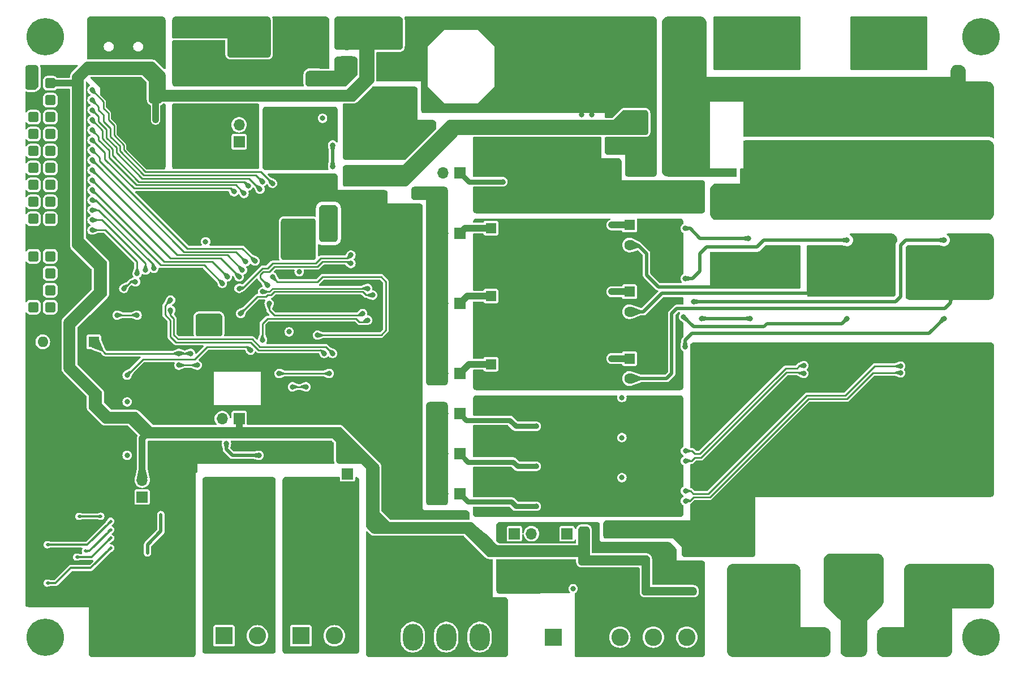
<source format=gbr>
%TF.GenerationSoftware,KiCad,Pcbnew,8.0.4*%
%TF.CreationDate,2024-09-01T16:51:36+03:00*%
%TF.ProjectId,STM32_Motor_Kit_v0.1,53544d33-325f-44d6-9f74-6f725f4b6974,rev?*%
%TF.SameCoordinates,Original*%
%TF.FileFunction,Copper,L4,Bot*%
%TF.FilePolarity,Positive*%
%FSLAX46Y46*%
G04 Gerber Fmt 4.6, Leading zero omitted, Abs format (unit mm)*
G04 Created by KiCad (PCBNEW 8.0.4) date 2024-09-01 16:51:36*
%MOMM*%
%LPD*%
G01*
G04 APERTURE LIST*
G04 Aperture macros list*
%AMRoundRect*
0 Rectangle with rounded corners*
0 $1 Rounding radius*
0 $2 $3 $4 $5 $6 $7 $8 $9 X,Y pos of 4 corners*
0 Add a 4 corners polygon primitive as box body*
4,1,4,$2,$3,$4,$5,$6,$7,$8,$9,$2,$3,0*
0 Add four circle primitives for the rounded corners*
1,1,$1+$1,$2,$3*
1,1,$1+$1,$4,$5*
1,1,$1+$1,$6,$7*
1,1,$1+$1,$8,$9*
0 Add four rect primitives between the rounded corners*
20,1,$1+$1,$2,$3,$4,$5,0*
20,1,$1+$1,$4,$5,$6,$7,0*
20,1,$1+$1,$6,$7,$8,$9,0*
20,1,$1+$1,$8,$9,$2,$3,0*%
%AMFreePoly0*
4,1,25,-0.800000,0.400000,-0.780423,0.523607,-0.723607,0.635114,-0.635114,0.723607,-0.523607,0.780423,-0.400000,0.800000,0.400000,0.800000,0.523607,0.780423,0.635114,0.723607,0.723607,0.635114,0.780423,0.523607,0.800000,0.400000,0.800000,-0.400000,0.780423,-0.523607,0.723607,-0.635114,0.635114,-0.723607,0.523607,-0.780423,0.400000,-0.800000,-0.400000,-0.800000,-0.523607,-0.780423,
-0.635114,-0.723607,-0.723607,-0.635114,-0.780423,-0.523607,-0.800000,-0.400000,-0.800000,0.400000,-0.800000,0.400000,$1*%
G04 Aperture macros list end*
%TA.AperFunction,ComponentPad*%
%ADD10R,1.700000X1.700000*%
%TD*%
%TA.AperFunction,ComponentPad*%
%ADD11O,1.700000X1.700000*%
%TD*%
%TA.AperFunction,ComponentPad*%
%ADD12R,1.600000X1.600000*%
%TD*%
%TA.AperFunction,ComponentPad*%
%ADD13C,1.600000*%
%TD*%
%TA.AperFunction,ComponentPad*%
%ADD14RoundRect,0.400000X0.400000X0.400000X-0.400000X0.400000X-0.400000X-0.400000X0.400000X-0.400000X0*%
%TD*%
%TA.AperFunction,ComponentPad*%
%ADD15C,0.800000*%
%TD*%
%TA.AperFunction,ComponentPad*%
%ADD16C,5.600000*%
%TD*%
%TA.AperFunction,ComponentPad*%
%ADD17R,2.000000X2.000000*%
%TD*%
%TA.AperFunction,ComponentPad*%
%ADD18C,2.000000*%
%TD*%
%TA.AperFunction,ComponentPad*%
%ADD19O,1.600000X1.600000*%
%TD*%
%TA.AperFunction,ComponentPad*%
%ADD20R,2.600000X2.600000*%
%TD*%
%TA.AperFunction,ComponentPad*%
%ADD21C,2.600000*%
%TD*%
%TA.AperFunction,ComponentPad*%
%ADD22O,2.500000X4.000000*%
%TD*%
%TA.AperFunction,ComponentPad*%
%ADD23FreePoly0,180.000000*%
%TD*%
%TA.AperFunction,ComponentPad*%
%ADD24O,3.000000X4.000000*%
%TD*%
%TA.AperFunction,ViaPad*%
%ADD25C,0.800000*%
%TD*%
%TA.AperFunction,ViaPad*%
%ADD26C,0.500000*%
%TD*%
%TA.AperFunction,Conductor*%
%ADD27C,0.250000*%
%TD*%
%TA.AperFunction,Conductor*%
%ADD28C,1.000000*%
%TD*%
%TA.AperFunction,Conductor*%
%ADD29C,0.500000*%
%TD*%
%TA.AperFunction,Conductor*%
%ADD30C,0.800000*%
%TD*%
%TA.AperFunction,Conductor*%
%ADD31C,0.300000*%
%TD*%
G04 APERTURE END LIST*
D10*
%TO.P,JP13,1,A*%
%TO.N,Net-(JP13-A)*%
X37750000Y20975000D03*
D11*
%TO.P,JP13,2,B*%
%TO.N,+5V*%
X37750000Y23515000D03*
%TD*%
D12*
%TO.P,C57,1*%
%TO.N,Net-(U9-VB)*%
X79950000Y38250000D03*
D13*
%TO.P,C57,2*%
%TO.N,/Motor_Control/W_Phase_COM*%
X79950000Y35250000D03*
%TD*%
D10*
%TO.P,JP4,1,A*%
%TO.N,+5V*%
X21525000Y29250000D03*
D11*
%TO.P,JP4,2,B*%
%TO.N,Net-(JP4-B)*%
X18985000Y29250000D03*
%TD*%
D12*
%TO.P,C43,1*%
%TO.N,Net-(JP6-A)*%
X59200000Y57805112D03*
D13*
%TO.P,C43,2*%
%TO.N,GND*%
X59200000Y55305112D03*
%TD*%
D14*
%TO.P,J2,1,Pin_1*%
%TO.N,/SWCLK*%
X-6765000Y45950000D03*
%TO.P,J2,2,Pin_2*%
%TO.N,/RST*%
X-9305000Y45950000D03*
%TO.P,J2,3,Pin_3*%
%TO.N,/SWDIO*%
X-6765000Y48490000D03*
%TO.P,J2,4,Pin_4*%
%TO.N,GND*%
X-9305000Y48490000D03*
%TO.P,J2,5,Pin_5*%
%TO.N,Net-(J2-Pin_5)*%
X-6765000Y51030000D03*
%TO.P,J2,6,Pin_6*%
%TO.N,GND*%
X-9305000Y51030000D03*
%TO.P,J2,7,Pin_7*%
%TO.N,Net-(J2-Pin_7)*%
X-6765000Y53570000D03*
%TO.P,J2,8,Pin_8*%
%TO.N,Net-(J2-Pin_8)*%
X-9305000Y53570000D03*
%TD*%
D15*
%TO.P,H2,1,1*%
%TO.N,Chassis*%
X130300000Y86500000D03*
X131000000Y88000000D03*
X131000000Y85000000D03*
X132500000Y88700000D03*
D16*
X132500000Y86500000D03*
D15*
X132500000Y84300000D03*
X134000000Y88000000D03*
X134000000Y85000000D03*
X134700000Y86500000D03*
%TD*%
D10*
%TO.P,JP10,1,A*%
%TO.N,Net-(JP10-A)*%
X54525000Y18000000D03*
D11*
%TO.P,JP10,2,B*%
%TO.N,+3.3V*%
X51985000Y18000000D03*
%TD*%
D17*
%TO.P,C19,1*%
%TO.N,+24V*%
X81750000Y74117677D03*
D18*
%TO.P,C19,2*%
%TO.N,GND*%
X81750000Y69117677D03*
%TD*%
D10*
%TO.P,JP6,1,A*%
%TO.N,Net-(JP6-A)*%
X54525000Y57000000D03*
D11*
%TO.P,JP6,2,B*%
%TO.N,+15V*%
X51985000Y57000000D03*
%TD*%
D12*
%TO.P,C45,1*%
%TO.N,Net-(JP5-A)*%
X59200000Y37405112D03*
D13*
%TO.P,C45,2*%
%TO.N,GND*%
X59200000Y34905112D03*
%TD*%
D12*
%TO.P,SW1,1*%
%TO.N,/MCU_CAN_RX*%
X-250000Y40750000D03*
D19*
%TO.P,SW1,2*%
%TO.N,+3.3V_MCU*%
X-7870000Y40750000D03*
%TD*%
D17*
%TO.P,C58,1*%
%TO.N,Vbus*%
X118250000Y69382323D03*
D18*
%TO.P,C58,2*%
%TO.N,GND*%
X118250000Y74382323D03*
%TD*%
D12*
%TO.P,C53,1*%
%TO.N,Net-(U7-VB)*%
X79950000Y58250000D03*
D13*
%TO.P,C53,2*%
%TO.N,/Motor_Control/U_Phase_COM*%
X79950000Y55250000D03*
%TD*%
D10*
%TO.P,JP12,1,A*%
%TO.N,Net-(JP12-A)*%
X70575000Y12000000D03*
D11*
%TO.P,JP12,2,B*%
%TO.N,+5V*%
X73115000Y12000000D03*
%TD*%
D17*
%TO.P,C59,1*%
%TO.N,Vbus*%
X129250000Y69382323D03*
D18*
%TO.P,C59,2*%
%TO.N,GND*%
X129250000Y74382323D03*
%TD*%
D15*
%TO.P,H4,1,1*%
%TO.N,Chassis*%
X130300000Y-3500000D03*
X131000000Y-2000000D03*
X131000000Y-5000000D03*
X132500000Y-1300000D03*
D16*
X132500000Y-3500000D03*
D15*
X132500000Y-5700000D03*
X134000000Y-2000000D03*
X134000000Y-5000000D03*
X134700000Y-3500000D03*
%TD*%
D12*
%TO.P,C31,1*%
%TO.N,+5V*%
X43900000Y86902651D03*
D13*
%TO.P,C31,2*%
%TO.N,GND*%
X43900000Y81902651D03*
%TD*%
D20*
%TO.P,J3,1,Pin_1*%
%TO.N,/CanBus_Communication/CAN_L*%
X19250000Y-3305000D03*
D21*
%TO.P,J3,2,Pin_2*%
%TO.N,/CanBus_Communication/CAN_H*%
X24250000Y-3305000D03*
%TD*%
D10*
%TO.P,JP7,1,A*%
%TO.N,Net-(JP7-A)*%
X54550000Y46500000D03*
D11*
%TO.P,JP7,2,B*%
%TO.N,+15V*%
X52010000Y46500000D03*
%TD*%
D20*
%TO.P,J5,1,Pin_1*%
%TO.N,GND(SHIELD)*%
X68500000Y-3500000D03*
D21*
%TO.P,J5,2,Pin_2*%
%TO.N,GND*%
X73500000Y-3500000D03*
%TO.P,J5,3,Pin_3*%
%TO.N,Net-(J5-Pin_3)*%
X78500000Y-3500000D03*
%TO.P,J5,4,Pin_4*%
%TO.N,Net-(J5-Pin_4)*%
X83500000Y-3500000D03*
%TO.P,J5,5,Pin_5*%
%TO.N,Net-(J5-Pin_5)*%
X88500000Y-3500000D03*
%TD*%
D22*
%TO.P,F1,1*%
%TO.N,Net-(J1-Pin_1)*%
X103630000Y85500000D03*
%TO.P,F1,2*%
%TO.N,Vbus*%
X118870000Y85500000D03*
%TD*%
D20*
%TO.P,J1,1,Pin_1*%
%TO.N,Net-(J1-Pin_1)*%
X94250000Y86305000D03*
D21*
%TO.P,J1,2,Pin_2*%
%TO.N,GND*%
X89250000Y86305000D03*
%TD*%
D10*
%TO.P,JP15,1,A*%
%TO.N,Net-(JP15-A)*%
X21500000Y70725000D03*
D11*
%TO.P,JP15,2,B*%
%TO.N,+3.3V*%
X21500000Y73265000D03*
%TD*%
D20*
%TO.P,J4,1,Pin_1*%
%TO.N,/Motor_Control/U_Phase_COM*%
X108500000Y-3500000D03*
D21*
%TO.P,J4,2,Pin_2*%
%TO.N,/Motor_Control/V_Phase_COM*%
X113500000Y-3500000D03*
%TO.P,J4,3,Pin_3*%
%TO.N,/Motor_Control/W_Phase_COM*%
X118500000Y-3500000D03*
%TD*%
D12*
%TO.P,C44,1*%
%TO.N,Net-(JP7-A)*%
X59200000Y47605112D03*
D13*
%TO.P,C44,2*%
%TO.N,GND*%
X59200000Y45105112D03*
%TD*%
D10*
%TO.P,JP3,1,A*%
%TO.N,Net-(JP3-A)*%
X54525000Y66100000D03*
D11*
%TO.P,JP3,2,B*%
%TO.N,+3.3V*%
X51985000Y66100000D03*
%TD*%
D15*
%TO.P,H3,1,1*%
%TO.N,Chassis*%
X-9700000Y-3500000D03*
X-9000000Y-2000000D03*
X-9000000Y-5000000D03*
X-7500000Y-1300000D03*
D16*
X-7500000Y-3500000D03*
D15*
X-7500000Y-5700000D03*
X-6000000Y-2000000D03*
X-6000000Y-5000000D03*
X-5300000Y-3500000D03*
%TD*%
D10*
%TO.P,JP9,1,A*%
%TO.N,Net-(JP9-A)*%
X54525000Y24000000D03*
D11*
%TO.P,JP9,2,B*%
%TO.N,+3.3V*%
X51985000Y24000000D03*
%TD*%
D23*
%TO.P,J6,1,Pin_1*%
%TO.N,/PC12*%
X-6750000Y59170000D03*
D14*
%TO.P,J6,2,Pin_2*%
%TO.N,/PC11*%
X-9290000Y59170000D03*
%TO.P,J6,3,Pin_3*%
%TO.N,/PC10*%
X-6750000Y61710000D03*
%TO.P,J6,4,Pin_4*%
%TO.N,/PC14*%
X-9290000Y61710000D03*
%TO.P,J6,5,Pin_5*%
%TO.N,/PC15*%
X-6750000Y64250000D03*
%TO.P,J6,6,Pin_6*%
%TO.N,/PA0*%
X-9290000Y64250000D03*
%TO.P,J6,7,Pin_7*%
%TO.N,/PA1*%
X-6750000Y66790000D03*
%TO.P,J6,8,Pin_8*%
%TO.N,/PA4*%
X-9290000Y66790000D03*
%TO.P,J6,9,Pin_9*%
%TO.N,/PA5*%
X-6750000Y69330000D03*
%TO.P,J6,10,Pin_10*%
%TO.N,/PC6*%
X-9290000Y69330000D03*
%TO.P,J6,11,Pin_11*%
%TO.N,/PB15*%
X-6750000Y71870000D03*
%TO.P,J6,12,Pin_12*%
%TO.N,/PB14*%
X-9290000Y71870000D03*
%TO.P,J6,13,Pin_13*%
%TO.N,/PB13*%
X-6750000Y74410000D03*
%TO.P,J6,14,Pin_14*%
%TO.N,/PB12*%
X-9290000Y74410000D03*
%TO.P,J6,15,Pin_15*%
%TO.N,/PB11*%
X-6750000Y76950000D03*
%TO.P,J6,16,Pin_16*%
%TO.N,GND*%
X-9290000Y76950000D03*
%TO.P,J6,17,Pin_17*%
%TO.N,+5V*%
X-6750000Y79490000D03*
%TO.P,J6,18,Pin_18*%
%TO.N,+3.3V*%
X-9290000Y79490000D03*
%TD*%
D15*
%TO.P,H1,1,1*%
%TO.N,Chassis*%
X-9700000Y86500000D03*
X-9000000Y88000000D03*
X-9000000Y85000000D03*
X-7500000Y88700000D03*
D16*
X-7500000Y86500000D03*
D15*
X-7500000Y84300000D03*
X-6000000Y88000000D03*
X-6000000Y85000000D03*
X-5300000Y86500000D03*
%TD*%
D10*
%TO.P,JP2,1,A*%
%TO.N,Net-(JP2-A)*%
X37600000Y82725000D03*
D11*
%TO.P,JP2,2,B*%
%TO.N,+5V*%
X37600000Y85265000D03*
%TD*%
D24*
%TO.P,RV1,1,1*%
%TO.N,+3.3V*%
X47500000Y-3500000D03*
%TO.P,RV1,2,2*%
%TO.N,Net-(D37-Pad1)*%
X52500000Y-3500000D03*
%TO.P,RV1,3,3*%
%TO.N,Net-(R88-Pad2)*%
X57500000Y-3500000D03*
%TD*%
D17*
%TO.P,C103,1*%
%TO.N,Vbus*%
X107300000Y69382323D03*
D18*
%TO.P,C103,2*%
%TO.N,GND*%
X107300000Y74382323D03*
%TD*%
D10*
%TO.P,JP1,1,A*%
%TO.N,+3.3V*%
X34525000Y57500000D03*
D11*
%TO.P,JP1,2,B*%
%TO.N,+3.3V_MCU*%
X31985000Y57500000D03*
%TD*%
D10*
%TO.P,JP5,1,A*%
%TO.N,Net-(JP5-A)*%
X54525000Y36000000D03*
D11*
%TO.P,JP5,2,B*%
%TO.N,+15V*%
X51985000Y36000000D03*
%TD*%
D10*
%TO.P,JP14,1,A*%
%TO.N,Net-(JP14-A)*%
X7000000Y17500000D03*
D11*
%TO.P,JP14,2,B*%
%TO.N,+5V*%
X7000000Y20040000D03*
%TD*%
D20*
%TO.P,J7,1,Pin_1*%
%TO.N,/RS485_Communication/RS485_0_P*%
X30750000Y-3305000D03*
D21*
%TO.P,J7,2,Pin_2*%
%TO.N,/RS485_Communication/RS485_0_N*%
X35750000Y-3305000D03*
%TD*%
D10*
%TO.P,JP8,1,A*%
%TO.N,Net-(JP8-A)*%
X54525000Y30000000D03*
D11*
%TO.P,JP8,2,B*%
%TO.N,+3.3V*%
X51985000Y30000000D03*
%TD*%
D12*
%TO.P,C11,1*%
%TO.N,Net-(JP2-A)*%
X32700000Y80594887D03*
D13*
%TO.P,C11,2*%
%TO.N,GND*%
X32700000Y83094887D03*
%TD*%
D10*
%TO.P,JP11,1,A*%
%TO.N,Net-(JP11-A)*%
X62725000Y12000000D03*
D11*
%TO.P,JP11,2,B*%
%TO.N,+3.3V*%
X65265000Y12000000D03*
%TD*%
D12*
%TO.P,C55,1*%
%TO.N,Net-(U8-VB)*%
X79950000Y48250000D03*
D13*
%TO.P,C55,2*%
%TO.N,/Motor_Control/V_Phase_COM*%
X79950000Y45250000D03*
%TD*%
D25*
%TO.N,+3.3V*%
X78800000Y32400000D03*
X13000000Y87750000D03*
X50000000Y30750000D03*
X50000000Y23250000D03*
X25000000Y84000000D03*
X50000000Y24750000D03*
X-9000000Y81750000D03*
X20500000Y85750000D03*
X34000000Y74250000D03*
X35750000Y56250000D03*
X20000000Y87250000D03*
X13750000Y88750000D03*
X16750000Y88750000D03*
X50000000Y29250000D03*
X16000000Y87750000D03*
X19750000Y88750000D03*
X25750000Y88750000D03*
X34000000Y56250000D03*
X71500000Y3750000D03*
X25000000Y85750000D03*
X25500000Y87250000D03*
X14500000Y87750000D03*
X22750000Y85750000D03*
X-10000000Y81000000D03*
X15250000Y88750000D03*
X50000000Y17250000D03*
X34000000Y59250000D03*
X22750000Y84000000D03*
X35750000Y59250000D03*
X12250000Y88750000D03*
X20500000Y84000000D03*
X78800000Y20400000D03*
X78800000Y26400000D03*
X35750000Y60750000D03*
X34000000Y60750000D03*
X50000000Y18750000D03*
%TO.N,GND*%
X75500000Y41500000D03*
X57750000Y51250000D03*
X83250000Y86500000D03*
X89500000Y1750000D03*
X83750000Y62000000D03*
X85500000Y80500000D03*
X2250000Y55000000D03*
X84750000Y11750000D03*
X17500000Y37750000D03*
X77250000Y88000000D03*
X7250000Y45500000D03*
X74250000Y65250000D03*
X86750000Y20750000D03*
X41890794Y26978331D03*
X-8500000Y43750000D03*
D26*
X3050000Y5100000D03*
D25*
X42750000Y31000000D03*
X29500000Y84750000D03*
X25000000Y37750000D03*
X105000000Y72000000D03*
X88250000Y10250000D03*
X40000000Y28750000D03*
X100250000Y78000000D03*
X4500000Y-2000000D03*
X-5250000Y33500000D03*
X27000000Y23250000D03*
X34000000Y64500000D03*
X43250000Y61750000D03*
X87750000Y62000000D03*
X45500000Y78500000D03*
X25500000Y75500000D03*
X80500000Y15000000D03*
X1000000Y79750000D03*
X34000000Y84750000D03*
X88500000Y80500000D03*
X90750000Y19500000D03*
X84750000Y32250000D03*
X27250000Y83500000D03*
X40250000Y76000000D03*
X80500000Y13250000D03*
X54250000Y10250000D03*
X61750000Y88500000D03*
X74250000Y77750000D03*
X31000000Y84750000D03*
X-7500000Y81750000D03*
X37397800Y49630397D03*
X103500000Y73500000D03*
X8000000Y68000000D03*
X57750000Y69000000D03*
X60000000Y51250000D03*
X58750000Y2250000D03*
X2875976Y43328183D03*
X103500000Y75000000D03*
X38750000Y73000000D03*
X85500000Y88000000D03*
X38500000Y16500000D03*
X6500000Y87750000D03*
X47250000Y10250000D03*
X11500000Y18500000D03*
X17500000Y1500000D03*
X90000000Y80500000D03*
X84750000Y26750000D03*
X24500000Y13500000D03*
X12614070Y30495151D03*
X89500000Y13250000D03*
X100250000Y79500000D03*
X24500000Y1500000D03*
X89500000Y28500000D03*
X44000000Y36500000D03*
X20620817Y47278047D03*
X7250000Y47000000D03*
X26500000Y10500000D03*
X85500000Y82000000D03*
X82750000Y26750000D03*
X4250000Y87750000D03*
X62000000Y56500000D03*
X28000000Y84750000D03*
X14750000Y22500000D03*
X86750000Y11750000D03*
X69500000Y22000000D03*
X75500000Y51500000D03*
X132000000Y73500000D03*
X66250000Y89000000D03*
X89500000Y19500000D03*
X57500000Y32000000D03*
X76750000Y13250000D03*
X60000000Y41000000D03*
X39500000Y57500000D03*
X68750000Y89000000D03*
X38750000Y71500000D03*
X63100000Y33900000D03*
X56000000Y2250000D03*
X82500000Y11750000D03*
X62000000Y18750000D03*
X36500000Y4500000D03*
X84000000Y0D03*
X95000000Y78000000D03*
X11500000Y14500000D03*
X47500000Y29500000D03*
X85500000Y79000000D03*
X8250000Y42500000D03*
X13500000Y80750000D03*
X64000000Y4750000D03*
X102000000Y73500000D03*
X25500000Y67000000D03*
X64250000Y69000000D03*
X34000000Y62250000D03*
X74250000Y76250000D03*
X8000000Y36000000D03*
X26250000Y68250000D03*
X71250000Y87500000D03*
X3250000Y31750000D03*
X90750000Y27000000D03*
D26*
X6550000Y3850000D03*
D25*
X84750000Y13250000D03*
X27000000Y25250000D03*
X133500000Y24750000D03*
X89500000Y20750000D03*
X10000000Y68000000D03*
X70000000Y44250000D03*
X85500000Y86500000D03*
X-5500000Y78250000D03*
X-5250000Y25500000D03*
X69500000Y20000000D03*
X63750000Y89000000D03*
X30250000Y83500000D03*
X96750000Y79500000D03*
X44000000Y39500000D03*
X83500000Y43250000D03*
X36750000Y43250000D03*
X28500000Y13500000D03*
X133500000Y76500000D03*
X36500000Y16500000D03*
X77250000Y51500000D03*
X48250000Y52250000D03*
X8500000Y23000000D03*
X87500000Y36750000D03*
X105000000Y76500000D03*
X17134297Y13220489D03*
X34000000Y37500000D03*
X47250000Y2250000D03*
X38406639Y30491161D03*
X106500000Y76500000D03*
X36500000Y13500000D03*
X75750000Y61000000D03*
X-8500000Y25500000D03*
X82500000Y15000000D03*
X26500000Y1500000D03*
X12500000Y67500000D03*
X74250000Y68000000D03*
X90750000Y20750000D03*
X85500000Y83500000D03*
X77250000Y86500000D03*
X12500000Y60750000D03*
X18750000Y79500000D03*
X98500000Y79500000D03*
X74500000Y1750000D03*
X59750000Y69000000D03*
X48500000Y44500000D03*
X90750000Y25500000D03*
X61000000Y55250000D03*
X133500000Y72000000D03*
X96750000Y78000000D03*
X8000000Y69750000D03*
X27250000Y86000000D03*
X84750000Y20750000D03*
X103500000Y76500000D03*
X49500000Y7000000D03*
X15000000Y80750000D03*
X38500000Y7500000D03*
X20000000Y62250000D03*
X3500000Y37500000D03*
X77500000Y21500000D03*
X105000000Y75000000D03*
X44500000Y7000000D03*
X-6000000Y81750000D03*
X85750000Y64250000D03*
X89500000Y11750000D03*
X68750000Y87500000D03*
X87000000Y86500000D03*
X26500000Y4500000D03*
X129000000Y76500000D03*
X10000000Y71750000D03*
X750000Y43250000D03*
X89750000Y62000000D03*
X32750000Y32500000D03*
X93250000Y78000000D03*
X59750000Y70750000D03*
X20885000Y25500000D03*
X26500000Y7500000D03*
X15750000Y79500000D03*
X29000000Y64500000D03*
X132000000Y75000000D03*
X89500000Y15500000D03*
X133500000Y73500000D03*
X130500000Y72000000D03*
X90750000Y15500000D03*
X35888346Y34487854D03*
X44500000Y-6000000D03*
X14250000Y79500000D03*
X86750000Y13250000D03*
X-4550000Y54500000D03*
X18000000Y80750000D03*
X68000000Y7250000D03*
X87750000Y64250000D03*
X38500000Y4500000D03*
X10500000Y-5000000D03*
X3250000Y23750000D03*
X47000000Y78500000D03*
X133500000Y78000000D03*
X-6500000Y37750000D03*
X70000000Y88250000D03*
X64250000Y70750000D03*
X69500000Y65250000D03*
X2500000Y1500000D03*
X12500000Y71500000D03*
X84500000Y8250000D03*
X-8500000Y37750000D03*
X41750000Y4750000D03*
X64750000Y51250000D03*
X87750000Y0D03*
X38500000Y10500000D03*
X47500000Y24000000D03*
X36500000Y10500000D03*
X66000000Y33950000D03*
X66250000Y87500000D03*
X17000000Y25000000D03*
X17500000Y3500000D03*
X70000000Y36000000D03*
X12750000Y79500000D03*
X32250000Y42750000D03*
X35250000Y51500000D03*
X79000000Y41500000D03*
X133500000Y75000000D03*
X26500000Y34750000D03*
X88250000Y11750000D03*
X26250000Y19750000D03*
X108000000Y76500000D03*
X28500000Y19500000D03*
X102000000Y75000000D03*
X62000000Y36500000D03*
X133500000Y21750000D03*
X74250000Y70000000D03*
X10750000Y40000000D03*
X84500000Y34000000D03*
X16000000Y30500000D03*
X102000000Y76500000D03*
X87000000Y83500000D03*
X90750000Y5250000D03*
X31500000Y64500000D03*
X17000000Y19750000D03*
X29000000Y37000000D03*
X62000000Y69000000D03*
X17500000Y7500000D03*
X70000000Y54250000D03*
X4600000Y79650000D03*
X74500000Y250000D03*
X41596700Y42790469D03*
X24500000Y10500000D03*
X24000000Y69250000D03*
X14000000Y56500000D03*
X82500000Y13250000D03*
X62250000Y41000000D03*
X57500000Y26000000D03*
X41750000Y2250000D03*
X20000000Y39000000D03*
X89500000Y25500000D03*
X62000000Y21250000D03*
X-1000000Y43250000D03*
X67500000Y86750000D03*
X26500000Y29500000D03*
X-250000Y37750000D03*
X17250000Y82000000D03*
X82750000Y20750000D03*
X38750000Y74500000D03*
X87500000Y34000000D03*
X40250000Y74500000D03*
X26500000Y16500000D03*
X69500000Y28250000D03*
X7500000Y-5000000D03*
X86750000Y32250000D03*
X74250000Y74750000D03*
X83250000Y85000000D03*
X47250000Y7000000D03*
X47000000Y36500000D03*
X95000000Y79500000D03*
X24500000Y7500000D03*
X62000000Y70750000D03*
X88500000Y82000000D03*
X67500000Y88250000D03*
X68000000Y5750000D03*
X109500000Y72000000D03*
X62000000Y27250000D03*
X10000000Y21000000D03*
X65000000Y86750000D03*
X24000000Y71250000D03*
X47000000Y50000000D03*
X68750000Y86000000D03*
X39000000Y46000000D03*
X64750000Y41000000D03*
X78250000Y64750000D03*
X44500000Y-3250000D03*
X91750000Y79000000D03*
X4500000Y-5000000D03*
X93250000Y79500000D03*
X56000000Y4750000D03*
X80750000Y41500000D03*
X12500000Y75500000D03*
X133500000Y18750000D03*
X79000000Y51500000D03*
X10000000Y69750000D03*
X39500000Y61750000D03*
X12000000Y80750000D03*
X34000000Y34500000D03*
X85500000Y85000000D03*
X12500000Y69500000D03*
X68750000Y84500000D03*
X86750000Y26750000D03*
X71250000Y89000000D03*
X80250000Y88000000D03*
X132000000Y72000000D03*
X62000000Y30750000D03*
X13500000Y-5000000D03*
X78500000Y15000000D03*
X48250000Y54750000D03*
X90750000Y22000000D03*
X43500000Y51500000D03*
X26250000Y72250000D03*
X56000000Y-500000D03*
X14250000Y82000000D03*
X12500000Y73500000D03*
X44250000Y29500000D03*
X80250000Y61000000D03*
X102000000Y72000000D03*
X29000000Y62250000D03*
X82250000Y1750000D03*
X74000000Y26000000D03*
X-8500000Y33500000D03*
X27250000Y41750000D03*
X106500000Y72000000D03*
X43250000Y11000000D03*
X48500000Y32000000D03*
X62000000Y15250000D03*
X102000000Y78000000D03*
X86750000Y15000000D03*
X7250000Y44000000D03*
X47250000Y4750000D03*
X-6500000Y39500000D03*
X26250000Y70250000D03*
X47000000Y77250000D03*
X90750000Y6750000D03*
X65000000Y88250000D03*
X133500000Y20250000D03*
X69500000Y32000000D03*
X72750000Y74750000D03*
X24000000Y73250000D03*
X1250000Y-3500000D03*
X24500000Y29500000D03*
X57750000Y67250000D03*
X22500000Y1500000D03*
X105000000Y73500000D03*
X60750000Y61250000D03*
X10500000Y-2000000D03*
X98500000Y78000000D03*
X103500000Y72000000D03*
X2000000Y87750000D03*
X108000000Y72000000D03*
X29000000Y32000000D03*
X34750000Y75500000D03*
X26500000Y13500000D03*
X78500000Y13250000D03*
X23500000Y68000000D03*
X16500000Y71250000D03*
X16000000Y33000000D03*
X-6500000Y42250000D03*
X44000000Y78500000D03*
X88250000Y13250000D03*
X28750000Y83500000D03*
X-2500000Y31500000D03*
X41750000Y7000000D03*
X18750000Y82000000D03*
X8500000Y62500000D03*
X19000000Y56750000D03*
X20250000Y79500000D03*
X74000000Y20000000D03*
X41000000Y77250000D03*
X26500000Y32000000D03*
X40250000Y73000000D03*
X57750000Y70750000D03*
X90000000Y79000000D03*
X38750000Y76000000D03*
X40250000Y71500000D03*
X57750000Y14917158D03*
X87000000Y85000000D03*
X8000000Y71750000D03*
X15250000Y39750000D03*
X72750000Y3250000D03*
X2250000Y78250000D03*
X70000000Y56000000D03*
X72750000Y4750000D03*
X-4000000Y52250000D03*
X84000000Y1750000D03*
X-4000000Y47750000D03*
X61000000Y4750000D03*
X36000000Y40500000D03*
X83750000Y64250000D03*
X35250000Y46000000D03*
X31500000Y62250000D03*
X24000000Y75500000D03*
X31500000Y60000000D03*
X44000000Y77250000D03*
X89500000Y27000000D03*
X47750000Y73500000D03*
X25250000Y52750000D03*
X48500000Y42000000D03*
X132000000Y78000000D03*
X14250000Y45500000D03*
X57750000Y41000000D03*
X59750000Y67250000D03*
X109500000Y75000000D03*
X13500000Y-2000000D03*
X17037515Y17532668D03*
X57500000Y20000000D03*
X62000000Y46500000D03*
X90750000Y11750000D03*
X130500000Y76500000D03*
X74250000Y79250000D03*
X90750000Y10250000D03*
X47750000Y72000000D03*
X62000000Y67250000D03*
X87000000Y80500000D03*
X14500000Y75500000D03*
X47000000Y39500000D03*
X78750000Y88000000D03*
X1250000Y-5000000D03*
X89500000Y22000000D03*
X70000000Y46000000D03*
X41750000Y-500000D03*
X75750000Y10250000D03*
X87000000Y79000000D03*
X57750000Y61250000D03*
X80750000Y51500000D03*
X69500000Y25750000D03*
X10250000Y42500000D03*
X82750000Y32250000D03*
X35301778Y49617317D03*
X63250000Y61250000D03*
X72750000Y250000D03*
X29000000Y60000000D03*
X64750000Y61250000D03*
D26*
X20250000Y5750000D03*
D25*
X130500000Y78000000D03*
X87750000Y1750000D03*
X62000000Y24750000D03*
X9500000Y41250000D03*
X12500000Y62500000D03*
X28750000Y86000000D03*
X61000000Y35000000D03*
X35000000Y29250000D03*
X84750000Y15000000D03*
X46000000Y29500000D03*
X41750000Y-3250000D03*
X70000000Y86750000D03*
X30250000Y86000000D03*
X72750000Y1750000D03*
X7500000Y-2000000D03*
X68750000Y81750000D03*
X32000000Y75500000D03*
X69500000Y67250000D03*
X28500000Y4500000D03*
X89750000Y64250000D03*
X32000000Y67000000D03*
X-5250000Y31500000D03*
X69500000Y16000000D03*
X41250000Y32500000D03*
X1250000Y-2000000D03*
X129000000Y72000000D03*
X9500000Y85000000D03*
X48500000Y34500000D03*
X62250000Y51250000D03*
X64250000Y67250000D03*
X25000000Y25250000D03*
X89500000Y0D03*
X2250000Y76250000D03*
X89750000Y40000000D03*
X8500000Y25250000D03*
X68750000Y83100000D03*
X89750000Y37250000D03*
X66250000Y69750000D03*
X38500000Y13500000D03*
X-2500000Y23500000D03*
X-750000Y85000000D03*
X102000000Y79500000D03*
X87000000Y82000000D03*
X37750000Y47250000D03*
X6000000Y69750000D03*
X45500000Y77250000D03*
X13500000Y1500000D03*
X13500000Y23750000D03*
X76750000Y11750000D03*
X11500000Y1500000D03*
X90750000Y28500000D03*
X3250000Y74000000D03*
X82250000Y0D03*
X20250000Y13250000D03*
X10000000Y19000000D03*
X74000000Y32000000D03*
X70000000Y34250000D03*
X12630635Y36057593D03*
X16500000Y80750000D03*
X72750000Y76250000D03*
X24500000Y16500000D03*
X44500000Y2250000D03*
X109500000Y76500000D03*
X-5250000Y23500000D03*
X69500000Y63250000D03*
X28500000Y7500000D03*
X17500000Y5500000D03*
X15250000Y71250000D03*
X72500000Y88250000D03*
X42500000Y78500000D03*
X35250000Y54500000D03*
X6250000Y74000000D03*
X85750000Y62000000D03*
X87000000Y88000000D03*
X78250000Y67750000D03*
X61000000Y45000000D03*
X47500000Y18000000D03*
X17250000Y79500000D03*
X698900Y56258086D03*
X47000000Y47000000D03*
X44500000Y4750000D03*
X78500000Y11750000D03*
X109500000Y73500000D03*
X81750000Y88000000D03*
X88500000Y79000000D03*
X58750000Y-500000D03*
X2000000Y40250000D03*
X39500000Y52000000D03*
X90000000Y82000000D03*
X89500000Y10250000D03*
X77500000Y27500000D03*
X76750000Y15000000D03*
X103500000Y79500000D03*
X77250000Y41500000D03*
X83750000Y51500000D03*
X32500000Y84750000D03*
X26250000Y74250000D03*
X47750000Y70500000D03*
X46000000Y24000000D03*
X83250000Y88000000D03*
X16000000Y35500000D03*
X42500000Y77250000D03*
X132000000Y76500000D03*
X8000000Y32000000D03*
X55500000Y7000000D03*
X103500000Y78000000D03*
X72750000Y6250000D03*
X36500000Y7500000D03*
X90000000Y83500000D03*
X44500000Y-500000D03*
X90750000Y13250000D03*
X34500000Y83500000D03*
X88500000Y83500000D03*
X80500000Y11750000D03*
X46000000Y18000000D03*
X47000000Y57500000D03*
X28500000Y16500000D03*
X28500000Y10500000D03*
X750000Y44750000D03*
X24500000Y4500000D03*
X60750000Y63250000D03*
X78000000Y61000000D03*
X74250000Y63750000D03*
X43500000Y57500000D03*
X133500000Y23250000D03*
X34750000Y73250000D03*
X41750000Y-6000000D03*
%TO.N,/RST*%
X23200325Y39500000D03*
X4750000Y35750000D03*
%TO.N,+5V*%
X39500000Y88750000D03*
X42500000Y88750000D03*
X9000000Y74000000D03*
X80250000Y8000000D03*
X39500000Y85750000D03*
X39500000Y87250000D03*
X44250000Y88750000D03*
X41000000Y85750000D03*
X38000000Y88750000D03*
X35750000Y77250000D03*
X79000000Y8000000D03*
X82500000Y3500000D03*
X38000000Y87250000D03*
X41000000Y87250000D03*
X41000000Y88750000D03*
X36500000Y87250000D03*
X750000Y52250000D03*
X77750000Y8000000D03*
X36500000Y88750000D03*
X42500000Y87250000D03*
X89500000Y3500000D03*
X42500000Y85750000D03*
%TO.N,+3.3V_MCU*%
X30500000Y51250000D03*
X30000000Y54000000D03*
X29000000Y42250000D03*
X17000000Y44250000D03*
X31500000Y54000000D03*
X28500000Y58500000D03*
X30000000Y55500000D03*
X4750000Y23750000D03*
X17000000Y43000000D03*
X30000000Y58500000D03*
X28500000Y54000000D03*
X15450000Y42900000D03*
X28500000Y55500000D03*
X4750000Y31750000D03*
X30000000Y57000000D03*
X16500000Y55750000D03*
X31500000Y55500000D03*
X28500000Y57000000D03*
X18250000Y42000000D03*
%TO.N,+24V*%
X79000000Y72250000D03*
X77500000Y72250000D03*
X82000000Y72250000D03*
X39000000Y64750000D03*
X76750000Y73500000D03*
X39000000Y66250000D03*
X37750000Y66250000D03*
X40250000Y64750000D03*
X40250000Y66250000D03*
X37750000Y64750000D03*
X79750000Y73500000D03*
X79750000Y75000000D03*
X80500000Y72250000D03*
X78250000Y73500000D03*
%TO.N,+15V*%
X35500000Y67000000D03*
X52000000Y58750000D03*
X50250000Y36000000D03*
X48000000Y63500000D03*
X35500000Y70250000D03*
X50250000Y46500000D03*
X50500000Y62500000D03*
X50250000Y38250000D03*
X49250000Y63500000D03*
X50250000Y57000000D03*
X50250000Y48500000D03*
X51750000Y62500000D03*
X48000000Y62500000D03*
X52000000Y38250000D03*
X50250000Y58750000D03*
X51750000Y63500000D03*
X49250000Y62500000D03*
X50500000Y63500000D03*
X52000000Y48500000D03*
%TO.N,/ENC_CLK_A*%
X34250000Y39000000D03*
X11250000Y47000000D03*
%TO.N,/ENC_DATA_B*%
X11250000Y45500000D03*
X35500000Y39000000D03*
%TO.N,Net-(U9-VB)*%
X78500000Y38250000D03*
X77250000Y38250000D03*
%TO.N,/Motor_Control/U_Phase_COM*%
X99000000Y53500000D03*
X98500000Y0D03*
X98500000Y6000000D03*
X100500000Y-6000000D03*
X104500000Y-2000000D03*
X102500000Y-2000000D03*
X102500000Y-6000000D03*
X102500000Y2000000D03*
X100500000Y6000000D03*
X105000000Y53500000D03*
X97500000Y50500000D03*
X96500000Y-4000000D03*
X96500000Y0D03*
X98500000Y-4000000D03*
X104500000Y-4000000D03*
X104500000Y-6000000D03*
X103500000Y53500000D03*
X93000000Y53500000D03*
X100500000Y4000000D03*
X100500000Y-2000000D03*
X105000000Y52000000D03*
X94500000Y52000000D03*
X99000000Y50500000D03*
X104500000Y0D03*
X100500000Y-4000000D03*
X96500000Y4000000D03*
X104500000Y2000000D03*
X96500000Y2000000D03*
X97500000Y53500000D03*
X102000000Y53500000D03*
X98500000Y4000000D03*
X96500000Y-6000000D03*
X100500000Y0D03*
X96500000Y-2000000D03*
X98500000Y2000000D03*
X96500000Y6000000D03*
X96000000Y53500000D03*
X96000000Y52000000D03*
X100500000Y2000000D03*
X102500000Y-4000000D03*
X94500000Y53500000D03*
X97500000Y52000000D03*
X98500000Y-6000000D03*
X105000000Y50500000D03*
X98500000Y-2000000D03*
X102500000Y0D03*
X93000000Y52000000D03*
X99000000Y52000000D03*
X100500000Y53500000D03*
%TO.N,/Motor_Control/V_Phase_COM*%
X115750000Y1500000D03*
X107000000Y52000000D03*
X107000000Y50500000D03*
X119000000Y49000000D03*
X114250000Y3000000D03*
X113000000Y49000000D03*
X111250000Y3000000D03*
X114250000Y1500000D03*
X113000000Y52000000D03*
X111500000Y52000000D03*
X114500000Y53500000D03*
X117250000Y1500000D03*
X109750000Y1500000D03*
X113250000Y6500000D03*
X113000000Y53500000D03*
X119000000Y52000000D03*
X109750000Y3000000D03*
X110000000Y53500000D03*
X114500000Y52000000D03*
X112750000Y0D03*
X119000000Y50500000D03*
X113000000Y50500000D03*
X117500000Y53500000D03*
X117250000Y3000000D03*
X116000000Y53500000D03*
X111250000Y1500000D03*
X107000000Y53500000D03*
X115750000Y3000000D03*
X112750000Y1500000D03*
X119000000Y53500000D03*
X111500000Y53500000D03*
X113250000Y5000000D03*
X112750000Y3000000D03*
X108500000Y53500000D03*
X115750000Y0D03*
X110000000Y52000000D03*
X114250000Y0D03*
X108500000Y52000000D03*
X111250000Y0D03*
%TO.N,Net-(JP2-A)*%
X36000000Y80250000D03*
X37500000Y80250000D03*
X34500000Y80250000D03*
%TO.N,/Motor_Control/W_Phase_COM*%
X122000000Y52000000D03*
X124500000Y-6000000D03*
X130500000Y6000000D03*
X123500000Y53500000D03*
X132500000Y6000000D03*
X128500000Y2000000D03*
X126500000Y53500000D03*
X124500000Y-2000000D03*
X131000000Y53500000D03*
X130500000Y2000000D03*
X125000000Y53500000D03*
X124500000Y-4000000D03*
X123500000Y52000000D03*
X122000000Y53500000D03*
X122500000Y2000000D03*
X130500000Y4000000D03*
X128000000Y50500000D03*
X129500000Y53500000D03*
X122500000Y-6000000D03*
X126500000Y0D03*
X128000000Y47500000D03*
X126500000Y52000000D03*
X126500000Y-4000000D03*
X128500000Y6000000D03*
X124500000Y2000000D03*
X122500000Y0D03*
X126500000Y4000000D03*
X122500000Y-4000000D03*
X134000000Y53500000D03*
X128000000Y49000000D03*
X132500000Y53500000D03*
X134000000Y47500000D03*
X124500000Y0D03*
X128000000Y52000000D03*
X132500000Y2000000D03*
X126500000Y50500000D03*
X126500000Y2000000D03*
X132500000Y52000000D03*
X129500000Y52000000D03*
X134000000Y52000000D03*
X122500000Y-2000000D03*
X126500000Y-2000000D03*
X126500000Y47500000D03*
X126500000Y49000000D03*
X126500000Y6000000D03*
X125000000Y52000000D03*
X134000000Y49000000D03*
X126500000Y-6000000D03*
X128500000Y4000000D03*
X134000000Y50500000D03*
X128000000Y53500000D03*
%TO.N,Vbus*%
X133500000Y64500000D03*
X103500000Y60000000D03*
X129000000Y67500000D03*
X103500000Y69000000D03*
X117000000Y60000000D03*
X111000000Y64500000D03*
X100500000Y69000000D03*
X121750000Y82500000D03*
X114000000Y69000000D03*
X117000000Y66000000D03*
X109500000Y69000000D03*
X126000000Y70500000D03*
X123000000Y63000000D03*
X126000000Y66000000D03*
X115750000Y82500000D03*
X121500000Y64500000D03*
X115750000Y84500000D03*
X120000000Y60000000D03*
X108000000Y67500000D03*
X108000000Y64500000D03*
X121750000Y86500000D03*
X115500000Y64500000D03*
X121500000Y61500000D03*
X123000000Y69000000D03*
X102000000Y64500000D03*
X132000000Y60000000D03*
X126000000Y64500000D03*
X105000000Y66000000D03*
X115750000Y88500000D03*
X113750000Y84500000D03*
X126000000Y69000000D03*
X129000000Y60000000D03*
X103500000Y67500000D03*
X118500000Y67500000D03*
X126000000Y63000000D03*
X132000000Y66000000D03*
X123000000Y64500000D03*
X109500000Y66000000D03*
X102000000Y66000000D03*
X112500000Y66000000D03*
X112500000Y67500000D03*
X124500000Y70500000D03*
X106500000Y64500000D03*
X108000000Y66000000D03*
X120000000Y70500000D03*
X130500000Y67500000D03*
X112500000Y70500000D03*
X121500000Y66000000D03*
X123000000Y70500000D03*
X117000000Y67500000D03*
X130500000Y60000000D03*
X99000000Y67500000D03*
X123750000Y84500000D03*
X111000000Y67500000D03*
X113750000Y82500000D03*
X106500000Y63000000D03*
X124500000Y66000000D03*
X99000000Y64500000D03*
X100500000Y67500000D03*
X103500000Y64500000D03*
X120000000Y67500000D03*
X132000000Y67500000D03*
X130500000Y64500000D03*
X114000000Y60000000D03*
X127500000Y63000000D03*
X129000000Y66000000D03*
X115500000Y67500000D03*
X126000000Y67500000D03*
X105000000Y64500000D03*
X132000000Y69000000D03*
X129000000Y64500000D03*
X105000000Y69000000D03*
X127500000Y67500000D03*
X102000000Y67500000D03*
X119750000Y82500000D03*
X112500000Y63000000D03*
X129000000Y64500000D03*
X112500000Y64500000D03*
X106500000Y60000000D03*
X121500000Y70500000D03*
X121500000Y60000000D03*
X127500000Y64500000D03*
X117000000Y64500000D03*
X129000000Y63000000D03*
X97500000Y64500000D03*
X115500000Y69000000D03*
X111000000Y70500000D03*
X133500000Y69000000D03*
X127500000Y69000000D03*
X120000000Y63000000D03*
X106500000Y67500000D03*
X120000000Y61500000D03*
X133500000Y60000000D03*
X99000000Y61500000D03*
X111000000Y66000000D03*
X109500000Y67500000D03*
X112500000Y69000000D03*
X99000000Y60000000D03*
X97500000Y66000000D03*
X114000000Y66000000D03*
X109500000Y70500000D03*
X120000000Y64500000D03*
X123000000Y67500000D03*
X133500000Y66000000D03*
X113750000Y88500000D03*
X132000000Y70500000D03*
X114000000Y67500000D03*
X133500000Y67500000D03*
X115500000Y60000000D03*
X115750000Y86500000D03*
X114000000Y70500000D03*
X100500000Y70500000D03*
X117750000Y88500000D03*
X103500000Y66000000D03*
X127500000Y60000000D03*
X114000000Y61500000D03*
X121500000Y69000000D03*
X123750000Y86500000D03*
X124500000Y67500000D03*
X114000000Y63000000D03*
X127500000Y70500000D03*
X106500000Y61500000D03*
X100500000Y64500000D03*
X97500000Y63000000D03*
X129000000Y64500000D03*
X121750000Y88500000D03*
X127500000Y61500000D03*
X102000000Y69000000D03*
X124500000Y63000000D03*
X121500000Y63000000D03*
X102000000Y70500000D03*
X118500000Y64500000D03*
X120000000Y66000000D03*
X109500000Y64500000D03*
X121500000Y67500000D03*
X111000000Y69000000D03*
X120000000Y69000000D03*
X119750000Y88500000D03*
X111000000Y63000000D03*
X130500000Y66000000D03*
X100500000Y60000000D03*
X106500000Y66000000D03*
X96000000Y63000000D03*
X114000000Y64500000D03*
X112500000Y60000000D03*
X117750000Y82500000D03*
X102000000Y60000000D03*
X108000000Y63000000D03*
X105000000Y60000000D03*
X118500000Y66000000D03*
X113750000Y86500000D03*
X127500000Y66000000D03*
X129000000Y61500000D03*
X105000000Y70500000D03*
X132000000Y64500000D03*
X105000000Y63000000D03*
X105000000Y61500000D03*
X103500000Y70500000D03*
X112500000Y61500000D03*
X124500000Y69000000D03*
X99000000Y66000000D03*
X124500000Y64500000D03*
X100500000Y66000000D03*
X118500000Y60000000D03*
X109500000Y63000000D03*
X93000000Y63000000D03*
X115500000Y66000000D03*
X115500000Y70500000D03*
X123000000Y66000000D03*
X133500000Y70500000D03*
X123750000Y82500000D03*
X99000000Y63000000D03*
X97500000Y67500000D03*
X94500000Y63000000D03*
X121750000Y84500000D03*
X123750000Y88500000D03*
X105000000Y67500000D03*
%TO.N,Net-(JP3-A)*%
X61000000Y64750000D03*
%TO.N,Net-(JP4-B)*%
X19615000Y25500000D03*
X24500000Y23750000D03*
%TO.N,/MCU_CAN_RX*%
X12500000Y39000000D03*
X14250000Y39000000D03*
%TO.N,Net-(U7-VB)*%
X77250000Y58250000D03*
X78500000Y58250000D03*
%TO.N,/Motor_Control/V_Shunt_High*%
X106000000Y37200000D03*
X88300000Y24400000D03*
%TO.N,Net-(U8-VB)*%
X77250000Y48250000D03*
X78500000Y48250000D03*
%TO.N,Net-(JP8-A)*%
X66000000Y28095000D03*
%TO.N,/Motor_Control/W_Shunt_High*%
X120500000Y37100000D03*
X88300000Y18400000D03*
%TO.N,Net-(JP9-A)*%
X66000000Y22095000D03*
%TO.N,Net-(JP10-A)*%
X66000000Y16095000D03*
D26*
%TO.N,Net-(JP14-A)*%
X7800000Y9100000D03*
X9800000Y14850000D03*
D25*
%TO.N,Net-(D15-Pad2)*%
X88250000Y57750000D03*
X97750000Y56250000D03*
%TO.N,Net-(D16-Pad2)*%
X98000000Y44250000D03*
X90750000Y44250000D03*
%TO.N,Net-(D19-Pad2)*%
X88250000Y50250000D03*
X112500000Y56000000D03*
%TO.N,Net-(D20-Pad2)*%
X88000000Y44500000D03*
X112500000Y44250000D03*
%TO.N,Net-(D23-Pad2)*%
X127000000Y56000000D03*
X89500000Y46750000D03*
%TO.N,Net-(D24-Pad2)*%
X127000000Y44250000D03*
X88250000Y40000000D03*
D26*
%TO.N,Net-(U15-QA)*%
X-2450000Y14600000D03*
X800000Y14600000D03*
%TO.N,Net-(U15-QB)*%
X2300000Y13850000D03*
X-7200000Y10350000D03*
%TO.N,Net-(U15-QC)*%
X-1500000Y9400000D03*
X2300000Y12600000D03*
%TO.N,Net-(U15-QD)*%
X2300000Y11350000D03*
X-2800000Y8500000D03*
%TO.N,Net-(U15-QE)*%
X-7200000Y4600000D03*
X2300000Y9850000D03*
D25*
%TO.N,/USART2_TX*%
X29500000Y34000000D03*
X31500000Y34000000D03*
%TO.N,/Motor_Control/UVW_Phase_Total*%
X88300000Y16900000D03*
X106000000Y36000000D03*
X120500000Y36100000D03*
X88300000Y22900000D03*
%TO.N,/User_Button*%
X6000000Y49750000D03*
X4250000Y48750000D03*
%TO.N,/MCU/PA5*%
X-500000Y69500000D03*
X23875000Y52875000D03*
%TO.N,/MCU/PC6*%
X-500000Y71000000D03*
X20750000Y63250000D03*
%TO.N,/MCU/PC12*%
X6250000Y51000000D03*
X-500000Y57500000D03*
%TO.N,/MCU/PB11*%
X-500000Y78500000D03*
X26500000Y64500000D03*
%TO.N,/MCU/PB12*%
X25000000Y64750000D03*
X-500000Y77000000D03*
%TO.N,/MCU/PB13*%
X-500000Y75500000D03*
X24625000Y63625000D03*
%TO.N,/MCU/PA1*%
X22000000Y51500000D03*
X-500000Y66500000D03*
%TO.N,/MCU/PB14*%
X22875000Y64125000D03*
X-500000Y74000000D03*
%TO.N,/MCU/PB15*%
X-500000Y72500000D03*
X22250000Y63000000D03*
%TO.N,/MCU/PC10*%
X-500000Y60500000D03*
X8750000Y51750000D03*
%TO.N,/MCU/PC11*%
X7500000Y51500000D03*
X-500000Y59000000D03*
%TO.N,/SN74HC_OE*%
X12500000Y37250000D03*
X15250000Y37250000D03*
%TO.N,/RS485_ENABLE*%
X26500000Y50500000D03*
X33250000Y41750000D03*
%TO.N,/MCU/PA4*%
X-500000Y68000000D03*
X22500000Y52750000D03*
%TO.N,/SPI_MOSI*%
X3250000Y44750000D03*
X6250000Y44750000D03*
%TO.N,Net-(D37-Pad1)*%
X35000000Y36000000D03*
X27500000Y36000000D03*
%TO.N,/MCU/PC15*%
X-500000Y63500000D03*
X19750000Y50500000D03*
%TO.N,/MCU/PC14*%
X-500000Y62000000D03*
X19000000Y49500000D03*
%TO.N,/MCU/PA0*%
X-500000Y65000000D03*
X21500000Y50500000D03*
%TO.N,/U_Drive_H*%
X21500000Y48750000D03*
X38250000Y53750000D03*
%TO.N,/V_Drive_H*%
X41500000Y47750000D03*
X21750000Y45000000D03*
%TO.N,/W_Drive_H*%
X40750000Y44000000D03*
X25000000Y41000000D03*
%TO.N,/U_Drive_L*%
X38250000Y52500000D03*
X25750000Y49250000D03*
%TO.N,/V_Drive_L*%
X40750000Y48750000D03*
X25000000Y48250000D03*
%TO.N,/W_Drive_L*%
X26000000Y46500000D03*
X40000000Y45000000D03*
%TD*%
D27*
%TO.N,GND*%
X-9290000Y76950000D02*
X-8800000Y76950000D01*
X-9305000Y51030000D02*
X-9305000Y51195000D01*
X-9290000Y76950000D02*
X-9290000Y77210000D01*
%TO.N,/RST*%
X14878605Y38128605D02*
X7128605Y38128605D01*
X16750000Y40000000D02*
X14878605Y38128605D01*
X22700325Y40000000D02*
X16750000Y40000000D01*
X7128605Y38128605D02*
X4750000Y35750000D01*
X23200325Y39500000D02*
X22700325Y40000000D01*
D28*
%TO.N,+5V*%
X8000000Y27250000D02*
X7000000Y26250000D01*
X9000000Y77250000D02*
X9000000Y74000000D01*
X7000000Y26250000D02*
X7000000Y20040000D01*
X21525000Y29250000D02*
X21525000Y27250000D01*
X-6750000Y79490000D02*
X-2500000Y79490000D01*
D29*
%TO.N,+15V*%
X35500000Y67000000D02*
X35500000Y70250000D01*
D27*
%TO.N,/ENC_CLK_A*%
X12099694Y40650306D02*
X11250000Y41500000D01*
X11250000Y41500000D02*
X11250000Y44000000D01*
X24425171Y39500000D02*
X23274865Y40650306D01*
X10431055Y44818945D02*
X10431055Y46181055D01*
X23274865Y40650306D02*
X12099694Y40650306D01*
X11250000Y44000000D02*
X10431055Y44818945D01*
X34250000Y39000000D02*
X33750000Y39500000D01*
X33750000Y39500000D02*
X24425171Y39500000D01*
X10431055Y46181055D02*
X11250000Y47000000D01*
%TO.N,/ENC_DATA_B*%
X24625000Y40000000D02*
X23480030Y41144970D01*
X23480030Y41144970D02*
X12355030Y41144970D01*
X34500000Y40000000D02*
X24625000Y40000000D01*
X35500000Y39000000D02*
X34500000Y40000000D01*
X11750000Y41750000D02*
X11750000Y44250000D01*
X12355030Y41144970D02*
X11750000Y41750000D01*
X11750000Y44250000D02*
X11250000Y44750000D01*
X11250000Y44750000D02*
X11250000Y45500000D01*
D28*
%TO.N,Net-(U9-VB)*%
X79950000Y38250000D02*
X78500000Y38250000D01*
X78500000Y38250000D02*
X77250000Y38250000D01*
D29*
%TO.N,/Motor_Control/U_Phase_COM*%
X94500000Y52000000D02*
X94500000Y50250000D01*
X93250000Y49000000D02*
X84250000Y49000000D01*
X82500000Y54000000D02*
X81250000Y55250000D01*
X84250000Y49000000D02*
X82500000Y50750000D01*
X82500000Y50750000D02*
X82500000Y54000000D01*
X81250000Y55250000D02*
X79950000Y55250000D01*
X94500000Y50250000D02*
X93250000Y49000000D01*
%TO.N,/Motor_Control/V_Phase_COM*%
X107000000Y53500000D02*
X107000000Y52000000D01*
X107000000Y50500000D02*
X107000000Y48000000D01*
X107000000Y48000000D02*
X84750000Y48000000D01*
X107000000Y52000000D02*
X107000000Y50500000D01*
X84750000Y48000000D02*
X82000000Y45250000D01*
X82000000Y45250000D02*
X79950000Y45250000D01*
%TO.N,/Motor_Control/W_Phase_COM*%
X128000000Y46600000D02*
X127150000Y45750000D01*
X127150000Y45750000D02*
X87000000Y45750000D01*
X86250000Y36000000D02*
X85500000Y35250000D01*
X128000000Y53500000D02*
X128000000Y52000000D01*
X85500000Y35250000D02*
X79950000Y35250000D01*
X128000000Y52000000D02*
X128000000Y50500000D01*
X128000000Y49000000D02*
X128000000Y47500000D01*
X86250000Y45000000D02*
X86250000Y36000000D01*
X128000000Y47500000D02*
X128000000Y46600000D01*
X128000000Y50500000D02*
X128000000Y49000000D01*
X87000000Y45750000D02*
X86250000Y45000000D01*
D30*
%TO.N,Net-(JP3-A)*%
X61000000Y64750000D02*
X55875000Y64750000D01*
X55875000Y64750000D02*
X54525000Y66100000D01*
D29*
%TO.N,Net-(JP4-B)*%
X19615000Y24635000D02*
X20000000Y24250000D01*
X19615000Y25500000D02*
X19615000Y24635000D01*
X20000000Y24250000D02*
X20500000Y23750000D01*
X20500000Y23750000D02*
X24500000Y23750000D01*
D27*
%TO.N,/MCU_CAN_RX*%
X1500000Y39000000D02*
X-250000Y40750000D01*
X12500000Y39000000D02*
X14250000Y39000000D01*
X12500000Y39000000D02*
X1500000Y39000000D01*
D28*
%TO.N,Net-(JP6-A)*%
X55330112Y57805112D02*
X54525000Y57000000D01*
X59200000Y57805112D02*
X55330112Y57805112D01*
%TO.N,Net-(JP7-A)*%
X55655112Y47605112D02*
X54550000Y46500000D01*
X59200000Y47605112D02*
X55655112Y47605112D01*
%TO.N,Net-(JP5-A)*%
X59200000Y37405112D02*
X55930112Y37405112D01*
X55930112Y37405112D02*
X54525000Y36000000D01*
%TO.N,Net-(U7-VB)*%
X78500000Y58250000D02*
X77250000Y58250000D01*
X79950000Y58250000D02*
X78500000Y58250000D01*
D27*
%TO.N,/Motor_Control/V_Shunt_High*%
X105000000Y36800000D02*
X103300000Y36800000D01*
X103300000Y36800000D02*
X90500000Y24000000D01*
X105400000Y37200000D02*
X105000000Y36800000D01*
X89300000Y24400000D02*
X88300000Y24400000D01*
X89700000Y24000000D02*
X89300000Y24400000D01*
X90500000Y24000000D02*
X89700000Y24000000D01*
X106000000Y37200000D02*
X105400000Y37200000D01*
D28*
%TO.N,Net-(U8-VB)*%
X79950000Y48250000D02*
X78500000Y48250000D01*
X78500000Y48250000D02*
X77250000Y48250000D01*
D30*
%TO.N,Net-(JP8-A)*%
X66000000Y28095000D02*
X62905000Y28095000D01*
X55525000Y29000000D02*
X54525000Y30000000D01*
X62000000Y29000000D02*
X55525000Y29000000D01*
X62905000Y28095000D02*
X62000000Y29000000D01*
D27*
%TO.N,/Motor_Control/W_Shunt_High*%
X120500000Y37100000D02*
X116600000Y37100000D01*
X112200000Y32700000D02*
X106450000Y32700000D01*
X89475000Y18000000D02*
X89075000Y18400000D01*
X89075000Y18400000D02*
X88300000Y18400000D01*
X106450000Y32700000D02*
X91750000Y18000000D01*
X91750000Y18000000D02*
X89475000Y18000000D01*
X116600000Y37100000D02*
X112200000Y32700000D01*
D30*
%TO.N,Net-(JP9-A)*%
X63155000Y22095000D02*
X66000000Y22095000D01*
X54525000Y24000000D02*
X54525000Y23975000D01*
X62500000Y22750000D02*
X63155000Y22095000D01*
X55750000Y22750000D02*
X62500000Y22750000D01*
X54525000Y23975000D02*
X55750000Y22750000D01*
%TO.N,Net-(JP10-A)*%
X55775000Y16750000D02*
X62297500Y16750000D01*
X62297500Y16750000D02*
X62952500Y16095000D01*
X54525000Y18000000D02*
X55775000Y16750000D01*
X62952500Y16095000D02*
X66000000Y16095000D01*
D29*
%TO.N,Net-(JP14-A)*%
X7800000Y9100000D02*
X7800000Y10350000D01*
X7800000Y10350000D02*
X9800000Y12350000D01*
X9800000Y12350000D02*
X9800000Y14850000D01*
%TO.N,Net-(D15-Pad2)*%
X97750000Y56250000D02*
X90500000Y56250000D01*
X89000000Y57750000D02*
X88250000Y57750000D01*
X90500000Y56250000D02*
X89000000Y57750000D01*
%TO.N,Net-(D16-Pad2)*%
X90750000Y44250000D02*
X98000000Y44250000D01*
%TO.N,Net-(D19-Pad2)*%
X90500000Y51350000D02*
X89400000Y50250000D01*
X112500000Y56000000D02*
X100000000Y56000000D01*
X91500000Y55000000D02*
X90500000Y54000000D01*
X90500000Y54000000D02*
X90500000Y51350000D01*
X89400000Y50250000D02*
X88250000Y50250000D01*
X99000000Y55000000D02*
X91500000Y55000000D01*
X100000000Y56000000D02*
X99000000Y55000000D01*
%TO.N,Net-(D20-Pad2)*%
X100500000Y43500000D02*
X111750000Y43500000D01*
X111750000Y43500000D02*
X112500000Y44250000D01*
X100000000Y43000000D02*
X100500000Y43500000D01*
X89500000Y43000000D02*
X100000000Y43000000D01*
X88000000Y44500000D02*
X89500000Y43000000D01*
%TO.N,Net-(D23-Pad2)*%
X120500000Y55250000D02*
X120500000Y47500000D01*
X127000000Y56000000D02*
X121250000Y56000000D01*
X121250000Y56000000D02*
X120500000Y55250000D01*
X120500000Y47500000D02*
X119750000Y46750000D01*
X119750000Y46750000D02*
X89500000Y46750000D01*
%TO.N,Net-(D24-Pad2)*%
X124750000Y42000000D02*
X89250000Y42000000D01*
X127000000Y44250000D02*
X124750000Y42000000D01*
X89250000Y42000000D02*
X88250000Y41000000D01*
X88250000Y41000000D02*
X88250000Y40000000D01*
D31*
%TO.N,Net-(U15-QA)*%
X800000Y14600000D02*
X-2450000Y14600000D01*
%TO.N,Net-(U15-QB)*%
X-1200000Y10350000D02*
X2300000Y13850000D01*
X-7200000Y10350000D02*
X-1200000Y10350000D01*
%TO.N,Net-(U15-QC)*%
X-1500000Y9400000D02*
X-900000Y9400000D01*
X-900000Y9400000D02*
X2300000Y12600000D01*
%TO.N,Net-(U15-QD)*%
X-2800000Y8500000D02*
X-550000Y8500000D01*
X-550000Y8500000D02*
X2300000Y11350000D01*
%TO.N,Net-(U15-QE)*%
X-5950000Y4600000D02*
X-3700000Y6850000D01*
X-700000Y6850000D02*
X2300000Y9850000D01*
X-7200000Y4600000D02*
X-5950000Y4600000D01*
X-3700000Y6850000D02*
X-700000Y6850000D01*
D27*
%TO.N,/USART2_TX*%
X29500000Y34000000D02*
X31500000Y34000000D01*
%TO.N,/Motor_Control/UVW_Phase_Total*%
X106000000Y36000000D02*
X105400000Y36000000D01*
X116400000Y36100000D02*
X112500000Y32200000D01*
X88900000Y16900000D02*
X88300000Y16900000D01*
X106700000Y32200000D02*
X92000000Y17500000D01*
X89500000Y17500000D02*
X88900000Y16900000D01*
X105400000Y36000000D02*
X105200000Y36200000D01*
X112500000Y32200000D02*
X106700000Y32200000D01*
X89200000Y22900000D02*
X88300000Y22900000D01*
X90650000Y23400000D02*
X89700000Y23400000D01*
X103450000Y36200000D02*
X90650000Y23400000D01*
X120500000Y36100000D02*
X116400000Y36100000D01*
X89700000Y23400000D02*
X89200000Y22900000D01*
X105200000Y36200000D02*
X103450000Y36200000D01*
X92000000Y17500000D02*
X89500000Y17500000D01*
%TO.N,/User_Button*%
X5250000Y49750000D02*
X4250000Y48750000D01*
X6000000Y49750000D02*
X5250000Y49750000D01*
%TO.N,/MCU/PA5*%
X650000Y67850000D02*
X650000Y68350000D01*
X13750000Y54750000D02*
X650000Y67850000D01*
X650000Y68350000D02*
X-500000Y69500000D01*
X22000000Y54750000D02*
X13750000Y54750000D01*
X23875000Y52875000D02*
X22000000Y54750000D01*
%TO.N,/MCU/PC6*%
X1400000Y69100000D02*
X-500000Y71000000D01*
X20250000Y63750000D02*
X5750000Y63750000D01*
X5750000Y63750000D02*
X1400000Y68100000D01*
X1400000Y68100000D02*
X1400000Y69100000D01*
X20750000Y63250000D02*
X20250000Y63750000D01*
%TO.N,/MCU/PC12*%
X6250000Y52750000D02*
X1500000Y57500000D01*
X1500000Y57500000D02*
X-500000Y57500000D01*
X6250000Y51000000D02*
X6250000Y52750000D01*
%TO.N,/MCU/PB11*%
X1250000Y76750000D02*
X-500000Y78500000D01*
X7500000Y66250000D02*
X4250000Y69500000D01*
X24750000Y66250000D02*
X7500000Y66250000D01*
X2800000Y73200000D02*
X2000000Y74000000D01*
X1250000Y75750000D02*
X1250000Y76750000D01*
X26500000Y64500000D02*
X24750000Y66250000D01*
X4250000Y70250000D02*
X2800000Y71700000D01*
X2000000Y75000000D02*
X1250000Y75750000D01*
X2800000Y71700000D02*
X2800000Y73200000D01*
X2000000Y74000000D02*
X2000000Y75000000D01*
X4250000Y69500000D02*
X4250000Y70250000D01*
%TO.N,/MCU/PB12*%
X7250000Y65750000D02*
X3650000Y69350000D01*
X1250000Y73750000D02*
X1250000Y74750000D01*
X2250000Y71500000D02*
X2250000Y72750000D01*
X1250000Y74750000D02*
X500000Y75500000D01*
X500000Y75500000D02*
X500000Y76000000D01*
X3650000Y69350000D02*
X3650000Y70100000D01*
X2250000Y72750000D02*
X1250000Y73750000D01*
X500000Y76000000D02*
X-500000Y77000000D01*
X24000000Y65750000D02*
X7250000Y65750000D01*
X25000000Y64750000D02*
X24000000Y65750000D01*
X3650000Y70100000D02*
X2250000Y71500000D01*
%TO.N,/MCU/PB13*%
X23000000Y65250000D02*
X7000000Y65250000D01*
X500000Y73750000D02*
X500000Y74500000D01*
X7000000Y65250000D02*
X3150000Y69100000D01*
X3150000Y69100000D02*
X3150000Y69850000D01*
X1650000Y71350000D02*
X1650000Y72600000D01*
X3150000Y69850000D02*
X1650000Y71350000D01*
X24625000Y63625000D02*
X23000000Y65250000D01*
X1650000Y72600000D02*
X500000Y73750000D01*
X500000Y74500000D02*
X-500000Y75500000D01*
%TO.N,/MCU/PA1*%
X19750000Y53750000D02*
X12250000Y53750000D01*
X12250000Y53750000D02*
X-500000Y66500000D01*
X22000000Y51500000D02*
X19750000Y53750000D01*
%TO.N,/MCU/PB14*%
X2600000Y69650000D02*
X1050000Y71200000D01*
X22875000Y64125000D02*
X22250000Y64750000D01*
X2600000Y68650000D02*
X2600000Y69650000D01*
X6500000Y64750000D02*
X2600000Y68650000D01*
X22250000Y64750000D02*
X6500000Y64750000D01*
X1050000Y72450000D02*
X-500000Y74000000D01*
X1050000Y71200000D02*
X1050000Y72450000D01*
%TO.N,/MCU/PB15*%
X22250000Y63000000D02*
X21000000Y64250000D01*
X2050000Y69450000D02*
X500000Y71000000D01*
X6125000Y64250000D02*
X2050000Y68325000D01*
X500000Y71000000D02*
X500000Y71500000D01*
X500000Y71500000D02*
X-500000Y72500000D01*
X2050000Y68325000D02*
X2050000Y69450000D01*
X21000000Y64250000D02*
X6125000Y64250000D01*
%TO.N,/MCU/PC10*%
X8750000Y51750000D02*
X8750000Y52250000D01*
X8750000Y52250000D02*
X500000Y60500000D01*
X500000Y60500000D02*
X-500000Y60500000D01*
%TO.N,/MCU/PC11*%
X7500000Y51500000D02*
X7500000Y52500000D01*
X7500000Y52500000D02*
X1000000Y59000000D01*
X1000000Y59000000D02*
X-500000Y59000000D01*
%TO.N,/SN74HC_OE*%
X12500000Y37250000D02*
X15250000Y37250000D01*
%TO.N,/RS485_ENABLE*%
X26500000Y50500000D02*
X27250000Y49750000D01*
X33250000Y49750000D02*
X34000000Y50500000D01*
X42750000Y50500000D02*
X43500000Y49750000D01*
X43500000Y49750000D02*
X43500000Y42500000D01*
X34000000Y50500000D02*
X42750000Y50500000D01*
X43500000Y42500000D02*
X42750000Y41750000D01*
X42750000Y41750000D02*
X33250000Y41750000D01*
X27250000Y49750000D02*
X33250000Y49750000D01*
%TO.N,/MCU/PA4*%
X22500000Y52750000D02*
X21000000Y54250000D01*
X13250000Y54250000D02*
X-500000Y68000000D01*
X21000000Y54250000D02*
X13250000Y54250000D01*
%TO.N,/SPI_MOSI*%
X3250000Y44750000D02*
X6250000Y44750000D01*
%TO.N,Net-(D37-Pad1)*%
X27500000Y36000000D02*
X35000000Y36000000D01*
%TO.N,/MCU/PC15*%
X17500000Y52750000D02*
X10250000Y52750000D01*
X19750000Y50500000D02*
X17500000Y52750000D01*
X10250000Y52750000D02*
X-500000Y63500000D01*
%TO.N,/MCU/PC14*%
X19000000Y49500000D02*
X16250000Y52250000D01*
X16250000Y52250000D02*
X9750000Y52250000D01*
X9750000Y52250000D02*
X0Y62000000D01*
X0Y62000000D02*
X-500000Y62000000D01*
%TO.N,/MCU/PA0*%
X11250000Y53250000D02*
X-500000Y65000000D01*
X21500000Y50500000D02*
X18750000Y53250000D01*
X18750000Y53250000D02*
X11250000Y53250000D01*
%TO.N,/U_Drive_H*%
X25750000Y51750000D02*
X25000000Y51750000D01*
X22000000Y48750000D02*
X21500000Y48750000D01*
X37750000Y53250000D02*
X33750000Y53250000D01*
X38250000Y53750000D02*
X37750000Y53250000D01*
X26500000Y52500000D02*
X25750000Y51750000D01*
X33000000Y52500000D02*
X26500000Y52500000D01*
X33750000Y53250000D02*
X33000000Y52500000D01*
X25000000Y51750000D02*
X22000000Y48750000D01*
%TO.N,/V_Drive_H*%
X25750000Y47750000D02*
X25500000Y47500000D01*
X25500000Y47500000D02*
X24250000Y47500000D01*
X26750000Y48250000D02*
X26250000Y47750000D01*
X41500000Y47750000D02*
X40500000Y47750000D01*
X40000000Y48250000D02*
X26750000Y48250000D01*
X24250000Y47500000D02*
X21750000Y45000000D01*
X26250000Y47750000D02*
X25750000Y47750000D01*
X40500000Y47750000D02*
X40000000Y48250000D01*
%TO.N,/W_Drive_H*%
X39500000Y43750000D02*
X40500000Y43750000D01*
X25000000Y41000000D02*
X25000000Y43500000D01*
X40500000Y43750000D02*
X40750000Y44000000D01*
X39000000Y44250000D02*
X39500000Y43750000D01*
X25750000Y44250000D02*
X39000000Y44250000D01*
X25000000Y43500000D02*
X25750000Y44250000D01*
%TO.N,/U_Drive_L*%
X25136396Y51250000D02*
X24693198Y50806802D01*
X24693198Y50806802D02*
X24693198Y50306802D01*
X38250000Y52500000D02*
X38000000Y52750000D01*
X38000000Y52750000D02*
X34000000Y52750000D01*
X26750000Y52000000D02*
X26000000Y51250000D01*
X34000000Y52750000D02*
X33250000Y52000000D01*
X24693198Y50306802D02*
X25750000Y49250000D01*
X26000000Y51250000D02*
X25136396Y51250000D01*
X33250000Y52000000D02*
X26750000Y52000000D01*
%TO.N,/V_Drive_L*%
X40750000Y48750000D02*
X26500000Y48750000D01*
X26500000Y48750000D02*
X26000000Y48250000D01*
X26000000Y48250000D02*
X25000000Y48250000D01*
%TO.N,/W_Drive_L*%
X26000000Y45500000D02*
X26000000Y46500000D01*
X39750000Y44750000D02*
X26750000Y44750000D01*
X40000000Y45000000D02*
X39750000Y44750000D01*
X26750000Y44750000D02*
X26000000Y45500000D01*
%TD*%
%TA.AperFunction,Conductor*%
%TO.N,GND*%
G36*
X90506061Y89499403D02*
G01*
X90682941Y89481982D01*
X90706769Y89477243D01*
X90871001Y89427424D01*
X90893453Y89418123D01*
X91044798Y89337228D01*
X91065010Y89323723D01*
X91197666Y89214855D01*
X91214854Y89197667D01*
X91323722Y89065011D01*
X91337227Y89044799D01*
X91418121Y88893457D01*
X91427424Y88870999D01*
X91477240Y88706776D01*
X91481982Y88682935D01*
X91499403Y88506062D01*
X91500000Y88493908D01*
X91500000Y80500000D01*
X127125000Y80500000D01*
X127125003Y80500000D01*
X128000000Y80500000D01*
X128000000Y81375000D01*
X128020373Y81555822D01*
X128026552Y81582891D01*
X128082039Y81741463D01*
X128094086Y81766480D01*
X128124580Y81815011D01*
X128183468Y81908731D01*
X128200774Y81930432D01*
X128319568Y82049226D01*
X128341269Y82066532D01*
X128483523Y82155916D01*
X128508537Y82167961D01*
X128667109Y82223448D01*
X128694178Y82229627D01*
X128832631Y82245227D01*
X128868078Y82249220D01*
X128881961Y82250000D01*
X129243907Y82250000D01*
X129256061Y82249403D01*
X129432941Y82231982D01*
X129456769Y82227243D01*
X129621001Y82177424D01*
X129643453Y82168123D01*
X129794798Y82087228D01*
X129815008Y82073724D01*
X129937684Y81973047D01*
X129947666Y81964855D01*
X129964854Y81947667D01*
X130073722Y81815011D01*
X130087227Y81794799D01*
X130168121Y81643457D01*
X130177424Y81620999D01*
X130227240Y81456776D01*
X130231982Y81432935D01*
X130249403Y81256062D01*
X130250000Y81243908D01*
X130250000Y79750000D01*
X133493907Y79750000D01*
X133506061Y79749403D01*
X133682941Y79731982D01*
X133706769Y79727243D01*
X133871001Y79677424D01*
X133893453Y79668123D01*
X134044798Y79587228D01*
X134065010Y79573723D01*
X134197666Y79464855D01*
X134214854Y79447667D01*
X134323722Y79315011D01*
X134337227Y79294799D01*
X134418121Y79143457D01*
X134427424Y79120999D01*
X134477240Y78956776D01*
X134481982Y78932935D01*
X134499403Y78756062D01*
X134500000Y78743908D01*
X134500000Y71371919D01*
X134480315Y71304880D01*
X134427511Y71259125D01*
X134358353Y71249181D01*
X134312253Y71265559D01*
X134311046Y71266283D01*
X134283088Y71283040D01*
X134283072Y71283049D01*
X134283068Y71283051D01*
X134131770Y71363921D01*
X134131758Y71363928D01*
X134114863Y71371919D01*
X134086919Y71385136D01*
X134086912Y71385139D01*
X134064473Y71394435D01*
X134017736Y71411159D01*
X133853504Y71460978D01*
X133829351Y71467028D01*
X133805373Y71473033D01*
X133781545Y71477772D01*
X133781540Y71477773D01*
X133781543Y71477773D01*
X133732494Y71485048D01*
X133732474Y71485050D01*
X133555598Y71502470D01*
X133530876Y71504293D01*
X133530871Y71504294D01*
X133530861Y71504294D01*
X133525602Y71504553D01*
X133518714Y71504891D01*
X133511473Y71505069D01*
X133493907Y71505500D01*
X97506093Y71505500D01*
X97489229Y71505086D01*
X97481285Y71504891D01*
X97469126Y71504294D01*
X97444399Y71502470D01*
X97267523Y71485050D01*
X97267503Y71485048D01*
X97218449Y71477772D01*
X97202620Y71474624D01*
X97194612Y71473030D01*
X97194607Y71473029D01*
X97194603Y71473028D01*
X97154128Y71462890D01*
X97084314Y71465696D01*
X97027101Y71505801D01*
X97000652Y71570471D01*
X97000000Y71583174D01*
X97000000Y76750000D01*
X92000000Y76750000D01*
X92000000Y66750000D01*
X95870500Y66750000D01*
X95937539Y66730315D01*
X95983294Y66677511D01*
X95994500Y66626000D01*
X95994500Y65624000D01*
X95974815Y65556961D01*
X95922011Y65511206D01*
X95870500Y65500000D01*
X85756093Y65500000D01*
X85743939Y65500597D01*
X85567065Y65518018D01*
X85543224Y65522760D01*
X85379001Y65572576D01*
X85356543Y65581879D01*
X85205201Y65662773D01*
X85184989Y65676278D01*
X85052333Y65785146D01*
X85035145Y65802334D01*
X84926277Y65934990D01*
X84912772Y65955202D01*
X84831878Y66106544D01*
X84822575Y66129002D01*
X84772757Y66293231D01*
X84768018Y66317059D01*
X84750597Y66493939D01*
X84750000Y66506093D01*
X84750000Y88493908D01*
X84750597Y88506062D01*
X84768018Y88682944D01*
X84772757Y88706768D01*
X84822577Y88871006D01*
X84831875Y88893451D01*
X84912775Y89044805D01*
X84926272Y89065005D01*
X85035149Y89197672D01*
X85052328Y89214851D01*
X85184995Y89323728D01*
X85205195Y89337225D01*
X85356549Y89418125D01*
X85378994Y89427423D01*
X85543232Y89477243D01*
X85567056Y89481982D01*
X85743939Y89499403D01*
X85756093Y89500000D01*
X90493907Y89500000D01*
X90506061Y89499403D01*
G37*
%TD.AperFunction*%
%TD*%
%TA.AperFunction,Conductor*%
%TO.N,GND*%
G36*
X75693039Y71424815D02*
G01*
X75738794Y71372011D01*
X75750000Y71320500D01*
X75750000Y68250000D01*
X78241874Y68250000D01*
X78258059Y68248939D01*
X78363223Y68235094D01*
X78394491Y68226716D01*
X78484918Y68189260D01*
X78512952Y68173075D01*
X78590602Y68113491D01*
X78613491Y68090602D01*
X78673074Y68012952D01*
X78689259Y67984919D01*
X78726715Y67894492D01*
X78735093Y67863225D01*
X78748939Y67758061D01*
X78750000Y67741875D01*
X78750000Y65000000D01*
X90741874Y65000000D01*
X90758059Y64998939D01*
X90863223Y64985094D01*
X90894491Y64976716D01*
X90984918Y64939260D01*
X91012952Y64923075D01*
X91090602Y64863491D01*
X91113491Y64840602D01*
X91173074Y64762952D01*
X91189259Y64734919D01*
X91226715Y64644492D01*
X91235093Y64613225D01*
X91248939Y64508061D01*
X91250000Y64491875D01*
X91250000Y60508126D01*
X91248939Y60491940D01*
X91235093Y60386776D01*
X91226715Y60355509D01*
X91189259Y60265082D01*
X91173074Y60237049D01*
X91113491Y60159399D01*
X91090601Y60136509D01*
X91012951Y60076926D01*
X90984918Y60060741D01*
X90894491Y60023285D01*
X90863224Y60014907D01*
X90769398Y60002554D01*
X90758058Y60001061D01*
X90741874Y60000000D01*
X57008126Y60000000D01*
X56991941Y60001061D01*
X56978917Y60002776D01*
X56886775Y60014907D01*
X56855508Y60023285D01*
X56765081Y60060741D01*
X56737048Y60076926D01*
X56659398Y60136509D01*
X56636508Y60159399D01*
X56576925Y60237049D01*
X56560740Y60265082D01*
X56523284Y60355509D01*
X56514906Y60386777D01*
X56501061Y60491941D01*
X56500000Y60508126D01*
X56500000Y63925500D01*
X56519685Y63992539D01*
X56572489Y64038294D01*
X56624000Y64049500D01*
X61085058Y64049500D01*
X61085058Y64049501D01*
X61149506Y64065386D01*
X61154975Y64066604D01*
X61204328Y64076420D01*
X61210417Y64078943D01*
X61228204Y64084784D01*
X61250225Y64090210D01*
X61292449Y64112372D01*
X61302606Y64117129D01*
X61331811Y64129225D01*
X61352914Y64143327D01*
X61364171Y64150015D01*
X61400852Y64169266D01*
X61422512Y64188456D01*
X61435835Y64198733D01*
X61446542Y64205886D01*
X61477730Y64237076D01*
X61483133Y64242162D01*
X61528183Y64282071D01*
X61533936Y64290408D01*
X61540643Y64298419D01*
X61540246Y64298745D01*
X61544113Y64303457D01*
X61546955Y64307710D01*
X61579034Y64355721D01*
X61579939Y64357054D01*
X61624818Y64422070D01*
X61650587Y64490022D01*
X61651926Y64493399D01*
X61673580Y64545672D01*
X61673646Y64546004D01*
X61679321Y64565789D01*
X61685140Y64581128D01*
X61691637Y64634650D01*
X61693116Y64643891D01*
X61700500Y64681004D01*
X61700500Y64700127D01*
X61701404Y64715074D01*
X61705645Y64750000D01*
X61701404Y64784929D01*
X61700500Y64799875D01*
X61700500Y64818994D01*
X61693116Y64856111D01*
X61691637Y64865360D01*
X61685140Y64918871D01*
X61679323Y64934208D01*
X61673644Y64954003D01*
X61673580Y64954328D01*
X61651942Y65006564D01*
X61650576Y65010009D01*
X61624818Y65077930D01*
X61580015Y65142838D01*
X61578963Y65144388D01*
X61544117Y65196538D01*
X61540249Y65201252D01*
X61540628Y65201564D01*
X61533940Y65209588D01*
X61528183Y65217929D01*
X61483145Y65257829D01*
X61477707Y65262949D01*
X61446545Y65294111D01*
X61446542Y65294114D01*
X61446377Y65294225D01*
X61435840Y65301266D01*
X61422513Y65311546D01*
X61400855Y65330732D01*
X61400850Y65330735D01*
X61364162Y65349991D01*
X61352903Y65356682D01*
X61331811Y65370775D01*
X61302599Y65382876D01*
X61292445Y65387632D01*
X61250225Y65409790D01*
X61250226Y65409790D01*
X61228206Y65415217D01*
X61210434Y65421051D01*
X61204328Y65423580D01*
X61204324Y65423581D01*
X61204322Y65423582D01*
X61154993Y65433394D01*
X61149511Y65434614D01*
X61085057Y65450500D01*
X61085056Y65450500D01*
X61068993Y65450500D01*
X56624000Y65450500D01*
X56556961Y65470185D01*
X56511206Y65522989D01*
X56500000Y65574500D01*
X56500000Y71320500D01*
X56519685Y71387539D01*
X56572489Y71433294D01*
X56624000Y71444500D01*
X75626000Y71444500D01*
X75693039Y71424815D01*
G37*
%TD.AperFunction*%
%TD*%
%TA.AperFunction,Conductor*%
%TO.N,GND*%
G36*
X35758059Y75998939D02*
G01*
X35863223Y75985094D01*
X35894491Y75976716D01*
X35984918Y75939260D01*
X36012952Y75923075D01*
X36090602Y75863491D01*
X36113491Y75840602D01*
X36173074Y75762952D01*
X36189259Y75734919D01*
X36226715Y75644492D01*
X36235093Y75613225D01*
X36248939Y75508061D01*
X36250000Y75491875D01*
X36250000Y70794502D01*
X36230315Y70727463D01*
X36177511Y70681708D01*
X36108353Y70671764D01*
X36044797Y70700789D01*
X36033850Y70712930D01*
X36033157Y70712315D01*
X36028186Y70717926D01*
X35900849Y70830737D01*
X35750226Y70909790D01*
X35585056Y70950500D01*
X35414944Y70950500D01*
X35249773Y70909790D01*
X35099150Y70830737D01*
X34971816Y70717928D01*
X34875182Y70577932D01*
X34814860Y70418875D01*
X34814859Y70418870D01*
X34794355Y70250000D01*
X34801422Y70191795D01*
X34801814Y70185337D01*
X34802323Y70179883D01*
X34803133Y70175565D01*
X34804352Y70167664D01*
X34814859Y70081132D01*
X34814859Y70081130D01*
X34814860Y70081128D01*
X34822784Y70060233D01*
X34828716Y70039121D01*
X34947376Y69406268D01*
X34949500Y69383416D01*
X34949500Y67866586D01*
X34947376Y67843734D01*
X34828716Y67210882D01*
X34822784Y67189768D01*
X34814859Y67168872D01*
X34804352Y67082341D01*
X34803135Y67074453D01*
X34802331Y67070164D01*
X34802321Y67070103D01*
X34798432Y67042418D01*
X34798233Y67040305D01*
X34798233Y67040299D01*
X34797986Y67033549D01*
X34797165Y67023148D01*
X34794355Y67000002D01*
X34794355Y67000001D01*
X34814859Y66831131D01*
X34814860Y66831126D01*
X34850539Y66737049D01*
X34873881Y66675500D01*
X34876737Y66667971D01*
X34882104Y66598308D01*
X34848956Y66536801D01*
X34787818Y66502980D01*
X34760795Y66500000D01*
X25508126Y66500000D01*
X25491941Y66501061D01*
X25478917Y66502776D01*
X25386775Y66514907D01*
X25355508Y66523285D01*
X25265081Y66560741D01*
X25237048Y66576926D01*
X25159398Y66636509D01*
X25136508Y66659399D01*
X25129930Y66667971D01*
X25076925Y66737049D01*
X25060740Y66765082D01*
X25023284Y66855509D01*
X25014906Y66886777D01*
X25001061Y66991941D01*
X25000000Y67008126D01*
X25000000Y74250000D01*
X33294355Y74250000D01*
X33314859Y74081131D01*
X33314860Y74081126D01*
X33375182Y73922069D01*
X33437475Y73831823D01*
X33471817Y73782071D01*
X33577505Y73688440D01*
X33599150Y73669264D01*
X33749773Y73590211D01*
X33749775Y73590210D01*
X33914944Y73549500D01*
X34085056Y73549500D01*
X34250225Y73590210D01*
X34329692Y73631919D01*
X34400849Y73669264D01*
X34400850Y73669266D01*
X34400852Y73669266D01*
X34528183Y73782071D01*
X34624818Y73922070D01*
X34685140Y74081128D01*
X34705645Y74250000D01*
X34685140Y74418872D01*
X34624818Y74577930D01*
X34528183Y74717929D01*
X34400852Y74830734D01*
X34400849Y74830737D01*
X34250226Y74909790D01*
X34085056Y74950500D01*
X33914944Y74950500D01*
X33749773Y74909790D01*
X33599150Y74830737D01*
X33471816Y74717928D01*
X33375182Y74577932D01*
X33314860Y74418875D01*
X33314859Y74418870D01*
X33294355Y74250000D01*
X25000000Y74250000D01*
X25000000Y75491875D01*
X25001061Y75508060D01*
X25014906Y75613224D01*
X25023284Y75644492D01*
X25060740Y75734919D01*
X25076923Y75762950D01*
X25136513Y75840608D01*
X25159392Y75863487D01*
X25237050Y75923077D01*
X25265079Y75939260D01*
X25355509Y75976717D01*
X25386775Y75985094D01*
X25491941Y75998939D01*
X25508126Y76000000D01*
X35741874Y76000000D01*
X35758059Y75998939D01*
G37*
%TD.AperFunction*%
%TD*%
%TA.AperFunction,Conductor*%
%TO.N,GND*%
G36*
X134008059Y40673939D02*
G01*
X134113223Y40660094D01*
X134144491Y40651716D01*
X134234918Y40614260D01*
X134262952Y40598075D01*
X134340602Y40538491D01*
X134363491Y40515602D01*
X134423074Y40437952D01*
X134439259Y40409919D01*
X134476715Y40319492D01*
X134485093Y40288225D01*
X134498939Y40183061D01*
X134500000Y40166875D01*
X134500000Y18008126D01*
X134498939Y17991940D01*
X134485093Y17886776D01*
X134476715Y17855509D01*
X134439259Y17765082D01*
X134423074Y17737049D01*
X134363491Y17659399D01*
X134340601Y17636509D01*
X134262951Y17576926D01*
X134234918Y17560741D01*
X134144491Y17523285D01*
X134113224Y17514907D01*
X134019398Y17502554D01*
X134008058Y17501061D01*
X133991874Y17500000D01*
X98750000Y17500000D01*
X98750000Y17000000D01*
X98750000Y16999994D01*
X98750000Y8934903D01*
X98748939Y8918717D01*
X98737588Y8832503D01*
X98729210Y8801237D01*
X98699071Y8728474D01*
X98682885Y8700439D01*
X98634936Y8637952D01*
X98612048Y8615064D01*
X98549561Y8567115D01*
X98521526Y8550929D01*
X98448763Y8520790D01*
X98417497Y8512412D01*
X98344079Y8502746D01*
X98331281Y8501061D01*
X98315097Y8500000D01*
X88258126Y8500000D01*
X88241941Y8501061D01*
X88228917Y8502776D01*
X88136775Y8514907D01*
X88105508Y8523285D01*
X88015081Y8560741D01*
X87987048Y8576926D01*
X87909398Y8636509D01*
X87886508Y8659399D01*
X87826925Y8737049D01*
X87810740Y8765082D01*
X87773284Y8855509D01*
X87764906Y8886777D01*
X87751061Y8991941D01*
X87750000Y9008126D01*
X87750000Y9792887D01*
X87750000Y9792893D01*
X87750000Y10000000D01*
X87603554Y10146446D01*
X87603548Y10146453D01*
X86646452Y11103549D01*
X86646445Y11103555D01*
X86500000Y11250000D01*
X86292893Y11250000D01*
X86292886Y11250000D01*
X76508126Y11250000D01*
X76491941Y11251061D01*
X76478917Y11252776D01*
X76386775Y11264907D01*
X76355508Y11273285D01*
X76265081Y11310741D01*
X76237048Y11326926D01*
X76159398Y11386509D01*
X76136508Y11409399D01*
X76076925Y11487049D01*
X76060740Y11515082D01*
X76023284Y11605509D01*
X76014906Y11636777D01*
X76001061Y11741941D01*
X76000000Y11758126D01*
X76000000Y13491875D01*
X76001061Y13508060D01*
X76014906Y13613224D01*
X76023284Y13644492D01*
X76060740Y13734919D01*
X76076923Y13762950D01*
X76136513Y13840608D01*
X76159392Y13863487D01*
X76237050Y13923077D01*
X76265079Y13939260D01*
X76355509Y13976717D01*
X76386775Y13985094D01*
X76491941Y13998939D01*
X76508126Y14000000D01*
X88499993Y14000000D01*
X88500000Y14000000D01*
X89000000Y14000000D01*
X89000000Y16394819D01*
X89019685Y16461858D01*
X89062000Y16502206D01*
X89064235Y16503497D01*
X89064237Y16503497D01*
X89161263Y16559515D01*
X89307291Y16705545D01*
X89311302Y16709378D01*
X89340354Y16735912D01*
X89340360Y16735922D01*
X89345442Y16741904D01*
X89345599Y16741770D01*
X89354533Y16752787D01*
X89639930Y17038184D01*
X89701252Y17071666D01*
X89727610Y17074500D01*
X92056016Y17074500D01*
X92056018Y17074500D01*
X92164237Y17103497D01*
X92261263Y17159515D01*
X106839928Y31738182D01*
X106901251Y31771666D01*
X106927609Y31774500D01*
X112556016Y31774500D01*
X112556018Y31774500D01*
X112664237Y31803497D01*
X112761263Y31859515D01*
X116539929Y35638181D01*
X116601252Y35671666D01*
X116627610Y35674500D01*
X119608305Y35674500D01*
X119652149Y35666490D01*
X119940140Y35557623D01*
X120228231Y35448718D01*
X120235562Y35445973D01*
X120235400Y35445543D01*
X120242692Y35442683D01*
X120242763Y35442869D01*
X120249772Y35440211D01*
X120249774Y35440211D01*
X120249775Y35440210D01*
X120414944Y35399500D01*
X120585056Y35399500D01*
X120750225Y35440210D01*
X120829692Y35481919D01*
X120900849Y35519264D01*
X120900850Y35519266D01*
X120900852Y35519266D01*
X121028183Y35632071D01*
X121124818Y35772070D01*
X121185140Y35931128D01*
X121205645Y36100000D01*
X121185140Y36268872D01*
X121124818Y36427930D01*
X121054666Y36529563D01*
X121032784Y36595914D01*
X121050249Y36663565D01*
X121054652Y36670419D01*
X121124818Y36772070D01*
X121185140Y36931128D01*
X121205645Y37100000D01*
X121185140Y37268872D01*
X121124818Y37427930D01*
X121116153Y37440483D01*
X121077485Y37496503D01*
X121028183Y37567929D01*
X120900852Y37680734D01*
X120900849Y37680737D01*
X120750226Y37759790D01*
X120585056Y37800500D01*
X120414944Y37800500D01*
X120249772Y37759790D01*
X120242757Y37757129D01*
X120242728Y37757206D01*
X120233586Y37753595D01*
X120233682Y37753343D01*
X120228320Y37751316D01*
X119670577Y37540477D01*
X119652149Y37533511D01*
X119608303Y37525500D01*
X116543982Y37525500D01*
X116435763Y37496503D01*
X116435760Y37496502D01*
X116338740Y37440487D01*
X116338734Y37440483D01*
X112060071Y33161819D01*
X111998748Y33128334D01*
X111972390Y33125500D01*
X106393981Y33125500D01*
X106300682Y33100502D01*
X106300683Y33100501D01*
X106285764Y33096504D01*
X106285760Y33096502D01*
X106188740Y33040487D01*
X106188734Y33040483D01*
X91610071Y18461819D01*
X91548748Y18428334D01*
X91522390Y18425500D01*
X89702610Y18425500D01*
X89635571Y18445185D01*
X89614929Y18461819D01*
X89336265Y18740483D01*
X89336263Y18740485D01*
X89239237Y18796503D01*
X89131018Y18825500D01*
X89131017Y18825500D01*
X89123168Y18827603D01*
X89123219Y18827794D01*
X89101736Y18833514D01*
X89076910Y18843705D01*
X89022369Y18887372D01*
X89000094Y18953596D01*
X89000000Y18958416D01*
X89000000Y22324911D01*
X89019685Y22391950D01*
X89072489Y22437705D01*
X89080117Y22440886D01*
X89147852Y22466491D01*
X89191694Y22474500D01*
X89256016Y22474500D01*
X89256018Y22474500D01*
X89364237Y22503497D01*
X89461263Y22559515D01*
X89839929Y22938181D01*
X89901252Y22971666D01*
X89927610Y22974500D01*
X90706016Y22974500D01*
X90706018Y22974500D01*
X90814237Y23003497D01*
X90911263Y23059515D01*
X103589929Y35738181D01*
X103651252Y35771666D01*
X103677610Y35774500D01*
X104972390Y35774500D01*
X105039429Y35754815D01*
X105060071Y35738181D01*
X105138737Y35659515D01*
X105235763Y35603497D01*
X105343982Y35574500D01*
X105343984Y35574500D01*
X105351832Y35572397D01*
X105351282Y35570347D01*
X105386765Y35557624D01*
X105561222Y35448685D01*
X105568416Y35444193D01*
X105584964Y35431831D01*
X105599144Y35419269D01*
X105599151Y35419264D01*
X105652626Y35391198D01*
X105660677Y35386581D01*
X105673424Y35378621D01*
X105695099Y35366286D01*
X105696794Y35365411D01*
X105696814Y35365402D01*
X105696822Y35365398D01*
X105710557Y35359195D01*
X105725903Y35352263D01*
X105725904Y35352263D01*
X105729070Y35350833D01*
X105735647Y35347625D01*
X105749775Y35340210D01*
X105914944Y35299500D01*
X106085056Y35299500D01*
X106250225Y35340210D01*
X106343260Y35389039D01*
X106400849Y35419264D01*
X106400850Y35419266D01*
X106400852Y35419266D01*
X106528183Y35532071D01*
X106624818Y35672070D01*
X106685140Y35831128D01*
X106705645Y36000000D01*
X106685140Y36168872D01*
X106624818Y36327930D01*
X106555794Y36427929D01*
X106528182Y36467931D01*
X106483873Y36507184D01*
X106446746Y36566373D01*
X106447513Y36636239D01*
X106483873Y36692816D01*
X106528182Y36732070D01*
X106555793Y36772070D01*
X106624818Y36872070D01*
X106685140Y37031128D01*
X106705645Y37200000D01*
X106685140Y37368872D01*
X106624818Y37527930D01*
X106616157Y37540477D01*
X106574726Y37600500D01*
X106528183Y37667929D01*
X106424493Y37759790D01*
X106400849Y37780737D01*
X106250226Y37859790D01*
X106085056Y37900500D01*
X105914944Y37900500D01*
X105749774Y37859790D01*
X105691956Y37829445D01*
X105679573Y37823790D01*
X105673425Y37821382D01*
X105673422Y37821380D01*
X105660657Y37813410D01*
X105652620Y37808801D01*
X105599152Y37780737D01*
X105599142Y37780730D01*
X105584963Y37768169D01*
X105568419Y37755811D01*
X105386766Y37642378D01*
X105351284Y37629642D01*
X105351831Y37627603D01*
X105343982Y37625500D01*
X105343981Y37625500D01*
X105329818Y37621706D01*
X105250682Y37600502D01*
X105250683Y37600501D01*
X105235764Y37596504D01*
X105235760Y37596502D01*
X105138740Y37540487D01*
X105138734Y37540483D01*
X105138729Y37540477D01*
X104992822Y37394572D01*
X104988781Y37390710D01*
X104959646Y37364091D01*
X104954561Y37358103D01*
X104954404Y37358237D01*
X104945458Y37347209D01*
X104860071Y37261820D01*
X104798749Y37228334D01*
X104772389Y37225500D01*
X103243982Y37225500D01*
X103135763Y37196503D01*
X103135760Y37196502D01*
X103038740Y37140487D01*
X103038734Y37140483D01*
X90360071Y24461819D01*
X90298748Y24428334D01*
X90272390Y24425500D01*
X89927610Y24425500D01*
X89860571Y24445185D01*
X89839929Y24461819D01*
X89561265Y24740483D01*
X89561263Y24740485D01*
X89464237Y24796503D01*
X89356018Y24825500D01*
X89356017Y24825500D01*
X89191697Y24825500D01*
X89147852Y24833511D01*
X89099851Y24851656D01*
X89080152Y24859103D01*
X89024405Y24901222D01*
X89000278Y24966794D01*
X89000000Y24975092D01*
X89000000Y40166875D01*
X89001061Y40183060D01*
X89014906Y40288224D01*
X89023284Y40319492D01*
X89060740Y40409919D01*
X89076923Y40437950D01*
X89136513Y40515608D01*
X89159392Y40538487D01*
X89237050Y40598077D01*
X89265079Y40614260D01*
X89355509Y40651717D01*
X89386775Y40660094D01*
X89491941Y40673939D01*
X89508126Y40675000D01*
X133991874Y40675000D01*
X134008059Y40673939D01*
G37*
%TD.AperFunction*%
%TD*%
%TA.AperFunction,Conductor*%
%TO.N,GND*%
G36*
X36542540Y20480315D02*
G01*
X36588295Y20427511D01*
X36599501Y20376000D01*
X36599501Y20080144D01*
X36599502Y20080118D01*
X36602413Y20055013D01*
X36602415Y20055009D01*
X36647793Y19952236D01*
X36647794Y19952235D01*
X36727235Y19872794D01*
X36830009Y19827415D01*
X36855135Y19824500D01*
X38644864Y19824501D01*
X38644879Y19824503D01*
X38644882Y19824503D01*
X38669987Y19827414D01*
X38669988Y19827415D01*
X38669991Y19827415D01*
X38772765Y19872794D01*
X38852206Y19952235D01*
X38897585Y20055009D01*
X38900500Y20080135D01*
X38900500Y20371705D01*
X38920185Y20438744D01*
X38972989Y20484499D01*
X39040684Y20494644D01*
X39113224Y20485094D01*
X39144491Y20476716D01*
X39234918Y20439260D01*
X39262952Y20423075D01*
X39340602Y20363491D01*
X39363491Y20340602D01*
X39423074Y20262952D01*
X39439259Y20234919D01*
X39476715Y20144492D01*
X39485093Y20113225D01*
X39498939Y20008061D01*
X39500000Y19991875D01*
X39500000Y-5491874D01*
X39498939Y-5508060D01*
X39485093Y-5613224D01*
X39476715Y-5644491D01*
X39439259Y-5734918D01*
X39423074Y-5762951D01*
X39363491Y-5840601D01*
X39340601Y-5863491D01*
X39262951Y-5923074D01*
X39234918Y-5939259D01*
X39144491Y-5976715D01*
X39113224Y-5985093D01*
X39019398Y-5997446D01*
X39008058Y-5998939D01*
X38991874Y-6000000D01*
X28508126Y-6000000D01*
X28491941Y-5998939D01*
X28478917Y-5997224D01*
X28386775Y-5985093D01*
X28355508Y-5976715D01*
X28265081Y-5939259D01*
X28237048Y-5923074D01*
X28159398Y-5863491D01*
X28136508Y-5840601D01*
X28076925Y-5762951D01*
X28060740Y-5734918D01*
X28023284Y-5644491D01*
X28014906Y-5613223D01*
X28001061Y-5508059D01*
X28000000Y-5491874D01*
X28000000Y-1960131D01*
X29149500Y-1960131D01*
X29149500Y-4649856D01*
X29149502Y-4649882D01*
X29152413Y-4674987D01*
X29152415Y-4674991D01*
X29197793Y-4777764D01*
X29197794Y-4777765D01*
X29277235Y-4857206D01*
X29380009Y-4902585D01*
X29405135Y-4905500D01*
X32094864Y-4905499D01*
X32094879Y-4905497D01*
X32094882Y-4905497D01*
X32119987Y-4902586D01*
X32119988Y-4902585D01*
X32119991Y-4902585D01*
X32222765Y-4857206D01*
X32302206Y-4777765D01*
X32347585Y-4674991D01*
X32350500Y-4649865D01*
X32350499Y-3305000D01*
X34144551Y-3305000D01*
X34164317Y-3556151D01*
X34223126Y-3801110D01*
X34319533Y-4033859D01*
X34451160Y-4248653D01*
X34451161Y-4248656D01*
X34451164Y-4248659D01*
X34614776Y-4440224D01*
X34763066Y-4566875D01*
X34806343Y-4603838D01*
X34806346Y-4603839D01*
X35021140Y-4735466D01*
X35123260Y-4777765D01*
X35253889Y-4831873D01*
X35498852Y-4890683D01*
X35750000Y-4910449D01*
X36001148Y-4890683D01*
X36246111Y-4831873D01*
X36478859Y-4735466D01*
X36693659Y-4603836D01*
X36885224Y-4440224D01*
X37048836Y-4248659D01*
X37180466Y-4033859D01*
X37276873Y-3801111D01*
X37335683Y-3556148D01*
X37355449Y-3305000D01*
X37335683Y-3053852D01*
X37276873Y-2808889D01*
X37180466Y-2576141D01*
X37180466Y-2576140D01*
X37048839Y-2361346D01*
X37048838Y-2361343D01*
X37011875Y-2318066D01*
X36885224Y-2169776D01*
X36758571Y-2061604D01*
X36693656Y-2006161D01*
X36693653Y-2006160D01*
X36478859Y-1874533D01*
X36246110Y-1778126D01*
X36001151Y-1719317D01*
X35750000Y-1699551D01*
X35498848Y-1719317D01*
X35253889Y-1778126D01*
X35021140Y-1874533D01*
X34806346Y-2006160D01*
X34806343Y-2006161D01*
X34614776Y-2169776D01*
X34451161Y-2361343D01*
X34451160Y-2361346D01*
X34319533Y-2576140D01*
X34223126Y-2808889D01*
X34164317Y-3053848D01*
X34144551Y-3305000D01*
X32350499Y-3305000D01*
X32350499Y-1960136D01*
X32350497Y-1960117D01*
X32347586Y-1935012D01*
X32347585Y-1935010D01*
X32347585Y-1935009D01*
X32302206Y-1832235D01*
X32222765Y-1752794D01*
X32146947Y-1719317D01*
X32119992Y-1707415D01*
X32094865Y-1704500D01*
X29405143Y-1704500D01*
X29405117Y-1704502D01*
X29380012Y-1707413D01*
X29380008Y-1707415D01*
X29277235Y-1752793D01*
X29197794Y-1832234D01*
X29152415Y-1935006D01*
X29152415Y-1935008D01*
X29149500Y-1960131D01*
X28000000Y-1960131D01*
X28000000Y19991875D01*
X28001061Y20008060D01*
X28007243Y20055013D01*
X28014906Y20113225D01*
X28023284Y20144492D01*
X28060740Y20234919D01*
X28076923Y20262950D01*
X28136513Y20340608D01*
X28159392Y20363487D01*
X28237050Y20423077D01*
X28265079Y20439260D01*
X28355509Y20476717D01*
X28386775Y20485094D01*
X28491941Y20498939D01*
X28508126Y20500000D01*
X36475501Y20500000D01*
X36542540Y20480315D01*
G37*
%TD.AperFunction*%
%TD*%
%TA.AperFunction,Conductor*%
%TO.N,GND*%
G36*
X-2664367Y82230315D02*
G01*
X-2618612Y82177511D01*
X-2608668Y82108353D01*
X-2637693Y82044797D01*
X-2643725Y82038319D01*
X-3563822Y81118222D01*
X-3577516Y81103602D01*
X-3588183Y81091438D01*
X-3600856Y81075994D01*
X-3665444Y80991822D01*
X-3665451Y80991813D01*
X-3687650Y80958589D01*
X-3687651Y80958588D01*
X-3703831Y80930563D01*
X-3721510Y80894710D01*
X-3758958Y80804303D01*
X-3758958Y80804302D01*
X-3771805Y80766460D01*
X-3771806Y80766458D01*
X-3780183Y80735197D01*
X-3780187Y80735180D01*
X-3787981Y80695990D01*
X-3787982Y80695989D01*
X-3798304Y80617577D01*
X-3798304Y80617574D01*
X-3801825Y80590837D01*
X-3803785Y80570941D01*
X-3804846Y80554754D01*
X-3805500Y80534756D01*
X-3805500Y80414500D01*
X-3825185Y80347461D01*
X-3877989Y80301706D01*
X-3929500Y80290500D01*
X-5708480Y80290500D01*
X-5775519Y80310185D01*
X-5796161Y80326819D01*
X-5914812Y80445470D01*
X-6060394Y80533478D01*
X-6128666Y80554752D01*
X-6222804Y80584086D01*
X-6222806Y80584087D01*
X-6222808Y80584087D01*
X-6272222Y80588577D01*
X-6293384Y80590500D01*
X-7206616Y80590500D01*
X-7225855Y80588752D01*
X-7277193Y80584087D01*
X-7439607Y80533478D01*
X-7585189Y80445470D01*
X-7705470Y80325189D01*
X-7793478Y80179607D01*
X-7844087Y80017193D01*
X-7850500Y79946614D01*
X-7850500Y79033387D01*
X-7844087Y78962808D01*
X-7844087Y78962806D01*
X-7844086Y78962804D01*
X-7793478Y78800394D01*
X-7713969Y78668870D01*
X-7705470Y78654812D01*
X-7585189Y78534531D01*
X-7585187Y78534530D01*
X-7585185Y78534528D01*
X-7439606Y78446522D01*
X-7277196Y78395914D01*
X-7206616Y78389500D01*
X-7206613Y78389500D01*
X-6293387Y78389500D01*
X-6293384Y78389500D01*
X-6222804Y78395914D01*
X-6060394Y78446522D01*
X-5914815Y78534528D01*
X-5865045Y78584298D01*
X-5796161Y78653181D01*
X-5734838Y78686666D01*
X-5708480Y78689500D01*
X-3929500Y78689500D01*
X-3862461Y78669815D01*
X-3816706Y78617011D01*
X-3805500Y78565500D01*
X-3805500Y55215246D01*
X-3804846Y55195246D01*
X-3803784Y55179044D01*
X-3801827Y55159182D01*
X-3787981Y55054012D01*
X-3780186Y55014818D01*
X-3771814Y54983572D01*
X-3771803Y54983535D01*
X-3758965Y54945717D01*
X-3758963Y54945711D01*
X-3721508Y54855287D01*
X-3703831Y54819439D01*
X-3687651Y54791414D01*
X-3687650Y54791413D01*
X-3665451Y54758189D01*
X-3665430Y54758160D01*
X-3600876Y54674033D01*
X-3600866Y54674020D01*
X-3588182Y54658564D01*
X-3577487Y54646369D01*
X-3577469Y54646350D01*
X-3563823Y54631780D01*
X-614163Y51682122D01*
X-614150Y51682108D01*
X-591819Y51659777D01*
X-558334Y51598454D01*
X-555500Y51572096D01*
X-555500Y48677904D01*
X-575185Y48610865D01*
X-591819Y48590223D01*
X-612468Y48569574D01*
X-4813822Y44368222D01*
X-4827516Y44353602D01*
X-4838183Y44341438D01*
X-4850856Y44325994D01*
X-4915444Y44241822D01*
X-4915451Y44241813D01*
X-4937650Y44208589D01*
X-4937651Y44208588D01*
X-4953831Y44180563D01*
X-4971508Y44144715D01*
X-5008963Y44054291D01*
X-5008965Y44054285D01*
X-5021803Y44016467D01*
X-5021814Y44016430D01*
X-5030186Y43985184D01*
X-5037981Y43945990D01*
X-5051827Y43840820D01*
X-5053784Y43820958D01*
X-5054846Y43804756D01*
X-5055500Y43784756D01*
X-5055500Y36715246D01*
X-5054846Y36695246D01*
X-5053784Y36679044D01*
X-5051827Y36659182D01*
X-5037981Y36554012D01*
X-5030186Y36514818D01*
X-5021814Y36483572D01*
X-5021803Y36483535D01*
X-5008965Y36445717D01*
X-5008963Y36445711D01*
X-4971508Y36355287D01*
X-4953831Y36319439D01*
X-4937651Y36291414D01*
X-4937650Y36291413D01*
X-4915451Y36258189D01*
X-4915430Y36258160D01*
X-4884559Y36217929D01*
X-4850866Y36174020D01*
X-4838182Y36158564D01*
X-4827487Y36146369D01*
X-4827469Y36146350D01*
X-4813823Y36131780D01*
X-1364163Y32682122D01*
X-1364150Y32682108D01*
X-1341819Y32659777D01*
X-1308334Y32598454D01*
X-1305500Y32572096D01*
X-1305500Y30965246D01*
X-1304846Y30945246D01*
X-1303784Y30929044D01*
X-1301827Y30909182D01*
X-1287981Y30804012D01*
X-1280186Y30764818D01*
X-1271814Y30733572D01*
X-1271803Y30733535D01*
X-1258965Y30695717D01*
X-1258963Y30695711D01*
X-1221508Y30605287D01*
X-1203831Y30569439D01*
X-1187651Y30541414D01*
X-1187650Y30541413D01*
X-1165451Y30508189D01*
X-1165430Y30508160D01*
X-1111325Y30437650D01*
X-1100866Y30424020D01*
X-1088182Y30408564D01*
X-1077487Y30396369D01*
X-1077469Y30396350D01*
X-1063823Y30381780D01*
X881778Y28436179D01*
X891780Y28426811D01*
X896368Y28422514D01*
X908563Y28411819D01*
X924019Y28399135D01*
X924031Y28399126D01*
X1008158Y28334572D01*
X1008178Y28334558D01*
X1008180Y28334556D01*
X1041410Y28312352D01*
X1069444Y28296167D01*
X1105282Y28278495D01*
X1195707Y28241040D01*
X1233544Y28228195D01*
X1264810Y28219817D01*
X1304005Y28212021D01*
X1396147Y28199890D01*
X1396147Y28199891D01*
X1404028Y28198853D01*
X1409164Y28198176D01*
X1409180Y28198175D01*
X1411157Y28197914D01*
X1411179Y28197912D01*
X1435635Y28194692D01*
X1443213Y28195007D01*
X1443221Y28195221D01*
X1445230Y28195156D01*
X1445249Y28195154D01*
X1465233Y28194500D01*
X4822096Y28194500D01*
X4889135Y28174815D01*
X4909777Y28158181D01*
X4932164Y28135794D01*
X4932190Y28135769D01*
X6277997Y26789961D01*
X6311482Y26728638D01*
X6306498Y26658946D01*
X6293423Y26633397D01*
X6290613Y26629192D01*
X6290602Y26629172D01*
X6230264Y26483502D01*
X6230261Y26483490D01*
X6199500Y26328847D01*
X6199500Y21808193D01*
X6196913Y21782996D01*
X5920599Y20451569D01*
X5918452Y20442832D01*
X5864244Y20252312D01*
X5864243Y20252310D01*
X5844571Y20040001D01*
X5844571Y20040000D01*
X5864244Y19827690D01*
X5922596Y19622608D01*
X5922596Y19622606D01*
X6017632Y19431747D01*
X6017634Y19431745D01*
X6146128Y19261593D01*
X6303698Y19117948D01*
X6484981Y19005702D01*
X6683802Y18928679D01*
X6856544Y18896388D01*
X6918823Y18864721D01*
X6954096Y18804409D01*
X6951162Y18734600D01*
X6910953Y18677460D01*
X6846235Y18651129D01*
X6833757Y18650500D01*
X6105143Y18650500D01*
X6105117Y18650498D01*
X6080012Y18647587D01*
X6080008Y18647585D01*
X5977235Y18602207D01*
X5897794Y18522766D01*
X5852415Y18419994D01*
X5852415Y18419992D01*
X5849500Y18394869D01*
X5849500Y16605144D01*
X5849502Y16605118D01*
X5852413Y16580013D01*
X5852415Y16580009D01*
X5897793Y16477236D01*
X5897794Y16477235D01*
X5977235Y16397794D01*
X6080009Y16352415D01*
X6105135Y16349500D01*
X7894864Y16349501D01*
X7894879Y16349503D01*
X7894882Y16349503D01*
X7919987Y16352414D01*
X7919988Y16352415D01*
X7919991Y16352415D01*
X8022765Y16397794D01*
X8102206Y16477235D01*
X8147585Y16580009D01*
X8150500Y16605135D01*
X8150499Y18394864D01*
X8147887Y18417389D01*
X8147586Y18419988D01*
X8147585Y18419990D01*
X8147585Y18419991D01*
X8102206Y18522765D01*
X8022765Y18602206D01*
X8022763Y18602207D01*
X7919992Y18647585D01*
X7894868Y18650500D01*
X7166243Y18650500D01*
X7099204Y18670185D01*
X7053449Y18722989D01*
X7043505Y18792147D01*
X7072530Y18855703D01*
X7131308Y18893477D01*
X7143441Y18896386D01*
X7316198Y18928679D01*
X7515019Y19005702D01*
X7696302Y19117948D01*
X7853872Y19261593D01*
X7982366Y19431745D01*
X8077405Y19622611D01*
X8135756Y19827690D01*
X8155429Y20040000D01*
X8135756Y20252310D01*
X8081538Y20442861D01*
X8079398Y20451567D01*
X7803086Y21782996D01*
X7800500Y21808188D01*
X7800500Y25820500D01*
X7820185Y25887539D01*
X7872989Y25933294D01*
X7924500Y25944500D01*
X18854747Y25944500D01*
X18921786Y25924815D01*
X18967541Y25872011D01*
X18977485Y25802853D01*
X18970690Y25776534D01*
X18956777Y25739849D01*
X18929860Y25668875D01*
X18929859Y25668870D01*
X18909355Y25500000D01*
X18916422Y25441795D01*
X18916814Y25435337D01*
X18917323Y25429883D01*
X18918133Y25425565D01*
X18919352Y25417664D01*
X18929859Y25331132D01*
X18929859Y25331130D01*
X18929860Y25331128D01*
X18937784Y25310233D01*
X18943716Y25289121D01*
X19062376Y24656268D01*
X19064500Y24633416D01*
X19064500Y24562525D01*
X19069834Y24542619D01*
X19102016Y24422515D01*
X19174490Y24296985D01*
X19559490Y23911985D01*
X20161985Y23309490D01*
X20161987Y23309489D01*
X20161991Y23309486D01*
X20271190Y23246440D01*
X20271195Y23246439D01*
X20287515Y23237016D01*
X20427525Y23199500D01*
X20427526Y23199500D01*
X20572474Y23199500D01*
X23633419Y23199500D01*
X23656271Y23197376D01*
X23944968Y23143246D01*
X24316141Y23073651D01*
X24322926Y23072181D01*
X24414944Y23049500D01*
X24441324Y23049500D01*
X24456136Y23048465D01*
X24456146Y23048568D01*
X24456188Y23048565D01*
X24456192Y23048597D01*
X24457556Y23048438D01*
X24457579Y23048434D01*
X24457601Y23048432D01*
X24457609Y23048431D01*
X24459672Y23048237D01*
X24459677Y23048237D01*
X24459706Y23048234D01*
X24494603Y23046957D01*
X24496348Y23047105D01*
X24519589Y23049500D01*
X24585056Y23049500D01*
X24750225Y23090210D01*
X24829692Y23131919D01*
X24900849Y23169264D01*
X24900850Y23169266D01*
X24900852Y23169266D01*
X25028183Y23282071D01*
X25124818Y23422070D01*
X25185140Y23581128D01*
X25205645Y23750000D01*
X25185140Y23918872D01*
X25124818Y24077930D01*
X25028183Y24217929D01*
X24932582Y24302624D01*
X24900849Y24330737D01*
X24750226Y24409790D01*
X24585056Y24450500D01*
X24414944Y24450500D01*
X24414943Y24450500D01*
X24322963Y24427830D01*
X24316141Y24426351D01*
X23656266Y24302624D01*
X23633414Y24300500D01*
X20779387Y24300500D01*
X20712348Y24320185D01*
X20691706Y24336819D01*
X20246183Y24782342D01*
X20212698Y24843665D01*
X20211988Y24892874D01*
X20251237Y25102206D01*
X20286283Y25289124D01*
X20292218Y25310241D01*
X20300140Y25331128D01*
X20310646Y25417664D01*
X20311866Y25425565D01*
X20312676Y25429880D01*
X20316566Y25457580D01*
X20316766Y25459707D01*
X20317011Y25466429D01*
X20317833Y25476843D01*
X20320645Y25499997D01*
X20320645Y25499999D01*
X20300140Y25668870D01*
X20300139Y25668875D01*
X20292390Y25689307D01*
X20259310Y25776531D01*
X20253944Y25846192D01*
X20287091Y25907698D01*
X20348230Y25941520D01*
X20375253Y25944500D01*
X35322096Y25944500D01*
X35389135Y25924815D01*
X35409777Y25908181D01*
X35432164Y25885794D01*
X35432190Y25885769D01*
X35635837Y25682122D01*
X35635850Y25682108D01*
X35658181Y25659777D01*
X35691666Y25598454D01*
X35694500Y25572096D01*
X35694500Y23008139D01*
X35695154Y22988139D01*
X35696216Y22971937D01*
X35698173Y22952075D01*
X35712021Y22846897D01*
X35719813Y22807717D01*
X35728195Y22776435D01*
X35741041Y22738593D01*
X35741046Y22738579D01*
X35768851Y22671452D01*
X35776320Y22601983D01*
X35745044Y22539504D01*
X35684955Y22503852D01*
X35654290Y22500000D01*
X15750007Y22500000D01*
X15750000Y22500000D01*
X15250000Y22500000D01*
X15250000Y22000000D01*
X15250000Y21999994D01*
X15250000Y21258803D01*
X15230315Y21191764D01*
X15177511Y21146009D01*
X15113233Y21136767D01*
X15000000Y21250000D01*
X15000000Y21073224D01*
X15000000Y-5991874D01*
X14998939Y-6008060D01*
X14985093Y-6113224D01*
X14976715Y-6144491D01*
X14939259Y-6234918D01*
X14923074Y-6262951D01*
X14863491Y-6340601D01*
X14840601Y-6363491D01*
X14762951Y-6423074D01*
X14734918Y-6439259D01*
X14644491Y-6476715D01*
X14613224Y-6485093D01*
X14519398Y-6497446D01*
X14508058Y-6498939D01*
X14491874Y-6500000D01*
X-491874Y-6500000D01*
X-508059Y-6498939D01*
X-521083Y-6497224D01*
X-613225Y-6485093D01*
X-644492Y-6476715D01*
X-734919Y-6439259D01*
X-762952Y-6423074D01*
X-840602Y-6363491D01*
X-863492Y-6340601D01*
X-923075Y-6262951D01*
X-939260Y-6234918D01*
X-976716Y-6144491D01*
X-985094Y-6113223D01*
X-998939Y-6008059D01*
X-1000000Y-5991874D01*
X-1000000Y499994D01*
X-1000000Y500000D01*
X-1000000Y1000000D01*
X-1500000Y1000000D01*
X-1500007Y1000000D01*
X-9991874Y1000000D01*
X-10008059Y1001061D01*
X-10021083Y1002776D01*
X-10113225Y1014907D01*
X-10144492Y1023285D01*
X-10234919Y1060741D01*
X-10262952Y1076926D01*
X-10340602Y1136509D01*
X-10363492Y1159399D01*
X-10423075Y1237049D01*
X-10439260Y1265082D01*
X-10476716Y1355509D01*
X-10485094Y1386777D01*
X-10498939Y1491941D01*
X-10500000Y1508126D01*
X-10500000Y10350000D01*
X-7755250Y10350000D01*
X-7742085Y10250000D01*
X-7736330Y10206292D01*
X-7736329Y10206288D01*
X-7680863Y10072378D01*
X-7680862Y10072376D01*
X-7680861Y10072375D01*
X-7592621Y9957379D01*
X-7477625Y9869139D01*
X-7343709Y9813670D01*
X-7216720Y9796952D01*
X-7200001Y9794750D01*
X-7200000Y9794750D01*
X-7199999Y9794750D01*
X-7128146Y9804210D01*
X-7056291Y9813670D01*
X-7051548Y9815635D01*
X-7028446Y9822661D01*
X-6656797Y9897087D01*
X-6632449Y9899500D01*
X-2062057Y9899500D01*
X-1995018Y9879815D01*
X-1949263Y9827011D01*
X-1939319Y9757853D01*
X-1963682Y9700013D01*
X-1980861Y9677627D01*
X-1980862Y9677624D01*
X-2036329Y9543713D01*
X-2036330Y9543709D01*
X-2055250Y9400001D01*
X-2055250Y9400000D01*
X-2036330Y9256292D01*
X-2036329Y9256288D01*
X-1980686Y9121952D01*
X-1973217Y9052483D01*
X-2004493Y8990004D01*
X-2064582Y8954352D01*
X-2095247Y8950500D01*
X-2232448Y8950500D01*
X-2256793Y8952914D01*
X-2528770Y9007379D01*
X-2628441Y9027339D01*
X-2651541Y9034363D01*
X-2656291Y9036330D01*
X-2728146Y9045790D01*
X-2799999Y9055250D01*
X-2800001Y9055250D01*
X-2943709Y9036330D01*
X-2943713Y9036329D01*
X-3077623Y8980863D01*
X-3192621Y8892621D01*
X-3280863Y8777623D01*
X-3336329Y8643713D01*
X-3336330Y8643709D01*
X-3349358Y8544750D01*
X-3355250Y8500000D01*
X-3343641Y8411819D01*
X-3336330Y8356292D01*
X-3336329Y8356288D01*
X-3280863Y8222378D01*
X-3280862Y8222376D01*
X-3280861Y8222375D01*
X-3192621Y8107379D01*
X-3077625Y8019139D01*
X-3077624Y8019139D01*
X-3077623Y8019138D01*
X-3032987Y8000650D01*
X-2943709Y7963670D01*
X-2816720Y7946952D01*
X-2800001Y7944750D01*
X-2800000Y7944750D01*
X-2799999Y7944750D01*
X-2728146Y7954210D01*
X-2656291Y7963670D01*
X-2651548Y7965635D01*
X-2628446Y7972661D01*
X-2256797Y8047087D01*
X-2232449Y8049500D01*
X-490692Y8049500D01*
X-490691Y8049500D01*
X-455369Y8058965D01*
X-385521Y8057304D01*
X-327658Y8018143D01*
X-300152Y7953915D01*
X-311737Y7885013D01*
X-335594Y7851510D01*
X-850284Y7336819D01*
X-911607Y7303334D01*
X-937965Y7300500D01*
X-3759309Y7300500D01*
X-3828056Y7282080D01*
X-3873888Y7269799D01*
X-3873893Y7269796D01*
X-3976607Y7210495D01*
X-3976615Y7210489D01*
X-6100284Y5086819D01*
X-6161607Y5053334D01*
X-6187965Y5050500D01*
X-6632448Y5050500D01*
X-6656793Y5052914D01*
X-6896655Y5100948D01*
X-7028441Y5127339D01*
X-7051541Y5134363D01*
X-7056291Y5136330D01*
X-7128146Y5145790D01*
X-7199999Y5155250D01*
X-7200001Y5155250D01*
X-7343709Y5136330D01*
X-7343713Y5136329D01*
X-7477623Y5080863D01*
X-7592621Y4992621D01*
X-7680863Y4877623D01*
X-7736329Y4743713D01*
X-7736330Y4743709D01*
X-7755250Y4600001D01*
X-7755250Y4600000D01*
X-7736330Y4456292D01*
X-7736329Y4456288D01*
X-7680863Y4322378D01*
X-7680862Y4322376D01*
X-7680861Y4322375D01*
X-7592621Y4207379D01*
X-7477625Y4119139D01*
X-7343709Y4063670D01*
X-7216720Y4046952D01*
X-7200001Y4044750D01*
X-7200000Y4044750D01*
X-7199999Y4044750D01*
X-7128146Y4054210D01*
X-7056291Y4063670D01*
X-7051548Y4065635D01*
X-7028446Y4072661D01*
X-6656797Y4147087D01*
X-6632449Y4149500D01*
X-5890692Y4149500D01*
X-5890691Y4149500D01*
X-5800327Y4173714D01*
X-5776113Y4180201D01*
X-5673386Y4239511D01*
X-3549716Y6363181D01*
X-3488393Y6396666D01*
X-3462035Y6399500D01*
X-640692Y6399500D01*
X-640691Y6399500D01*
X-550327Y6423714D01*
X-526113Y6430201D01*
X-423386Y6489511D01*
X2187104Y9100002D01*
X7244750Y9100002D01*
X7244750Y9100000D01*
X7248439Y9071980D01*
X7249500Y9055794D01*
X7249500Y9027524D01*
X7256817Y9000214D01*
X7259980Y8984315D01*
X7263670Y8956291D01*
X7274485Y8930181D01*
X7279697Y8914827D01*
X7287015Y8887517D01*
X7287018Y8887511D01*
X7301147Y8863038D01*
X7308319Y8848495D01*
X7319138Y8822375D01*
X7336348Y8799947D01*
X7345357Y8786464D01*
X7350460Y8777625D01*
X7359491Y8761985D01*
X7379482Y8741994D01*
X7390168Y8729809D01*
X7407379Y8707379D01*
X7429798Y8690176D01*
X7429804Y8690172D01*
X7441992Y8679484D01*
X7461985Y8659491D01*
X7486470Y8645355D01*
X7499947Y8636349D01*
X7522375Y8619139D01*
X7547571Y8608703D01*
X7548488Y8608323D01*
X7563035Y8601149D01*
X7587513Y8587017D01*
X7587515Y8587016D01*
X7614818Y8579701D01*
X7630172Y8574489D01*
X7656291Y8563670D01*
X7684317Y8559981D01*
X7700212Y8556819D01*
X7727525Y8549500D01*
X7755794Y8549500D01*
X7771980Y8548439D01*
X7799999Y8544750D01*
X7800000Y8544750D01*
X7800001Y8544750D01*
X7828020Y8548439D01*
X7844206Y8549500D01*
X7872475Y8549500D01*
X7899784Y8556819D01*
X7915684Y8559982D01*
X7943709Y8563670D01*
X7969832Y8574492D01*
X7985165Y8579697D01*
X8012485Y8587016D01*
X8036968Y8601153D01*
X8051503Y8608320D01*
X8077625Y8619139D01*
X8100070Y8636363D01*
X8113523Y8645351D01*
X8138015Y8659491D01*
X8158006Y8679484D01*
X8170194Y8690172D01*
X8192621Y8707379D01*
X8209828Y8729806D01*
X8220516Y8741994D01*
X8240509Y8761985D01*
X8254649Y8786477D01*
X8263637Y8799930D01*
X8280861Y8822375D01*
X8291680Y8848497D01*
X8298847Y8863032D01*
X8312984Y8887515D01*
X8320303Y8914835D01*
X8325508Y8930168D01*
X8336330Y8956291D01*
X8340018Y8984316D01*
X8343183Y9000222D01*
X8350500Y9027525D01*
X8350500Y9055794D01*
X8351561Y9071980D01*
X8355250Y9100000D01*
X8355250Y9100002D01*
X8351561Y9128022D01*
X8350500Y9144207D01*
X8350500Y10070613D01*
X8370185Y10137652D01*
X8386819Y10158294D01*
X9308534Y11080009D01*
X10240510Y12011985D01*
X10312984Y12137515D01*
X10337448Y12228816D01*
X10350500Y12277525D01*
X10350500Y14805794D01*
X10351561Y14821980D01*
X10355250Y14850000D01*
X10355250Y14850002D01*
X10351561Y14878022D01*
X10350500Y14894207D01*
X10350500Y14922476D01*
X10348320Y14930609D01*
X10343181Y14949788D01*
X10340019Y14965686D01*
X10336330Y14993709D01*
X10325511Y15019828D01*
X10320299Y15035184D01*
X10312984Y15062485D01*
X10312983Y15062487D01*
X10298851Y15086965D01*
X10291677Y15101512D01*
X10286825Y15113225D01*
X10280861Y15127625D01*
X10280051Y15128680D01*
X10274182Y15136329D01*
X10263648Y15150058D01*
X10254642Y15163536D01*
X10240509Y15188015D01*
X10220514Y15208010D01*
X10209828Y15220196D01*
X10209826Y15220198D01*
X10192621Y15242621D01*
X10170191Y15259832D01*
X10158006Y15270518D01*
X10138015Y15290509D01*
X10138014Y15290510D01*
X10113536Y15304643D01*
X10100053Y15313652D01*
X10077625Y15330862D01*
X10051505Y15341681D01*
X10036962Y15348853D01*
X10012489Y15362982D01*
X10012483Y15362985D01*
X9985173Y15370303D01*
X9969819Y15375515D01*
X9943709Y15386330D01*
X9915685Y15390020D01*
X9899786Y15393183D01*
X9872476Y15400500D01*
X9872475Y15400500D01*
X9844206Y15400500D01*
X9828020Y15401561D01*
X9800001Y15405250D01*
X9799999Y15405250D01*
X9771980Y15401561D01*
X9755794Y15400500D01*
X9727521Y15400500D01*
X9700212Y15393183D01*
X9684314Y15390021D01*
X9656292Y15386331D01*
X9656291Y15386331D01*
X9630172Y15375512D01*
X9614825Y15370303D01*
X9595230Y15365052D01*
X9587514Y15362984D01*
X9563032Y15348850D01*
X9548491Y15341680D01*
X9522379Y15330864D01*
X9522375Y15330862D01*
X9499942Y15313649D01*
X9486464Y15304644D01*
X9461985Y15290510D01*
X9441990Y15270516D01*
X9429802Y15259828D01*
X9407379Y15242621D01*
X9390172Y15220198D01*
X9379484Y15208010D01*
X9359490Y15188015D01*
X9345356Y15163536D01*
X9336351Y15150058D01*
X9319138Y15127625D01*
X9319136Y15127621D01*
X9308320Y15101509D01*
X9301150Y15086968D01*
X9287016Y15062486D01*
X9287016Y15062485D01*
X9279697Y15035175D01*
X9274488Y15019828D01*
X9263669Y14993709D01*
X9263669Y14993708D01*
X9259979Y14965686D01*
X9256817Y14949788D01*
X9249500Y14922479D01*
X9249500Y14894207D01*
X9248439Y14878022D01*
X9244750Y14850002D01*
X9244750Y14850000D01*
X9248439Y14821980D01*
X9249500Y14805794D01*
X9249500Y12629387D01*
X9229815Y12562348D01*
X9213181Y12541706D01*
X7359491Y10688017D01*
X7359489Y10688015D01*
X7315874Y10612468D01*
X7315873Y10612467D01*
X7287017Y10562488D01*
X7287016Y10562487D01*
X7285144Y10555500D01*
X7249500Y10422475D01*
X7249500Y10422473D01*
X7249500Y9144207D01*
X7248439Y9128022D01*
X7244750Y9100002D01*
X2187104Y9100002D01*
X2217239Y9130137D01*
X2236158Y9145642D01*
X2402217Y9256288D01*
X2551571Y9355804D01*
X2572874Y9367172D01*
X2577625Y9369139D01*
X2692621Y9457379D01*
X2780861Y9572375D01*
X2836330Y9706291D01*
X2855250Y9850000D01*
X2836330Y9993709D01*
X2789363Y10107100D01*
X2780862Y10127623D01*
X2780861Y10127624D01*
X2780861Y10127625D01*
X2692621Y10242621D01*
X2577625Y10330861D01*
X2577624Y10330862D01*
X2577622Y10330863D01*
X2443712Y10386329D01*
X2443710Y10386330D01*
X2443709Y10386330D01*
X2371854Y10395790D01*
X2300001Y10405250D01*
X2291872Y10405250D01*
X2291872Y10408684D01*
X2238258Y10417330D01*
X2186244Y10463980D01*
X2167708Y10531346D01*
X2188536Y10598040D01*
X2204004Y10616903D01*
X2217236Y10630135D01*
X2236155Y10645640D01*
X2299755Y10688017D01*
X2551571Y10855804D01*
X2572874Y10867172D01*
X2577625Y10869139D01*
X2692621Y10957379D01*
X2780861Y11072375D01*
X2836330Y11206291D01*
X2855250Y11350000D01*
X2836330Y11493709D01*
X2798149Y11585887D01*
X2780862Y11627623D01*
X2780861Y11627624D01*
X2780861Y11627625D01*
X2692621Y11742621D01*
X2577625Y11830861D01*
X2577623Y11830862D01*
X2521767Y11853998D01*
X2467364Y11897839D01*
X2445299Y11964133D01*
X2462578Y12031832D01*
X2500463Y12071750D01*
X2551571Y12105804D01*
X2572874Y12117172D01*
X2577625Y12119139D01*
X2692621Y12207379D01*
X2780861Y12322375D01*
X2836330Y12456291D01*
X2855250Y12600000D01*
X2836330Y12743709D01*
X2780861Y12877625D01*
X2692621Y12992621D01*
X2577625Y13080861D01*
X2521767Y13103998D01*
X2467364Y13147839D01*
X2445299Y13214133D01*
X2462578Y13281832D01*
X2500463Y13321750D01*
X2551571Y13355804D01*
X2572874Y13367172D01*
X2577625Y13369139D01*
X2692621Y13457379D01*
X2780861Y13572375D01*
X2836330Y13706291D01*
X2855250Y13850000D01*
X2836330Y13993709D01*
X2789363Y14107100D01*
X2780862Y14127623D01*
X2780861Y14127624D01*
X2780861Y14127625D01*
X2692621Y14242621D01*
X2577625Y14330861D01*
X2577624Y14330862D01*
X2577622Y14330863D01*
X2443712Y14386329D01*
X2443710Y14386330D01*
X2443709Y14386330D01*
X2371854Y14395790D01*
X2300001Y14405250D01*
X2299999Y14405250D01*
X2156291Y14386330D01*
X2156287Y14386329D01*
X2022377Y14330863D01*
X1907379Y14242621D01*
X1835925Y14149500D01*
X1819137Y14127622D01*
X1817167Y14122866D01*
X1805800Y14101569D01*
X1595639Y13786158D01*
X1580129Y13767234D01*
X-1350284Y10836819D01*
X-1411607Y10803334D01*
X-1437965Y10800500D01*
X-6632448Y10800500D01*
X-6656793Y10802914D01*
X-6920890Y10855801D01*
X-7028441Y10877339D01*
X-7051541Y10884363D01*
X-7056291Y10886330D01*
X-7143367Y10897794D01*
X-7199999Y10905250D01*
X-7200001Y10905250D01*
X-7343709Y10886330D01*
X-7343713Y10886329D01*
X-7477623Y10830863D01*
X-7592621Y10742621D01*
X-7680863Y10627623D01*
X-7736329Y10493713D01*
X-7736330Y10493709D01*
X-7755250Y10350000D01*
X-10500000Y10350000D01*
X-10500000Y14600001D01*
X-3005250Y14600001D01*
X-3005250Y14600000D01*
X-2986330Y14456292D01*
X-2986329Y14456288D01*
X-2930863Y14322378D01*
X-2930862Y14322376D01*
X-2930861Y14322375D01*
X-2842621Y14207379D01*
X-2727625Y14119139D01*
X-2727624Y14119139D01*
X-2727623Y14119138D01*
X-2715402Y14114076D01*
X-2593709Y14063670D01*
X-2466720Y14046952D01*
X-2450001Y14044750D01*
X-2450000Y14044750D01*
X-2449999Y14044750D01*
X-2368347Y14055500D01*
X-2306291Y14063670D01*
X-2301548Y14065635D01*
X-2278446Y14072661D01*
X-1906797Y14147087D01*
X-1882449Y14149500D01*
X232449Y14149500D01*
X256794Y14147087D01*
X628445Y14072661D01*
X651541Y14065638D01*
X656291Y14063670D01*
X751662Y14051114D01*
X799999Y14044750D01*
X800000Y14044750D01*
X800001Y14044750D01*
X814977Y14046722D01*
X943709Y14063670D01*
X1077625Y14119139D01*
X1192621Y14207379D01*
X1280861Y14322375D01*
X1336330Y14456291D01*
X1355250Y14600000D01*
X1336330Y14743709D01*
X1299350Y14832987D01*
X1280862Y14877623D01*
X1280861Y14877624D01*
X1280861Y14877625D01*
X1192621Y14992621D01*
X1077625Y15080861D01*
X1077624Y15080862D01*
X1077622Y15080863D01*
X943712Y15136329D01*
X943710Y15136330D01*
X943709Y15136330D01*
X839490Y15150051D01*
X800001Y15155250D01*
X799999Y15155250D01*
X656291Y15136330D01*
X656286Y15136329D01*
X651536Y15134361D01*
X628438Y15127339D01*
X256791Y15052914D01*
X232445Y15050500D01*
X-1882448Y15050500D01*
X-1906793Y15052914D01*
X-2149473Y15101512D01*
X-2278441Y15127339D01*
X-2301541Y15134363D01*
X-2306291Y15136330D01*
X-2410510Y15150051D01*
X-2449999Y15155250D01*
X-2450001Y15155250D01*
X-2593709Y15136330D01*
X-2593713Y15136329D01*
X-2727623Y15080863D01*
X-2842621Y14992621D01*
X-2930863Y14877623D01*
X-2986329Y14743713D01*
X-2986330Y14743709D01*
X-3005250Y14600001D01*
X-10500000Y14600001D01*
X-10500000Y23750000D01*
X4044355Y23750000D01*
X4064859Y23581131D01*
X4064860Y23581126D01*
X4125182Y23422069D01*
X4187475Y23331823D01*
X4221817Y23282071D01*
X4262040Y23246437D01*
X4349150Y23169264D01*
X4471336Y23105136D01*
X4499775Y23090210D01*
X4664944Y23049500D01*
X4835056Y23049500D01*
X5000225Y23090210D01*
X5079692Y23131919D01*
X5150849Y23169264D01*
X5150850Y23169266D01*
X5150852Y23169266D01*
X5278183Y23282071D01*
X5374818Y23422070D01*
X5435140Y23581128D01*
X5455645Y23750000D01*
X5435140Y23918872D01*
X5374818Y24077930D01*
X5278183Y24217929D01*
X5182582Y24302624D01*
X5150849Y24330737D01*
X5000226Y24409790D01*
X4835056Y24450500D01*
X4664944Y24450500D01*
X4499773Y24409790D01*
X4349150Y24330737D01*
X4221816Y24217928D01*
X4125182Y24077932D01*
X4064860Y23918875D01*
X4064859Y23918870D01*
X4044355Y23750000D01*
X-10500000Y23750000D01*
X-10500000Y40750001D01*
X-8975215Y40750001D01*
X-8975215Y40750000D01*
X-8956398Y40546918D01*
X-8900583Y40350753D01*
X-8900578Y40350740D01*
X-8809673Y40168179D01*
X-8686763Y40005419D01*
X-8536042Y39868020D01*
X-8536040Y39868018D01*
X-8436859Y39806608D01*
X-8362637Y39760652D01*
X-8172456Y39686976D01*
X-7971976Y39649500D01*
X-7971974Y39649500D01*
X-7768026Y39649500D01*
X-7768024Y39649500D01*
X-7567544Y39686976D01*
X-7377363Y39760652D01*
X-7203959Y39868019D01*
X-7053236Y40005421D01*
X-6930327Y40168179D01*
X-6839418Y40350750D01*
X-6783603Y40546917D01*
X-6764785Y40750000D01*
X-6783603Y40953083D01*
X-6839418Y41149250D01*
X-6849189Y41168872D01*
X-6900385Y41271689D01*
X-6930327Y41331821D01*
X-7053236Y41494579D01*
X-7053238Y41494582D01*
X-7203959Y41631981D01*
X-7203961Y41631983D01*
X-7377358Y41739345D01*
X-7377365Y41739349D01*
X-7487650Y41782073D01*
X-7567544Y41813024D01*
X-7768024Y41850500D01*
X-7971976Y41850500D01*
X-8172456Y41813024D01*
X-8172459Y41813024D01*
X-8172459Y41813023D01*
X-8362636Y41739349D01*
X-8362643Y41739345D01*
X-8536040Y41631983D01*
X-8536042Y41631981D01*
X-8686763Y41494582D01*
X-8809673Y41331822D01*
X-8900578Y41149261D01*
X-8900583Y41149248D01*
X-8956398Y40953083D01*
X-8975215Y40750001D01*
X-10500000Y40750001D01*
X-10500000Y45066234D01*
X-10480315Y45133273D01*
X-10427511Y45179028D01*
X-10358353Y45188972D01*
X-10294797Y45159947D01*
X-10269883Y45130383D01*
X-10260472Y45114815D01*
X-10260469Y45114811D01*
X-10140189Y44994531D01*
X-10140187Y44994530D01*
X-10140185Y44994528D01*
X-9994606Y44906522D01*
X-9832196Y44855914D01*
X-9761616Y44849500D01*
X-9761613Y44849500D01*
X-8848387Y44849500D01*
X-8848384Y44849500D01*
X-8777804Y44855914D01*
X-8615394Y44906522D01*
X-8469815Y44994528D01*
X-8349528Y45114815D01*
X-8261522Y45260394D01*
X-8210914Y45422804D01*
X-8204500Y45493384D01*
X-8204500Y46406614D01*
X-7865500Y46406614D01*
X-7865500Y45493387D01*
X-7859087Y45422808D01*
X-7859087Y45422806D01*
X-7859086Y45422804D01*
X-7808478Y45260394D01*
X-7753150Y45168870D01*
X-7720470Y45114812D01*
X-7600189Y44994531D01*
X-7600187Y44994530D01*
X-7600185Y44994528D01*
X-7454606Y44906522D01*
X-7292196Y44855914D01*
X-7221616Y44849500D01*
X-7221613Y44849500D01*
X-6308387Y44849500D01*
X-6308384Y44849500D01*
X-6237804Y44855914D01*
X-6075394Y44906522D01*
X-5929815Y44994528D01*
X-5809528Y45114815D01*
X-5721522Y45260394D01*
X-5670914Y45422804D01*
X-5664500Y45493384D01*
X-5664500Y46406616D01*
X-5670914Y46477196D01*
X-5721522Y46639606D01*
X-5809528Y46785185D01*
X-5809530Y46785187D01*
X-5809531Y46785189D01*
X-5929812Y46905470D01*
X-5975109Y46932853D01*
X-6075394Y46993478D01*
X-6237804Y47044086D01*
X-6237806Y47044087D01*
X-6237808Y47044087D01*
X-6287222Y47048577D01*
X-6308384Y47050500D01*
X-7221616Y47050500D01*
X-7240855Y47048752D01*
X-7292193Y47044087D01*
X-7454607Y46993478D01*
X-7600189Y46905470D01*
X-7720470Y46785189D01*
X-7808478Y46639607D01*
X-7859087Y46477193D01*
X-7865500Y46406614D01*
X-8204500Y46406614D01*
X-8204500Y46406616D01*
X-8210914Y46477196D01*
X-8261522Y46639606D01*
X-8349528Y46785185D01*
X-8349530Y46785187D01*
X-8349531Y46785189D01*
X-8469812Y46905470D01*
X-8515109Y46932853D01*
X-8615394Y46993478D01*
X-8777804Y47044086D01*
X-8777806Y47044087D01*
X-8777808Y47044087D01*
X-8827222Y47048577D01*
X-8848384Y47050500D01*
X-9761616Y47050500D01*
X-9780855Y47048752D01*
X-9832193Y47044087D01*
X-9994607Y46993478D01*
X-10140189Y46905470D01*
X-10260469Y46785190D01*
X-10260472Y46785186D01*
X-10269884Y46769616D01*
X-10321412Y46722429D01*
X-10390272Y46710591D01*
X-10454600Y46737861D01*
X-10493974Y46795580D01*
X-10500000Y46833767D01*
X-10500000Y48946614D01*
X-7865500Y48946614D01*
X-7865500Y48033387D01*
X-7859087Y47962808D01*
X-7859087Y47962806D01*
X-7859086Y47962804D01*
X-7808478Y47800394D01*
X-7723480Y47659790D01*
X-7720470Y47654812D01*
X-7600189Y47534531D01*
X-7600187Y47534530D01*
X-7600185Y47534528D01*
X-7454606Y47446522D01*
X-7292196Y47395914D01*
X-7221616Y47389500D01*
X-7221613Y47389500D01*
X-6308387Y47389500D01*
X-6308384Y47389500D01*
X-6237804Y47395914D01*
X-6075394Y47446522D01*
X-5929815Y47534528D01*
X-5809528Y47654815D01*
X-5721522Y47800394D01*
X-5670914Y47962804D01*
X-5664500Y48033384D01*
X-5664500Y48946616D01*
X-5670914Y49017196D01*
X-5721522Y49179606D01*
X-5809528Y49325185D01*
X-5809530Y49325187D01*
X-5809531Y49325189D01*
X-5929812Y49445470D01*
X-5938133Y49450500D01*
X-6075394Y49533478D01*
X-6237804Y49584086D01*
X-6237806Y49584087D01*
X-6237808Y49584087D01*
X-6287222Y49588577D01*
X-6308384Y49590500D01*
X-7221616Y49590500D01*
X-7240855Y49588752D01*
X-7292193Y49584087D01*
X-7454607Y49533478D01*
X-7600189Y49445470D01*
X-7720470Y49325189D01*
X-7808478Y49179607D01*
X-7859087Y49017193D01*
X-7865500Y48946614D01*
X-10500000Y48946614D01*
X-10500000Y51486614D01*
X-7865500Y51486614D01*
X-7865500Y50573387D01*
X-7859087Y50502808D01*
X-7859087Y50502806D01*
X-7859086Y50502804D01*
X-7808478Y50340394D01*
X-7720696Y50195185D01*
X-7720470Y50194812D01*
X-7600189Y50074531D01*
X-7600187Y50074530D01*
X-7600185Y50074528D01*
X-7454606Y49986522D01*
X-7292196Y49935914D01*
X-7221616Y49929500D01*
X-7221613Y49929500D01*
X-6308387Y49929500D01*
X-6308384Y49929500D01*
X-6237804Y49935914D01*
X-6075394Y49986522D01*
X-5929815Y50074528D01*
X-5809528Y50194815D01*
X-5721522Y50340394D01*
X-5670914Y50502804D01*
X-5664500Y50573384D01*
X-5664500Y51486616D01*
X-5670914Y51557196D01*
X-5721522Y51719606D01*
X-5809528Y51865185D01*
X-5809530Y51865187D01*
X-5809531Y51865189D01*
X-5929812Y51985470D01*
X-5958119Y52002582D01*
X-6075394Y52073478D01*
X-6237804Y52124086D01*
X-6237806Y52124087D01*
X-6237808Y52124087D01*
X-6287222Y52128577D01*
X-6308384Y52130500D01*
X-7221616Y52130500D01*
X-7240855Y52128752D01*
X-7292193Y52124087D01*
X-7454607Y52073478D01*
X-7600189Y51985470D01*
X-7720470Y51865189D01*
X-7808478Y51719607D01*
X-7859087Y51557193D01*
X-7865500Y51486614D01*
X-10500000Y51486614D01*
X-10500000Y52686234D01*
X-10480315Y52753273D01*
X-10427511Y52799028D01*
X-10358353Y52808972D01*
X-10294797Y52779947D01*
X-10269883Y52750383D01*
X-10260472Y52734815D01*
X-10260469Y52734811D01*
X-10140189Y52614531D01*
X-10140187Y52614530D01*
X-10140185Y52614528D01*
X-9994606Y52526522D01*
X-9832196Y52475914D01*
X-9761616Y52469500D01*
X-9761613Y52469500D01*
X-8848387Y52469500D01*
X-8848384Y52469500D01*
X-8777804Y52475914D01*
X-8615394Y52526522D01*
X-8469815Y52614528D01*
X-8349528Y52734815D01*
X-8261522Y52880394D01*
X-8210914Y53042804D01*
X-8204500Y53113384D01*
X-8204500Y54026616D01*
X-7865500Y54026616D01*
X-7865500Y53113384D01*
X-7864614Y53103632D01*
X-7859087Y53042808D01*
X-7859087Y53042806D01*
X-7859086Y53042804D01*
X-7808478Y52880394D01*
X-7720696Y52735185D01*
X-7720470Y52734812D01*
X-7600189Y52614531D01*
X-7600187Y52614530D01*
X-7600185Y52614528D01*
X-7454606Y52526522D01*
X-7292196Y52475914D01*
X-7221616Y52469500D01*
X-7221613Y52469500D01*
X-6308387Y52469500D01*
X-6308384Y52469500D01*
X-6237804Y52475914D01*
X-6075394Y52526522D01*
X-5929815Y52614528D01*
X-5809528Y52734815D01*
X-5721522Y52880394D01*
X-5670914Y53042804D01*
X-5664500Y53113384D01*
X-5664500Y54026616D01*
X-5670914Y54097196D01*
X-5721522Y54259606D01*
X-5809528Y54405185D01*
X-5809530Y54405187D01*
X-5809531Y54405189D01*
X-5929812Y54525470D01*
X-6075394Y54613478D01*
X-6237804Y54664086D01*
X-6237806Y54664087D01*
X-6237808Y54664087D01*
X-6287222Y54668577D01*
X-6308384Y54670500D01*
X-7221616Y54670500D01*
X-7240855Y54668752D01*
X-7292193Y54664087D01*
X-7454607Y54613478D01*
X-7600189Y54525470D01*
X-7720470Y54405189D01*
X-7808478Y54259607D01*
X-7859087Y54097193D01*
X-7860837Y54077932D01*
X-7865500Y54026616D01*
X-8204500Y54026616D01*
X-8210914Y54097196D01*
X-8261522Y54259606D01*
X-8349528Y54405185D01*
X-8349530Y54405187D01*
X-8349531Y54405189D01*
X-8469812Y54525470D01*
X-8615394Y54613478D01*
X-8777804Y54664086D01*
X-8777806Y54664087D01*
X-8777808Y54664087D01*
X-8827222Y54668577D01*
X-8848384Y54670500D01*
X-9761616Y54670500D01*
X-9780855Y54668752D01*
X-9832193Y54664087D01*
X-9994607Y54613478D01*
X-10140189Y54525470D01*
X-10260469Y54405190D01*
X-10260472Y54405186D01*
X-10269884Y54389616D01*
X-10321412Y54342429D01*
X-10390272Y54330591D01*
X-10454600Y54357861D01*
X-10493974Y54415580D01*
X-10500000Y54453767D01*
X-10500000Y58311047D01*
X-10480315Y58378086D01*
X-10427511Y58423841D01*
X-10358353Y58433785D01*
X-10294797Y58404760D01*
X-10269887Y58375201D01*
X-10252989Y58347250D01*
X-10245470Y58334812D01*
X-10125189Y58214531D01*
X-10125187Y58214530D01*
X-10125185Y58214528D01*
X-9979606Y58126522D01*
X-9817196Y58075914D01*
X-9746616Y58069500D01*
X-9746613Y58069500D01*
X-8833387Y58069500D01*
X-8833384Y58069500D01*
X-8762804Y58075914D01*
X-8600394Y58126522D01*
X-8454815Y58214528D01*
X-8334528Y58334815D01*
X-8246522Y58480394D01*
X-8195914Y58642804D01*
X-8189500Y58713384D01*
X-8189500Y59626614D01*
X-7850500Y59626614D01*
X-7850500Y58713387D01*
X-7844087Y58642808D01*
X-7844087Y58642806D01*
X-7844086Y58642804D01*
X-7793478Y58480394D01*
X-7720574Y58359796D01*
X-7705470Y58334812D01*
X-7585189Y58214531D01*
X-7585187Y58214530D01*
X-7585185Y58214528D01*
X-7439606Y58126522D01*
X-7277196Y58075914D01*
X-7206616Y58069500D01*
X-7206613Y58069500D01*
X-6293387Y58069500D01*
X-6293384Y58069500D01*
X-6222804Y58075914D01*
X-6060394Y58126522D01*
X-5914815Y58214528D01*
X-5794528Y58334815D01*
X-5706522Y58480394D01*
X-5655914Y58642804D01*
X-5649500Y58713384D01*
X-5649500Y59626616D01*
X-5655914Y59697196D01*
X-5706522Y59859606D01*
X-5794528Y60005185D01*
X-5794530Y60005187D01*
X-5794531Y60005189D01*
X-5914812Y60125470D01*
X-5991896Y60172069D01*
X-6060394Y60213478D01*
X-6222804Y60264086D01*
X-6222806Y60264087D01*
X-6222808Y60264087D01*
X-6272222Y60268577D01*
X-6293384Y60270500D01*
X-7206616Y60270500D01*
X-7225855Y60268752D01*
X-7277193Y60264087D01*
X-7439607Y60213478D01*
X-7585189Y60125470D01*
X-7705470Y60005189D01*
X-7793478Y59859607D01*
X-7844087Y59697193D01*
X-7850500Y59626614D01*
X-8189500Y59626614D01*
X-8189500Y59626616D01*
X-8195914Y59697196D01*
X-8246522Y59859606D01*
X-8334528Y60005185D01*
X-8334530Y60005187D01*
X-8334531Y60005189D01*
X-8454812Y60125470D01*
X-8531896Y60172069D01*
X-8600394Y60213478D01*
X-8762804Y60264086D01*
X-8762806Y60264087D01*
X-8762808Y60264087D01*
X-8812222Y60268577D01*
X-8833384Y60270500D01*
X-9746616Y60270500D01*
X-9765855Y60268752D01*
X-9817193Y60264087D01*
X-9979607Y60213478D01*
X-10125189Y60125470D01*
X-10245469Y60005190D01*
X-10245472Y60005186D01*
X-10269884Y59964803D01*
X-10321412Y59917616D01*
X-10390271Y59905778D01*
X-10454600Y59933047D01*
X-10493973Y59990766D01*
X-10500000Y60028954D01*
X-10500000Y60851047D01*
X-10480315Y60918086D01*
X-10427511Y60963841D01*
X-10358353Y60973785D01*
X-10294797Y60944760D01*
X-10269887Y60915201D01*
X-10245472Y60874815D01*
X-10245470Y60874812D01*
X-10125189Y60754531D01*
X-10125187Y60754530D01*
X-10125185Y60754528D01*
X-9979606Y60666522D01*
X-9817196Y60615914D01*
X-9746616Y60609500D01*
X-9746613Y60609500D01*
X-8833387Y60609500D01*
X-8833384Y60609500D01*
X-8762804Y60615914D01*
X-8600394Y60666522D01*
X-8454815Y60754528D01*
X-8334528Y60874815D01*
X-8246522Y61020394D01*
X-8195914Y61182804D01*
X-8189500Y61253384D01*
X-8189500Y62166614D01*
X-7850500Y62166614D01*
X-7850500Y61253387D01*
X-7844087Y61182808D01*
X-7844087Y61182806D01*
X-7844086Y61182804D01*
X-7812281Y61080737D01*
X-7793478Y61020394D01*
X-7705470Y60874812D01*
X-7585189Y60754531D01*
X-7585187Y60754530D01*
X-7585185Y60754528D01*
X-7439606Y60666522D01*
X-7277196Y60615914D01*
X-7206616Y60609500D01*
X-7206613Y60609500D01*
X-6293387Y60609500D01*
X-6293384Y60609500D01*
X-6222804Y60615914D01*
X-6060394Y60666522D01*
X-5914815Y60754528D01*
X-5794528Y60874815D01*
X-5706522Y61020394D01*
X-5655914Y61182804D01*
X-5649500Y61253384D01*
X-5649500Y62166616D01*
X-5655914Y62237196D01*
X-5706522Y62399606D01*
X-5794528Y62545185D01*
X-5794530Y62545187D01*
X-5794531Y62545189D01*
X-5914812Y62665470D01*
X-5925730Y62672070D01*
X-6060394Y62753478D01*
X-6222804Y62804086D01*
X-6222806Y62804087D01*
X-6222808Y62804087D01*
X-6272222Y62808577D01*
X-6293384Y62810500D01*
X-7206616Y62810500D01*
X-7225855Y62808752D01*
X-7277193Y62804087D01*
X-7439607Y62753478D01*
X-7585189Y62665470D01*
X-7705470Y62545189D01*
X-7793478Y62399607D01*
X-7844087Y62237193D01*
X-7850500Y62166614D01*
X-8189500Y62166614D01*
X-8189500Y62166616D01*
X-8195914Y62237196D01*
X-8246522Y62399606D01*
X-8334528Y62545185D01*
X-8334530Y62545187D01*
X-8334531Y62545189D01*
X-8454812Y62665470D01*
X-8465730Y62672070D01*
X-8600394Y62753478D01*
X-8762804Y62804086D01*
X-8762806Y62804087D01*
X-8762808Y62804087D01*
X-8812222Y62808577D01*
X-8833384Y62810500D01*
X-9746616Y62810500D01*
X-9765855Y62808752D01*
X-9817193Y62804087D01*
X-9979607Y62753478D01*
X-10125189Y62665470D01*
X-10245469Y62545190D01*
X-10245472Y62545186D01*
X-10269884Y62504803D01*
X-10321412Y62457616D01*
X-10390271Y62445778D01*
X-10454600Y62473047D01*
X-10493973Y62530766D01*
X-10500000Y62568954D01*
X-10500000Y63391047D01*
X-10480315Y63458086D01*
X-10427511Y63503841D01*
X-10358353Y63513785D01*
X-10294797Y63484760D01*
X-10269887Y63455201D01*
X-10250465Y63423075D01*
X-10245470Y63414812D01*
X-10125189Y63294531D01*
X-10125187Y63294530D01*
X-10125185Y63294528D01*
X-9979606Y63206522D01*
X-9817196Y63155914D01*
X-9746616Y63149500D01*
X-9746613Y63149500D01*
X-8833387Y63149500D01*
X-8833384Y63149500D01*
X-8762804Y63155914D01*
X-8600394Y63206522D01*
X-8454815Y63294528D01*
X-8334528Y63414815D01*
X-8246522Y63560394D01*
X-8195914Y63722804D01*
X-8189500Y63793384D01*
X-8189500Y64706614D01*
X-7850500Y64706614D01*
X-7850500Y63793387D01*
X-7844087Y63722808D01*
X-7844087Y63722806D01*
X-7844086Y63722804D01*
X-7793478Y63560394D01*
X-7720250Y63439260D01*
X-7705470Y63414812D01*
X-7585189Y63294531D01*
X-7585187Y63294530D01*
X-7585185Y63294528D01*
X-7439606Y63206522D01*
X-7277196Y63155914D01*
X-7206616Y63149500D01*
X-7206613Y63149500D01*
X-6293387Y63149500D01*
X-6293384Y63149500D01*
X-6222804Y63155914D01*
X-6060394Y63206522D01*
X-5914815Y63294528D01*
X-5794528Y63414815D01*
X-5706522Y63560394D01*
X-5655914Y63722804D01*
X-5649500Y63793384D01*
X-5649500Y64706616D01*
X-5655914Y64777196D01*
X-5706522Y64939606D01*
X-5794528Y65085185D01*
X-5794530Y65085187D01*
X-5794531Y65085189D01*
X-5914812Y65205470D01*
X-5935422Y65217929D01*
X-6060394Y65293478D01*
X-6222804Y65344086D01*
X-6222806Y65344087D01*
X-6222808Y65344087D01*
X-6272222Y65348577D01*
X-6293384Y65350500D01*
X-7206616Y65350500D01*
X-7225855Y65348752D01*
X-7277193Y65344087D01*
X-7439607Y65293478D01*
X-7585189Y65205470D01*
X-7705470Y65085189D01*
X-7793478Y64939607D01*
X-7844087Y64777193D01*
X-7850500Y64706614D01*
X-8189500Y64706614D01*
X-8189500Y64706616D01*
X-8195914Y64777196D01*
X-8246522Y64939606D01*
X-8334528Y65085185D01*
X-8334530Y65085187D01*
X-8334531Y65085189D01*
X-8454812Y65205470D01*
X-8475422Y65217929D01*
X-8600394Y65293478D01*
X-8762804Y65344086D01*
X-8762806Y65344087D01*
X-8762808Y65344087D01*
X-8812222Y65348577D01*
X-8833384Y65350500D01*
X-9746616Y65350500D01*
X-9765855Y65348752D01*
X-9817193Y65344087D01*
X-9979607Y65293478D01*
X-10125189Y65205470D01*
X-10245469Y65085190D01*
X-10245472Y65085186D01*
X-10269884Y65044803D01*
X-10321412Y64997616D01*
X-10390271Y64985778D01*
X-10454600Y65013047D01*
X-10493973Y65070766D01*
X-10500000Y65108954D01*
X-10500000Y65931047D01*
X-10480315Y65998086D01*
X-10427511Y66043841D01*
X-10358353Y66053785D01*
X-10294797Y66024760D01*
X-10269887Y65995201D01*
X-10245472Y65954815D01*
X-10245470Y65954812D01*
X-10125189Y65834531D01*
X-10125187Y65834530D01*
X-10125185Y65834528D01*
X-9979606Y65746522D01*
X-9817196Y65695914D01*
X-9746616Y65689500D01*
X-9746613Y65689500D01*
X-8833387Y65689500D01*
X-8833384Y65689500D01*
X-8762804Y65695914D01*
X-8600394Y65746522D01*
X-8454815Y65834528D01*
X-8334528Y65954815D01*
X-8246522Y66100394D01*
X-8195914Y66262804D01*
X-8189500Y66333384D01*
X-8189500Y67246614D01*
X-7850500Y67246614D01*
X-7850500Y66333387D01*
X-7844087Y66262808D01*
X-7793478Y66100394D01*
X-7705470Y65954812D01*
X-7585189Y65834531D01*
X-7585187Y65834530D01*
X-7585185Y65834528D01*
X-7439606Y65746522D01*
X-7277196Y65695914D01*
X-7206616Y65689500D01*
X-7206613Y65689500D01*
X-6293387Y65689500D01*
X-6293384Y65689500D01*
X-6222804Y65695914D01*
X-6060394Y65746522D01*
X-5914815Y65834528D01*
X-5794528Y65954815D01*
X-5706522Y66100394D01*
X-5655914Y66262804D01*
X-5649500Y66333384D01*
X-5649500Y67246616D01*
X-5655914Y67317196D01*
X-5706522Y67479606D01*
X-5794528Y67625185D01*
X-5794530Y67625187D01*
X-5794531Y67625189D01*
X-5914812Y67745470D01*
X-6060394Y67833478D01*
X-6222804Y67884086D01*
X-6222806Y67884087D01*
X-6222808Y67884087D01*
X-6272222Y67888577D01*
X-6293384Y67890500D01*
X-7206616Y67890500D01*
X-7225855Y67888752D01*
X-7277193Y67884087D01*
X-7439607Y67833478D01*
X-7585189Y67745470D01*
X-7705470Y67625189D01*
X-7793478Y67479607D01*
X-7844087Y67317193D01*
X-7850500Y67246614D01*
X-8189500Y67246614D01*
X-8189500Y67246616D01*
X-8195914Y67317196D01*
X-8246522Y67479606D01*
X-8334528Y67625185D01*
X-8334530Y67625187D01*
X-8334531Y67625189D01*
X-8454812Y67745470D01*
X-8600394Y67833478D01*
X-8762804Y67884086D01*
X-8762806Y67884087D01*
X-8762808Y67884087D01*
X-8812222Y67888577D01*
X-8833384Y67890500D01*
X-9746616Y67890500D01*
X-9765855Y67888752D01*
X-9817193Y67884087D01*
X-9979607Y67833478D01*
X-10125189Y67745470D01*
X-10245469Y67625190D01*
X-10245472Y67625186D01*
X-10269884Y67584803D01*
X-10321412Y67537616D01*
X-10390271Y67525778D01*
X-10454600Y67553047D01*
X-10493973Y67610766D01*
X-10500000Y67648954D01*
X-10500000Y68471047D01*
X-10480315Y68538086D01*
X-10427511Y68583841D01*
X-10358353Y68593785D01*
X-10294797Y68564760D01*
X-10269887Y68535201D01*
X-10245472Y68494815D01*
X-10245470Y68494812D01*
X-10125189Y68374531D01*
X-10125187Y68374530D01*
X-10125185Y68374528D01*
X-9979606Y68286522D01*
X-9817196Y68235914D01*
X-9746616Y68229500D01*
X-9746613Y68229500D01*
X-8833387Y68229500D01*
X-8833384Y68229500D01*
X-8762804Y68235914D01*
X-8600394Y68286522D01*
X-8454815Y68374528D01*
X-8334528Y68494815D01*
X-8246522Y68640394D01*
X-8195914Y68802804D01*
X-8189500Y68873384D01*
X-8189500Y69786614D01*
X-7850500Y69786614D01*
X-7850500Y68873387D01*
X-7844087Y68802808D01*
X-7844087Y68802806D01*
X-7844086Y68802804D01*
X-7820652Y68727600D01*
X-7793478Y68640394D01*
X-7705470Y68494812D01*
X-7585189Y68374531D01*
X-7585187Y68374530D01*
X-7585185Y68374528D01*
X-7439606Y68286522D01*
X-7277196Y68235914D01*
X-7206616Y68229500D01*
X-7206613Y68229500D01*
X-6293387Y68229500D01*
X-6293384Y68229500D01*
X-6222804Y68235914D01*
X-6060394Y68286522D01*
X-5914815Y68374528D01*
X-5794528Y68494815D01*
X-5706522Y68640394D01*
X-5655914Y68802804D01*
X-5649500Y68873384D01*
X-5649500Y69786616D01*
X-5655914Y69857196D01*
X-5706522Y70019606D01*
X-5794528Y70165185D01*
X-5794530Y70165187D01*
X-5794531Y70165189D01*
X-5914812Y70285470D01*
X-6060394Y70373478D01*
X-6191197Y70414237D01*
X-6222804Y70424086D01*
X-6222806Y70424087D01*
X-6222808Y70424087D01*
X-6272222Y70428577D01*
X-6293384Y70430500D01*
X-7206616Y70430500D01*
X-7225855Y70428752D01*
X-7277193Y70424087D01*
X-7439607Y70373478D01*
X-7585189Y70285470D01*
X-7705470Y70165189D01*
X-7793478Y70019607D01*
X-7844087Y69857193D01*
X-7850500Y69786614D01*
X-8189500Y69786614D01*
X-8189500Y69786616D01*
X-8195914Y69857196D01*
X-8246522Y70019606D01*
X-8334528Y70165185D01*
X-8334530Y70165187D01*
X-8334531Y70165189D01*
X-8454812Y70285470D01*
X-8600394Y70373478D01*
X-8731197Y70414237D01*
X-8762804Y70424086D01*
X-8762806Y70424087D01*
X-8762808Y70424087D01*
X-8812222Y70428577D01*
X-8833384Y70430500D01*
X-9746616Y70430500D01*
X-9765855Y70428752D01*
X-9817193Y70424087D01*
X-9979607Y70373478D01*
X-10125189Y70285470D01*
X-10245469Y70165190D01*
X-10245472Y70165186D01*
X-10269884Y70124803D01*
X-10321412Y70077616D01*
X-10390271Y70065778D01*
X-10454600Y70093047D01*
X-10493973Y70150766D01*
X-10500000Y70188954D01*
X-10500000Y71011047D01*
X-10480315Y71078086D01*
X-10427511Y71123841D01*
X-10358353Y71133785D01*
X-10294797Y71104760D01*
X-10269887Y71075201D01*
X-10245472Y71034815D01*
X-10245470Y71034812D01*
X-10125189Y70914531D01*
X-10125187Y70914530D01*
X-10125185Y70914528D01*
X-9979606Y70826522D01*
X-9817196Y70775914D01*
X-9746616Y70769500D01*
X-9746613Y70769500D01*
X-8833387Y70769500D01*
X-8833384Y70769500D01*
X-8762804Y70775914D01*
X-8600394Y70826522D01*
X-8454815Y70914528D01*
X-8334528Y71034815D01*
X-8246522Y71180394D01*
X-8195914Y71342804D01*
X-8189500Y71413384D01*
X-8189500Y72326614D01*
X-7850500Y72326614D01*
X-7850500Y71413387D01*
X-7844087Y71342808D01*
X-7844087Y71342806D01*
X-7844086Y71342804D01*
X-7793478Y71180394D01*
X-7725455Y71067870D01*
X-7705470Y71034812D01*
X-7585189Y70914531D01*
X-7585187Y70914530D01*
X-7585185Y70914528D01*
X-7439606Y70826522D01*
X-7277196Y70775914D01*
X-7206616Y70769500D01*
X-7206613Y70769500D01*
X-6293387Y70769500D01*
X-6293384Y70769500D01*
X-6222804Y70775914D01*
X-6060394Y70826522D01*
X-5914815Y70914528D01*
X-5794528Y71034815D01*
X-5706522Y71180394D01*
X-5655914Y71342804D01*
X-5649500Y71413384D01*
X-5649500Y72326616D01*
X-5655914Y72397196D01*
X-5706522Y72559606D01*
X-5794528Y72705185D01*
X-5794530Y72705187D01*
X-5794531Y72705189D01*
X-5914812Y72825470D01*
X-5918885Y72827932D01*
X-6060394Y72913478D01*
X-6222804Y72964086D01*
X-6222806Y72964087D01*
X-6222808Y72964087D01*
X-6272222Y72968577D01*
X-6293384Y72970500D01*
X-7206616Y72970500D01*
X-7225855Y72968752D01*
X-7277193Y72964087D01*
X-7439607Y72913478D01*
X-7585189Y72825470D01*
X-7705470Y72705189D01*
X-7793478Y72559607D01*
X-7844087Y72397193D01*
X-7850500Y72326614D01*
X-8189500Y72326614D01*
X-8189500Y72326616D01*
X-8195914Y72397196D01*
X-8246522Y72559606D01*
X-8334528Y72705185D01*
X-8334530Y72705187D01*
X-8334531Y72705189D01*
X-8454812Y72825470D01*
X-8458885Y72827932D01*
X-8600394Y72913478D01*
X-8762804Y72964086D01*
X-8762806Y72964087D01*
X-8762808Y72964087D01*
X-8812222Y72968577D01*
X-8833384Y72970500D01*
X-9746616Y72970500D01*
X-9765855Y72968752D01*
X-9817193Y72964087D01*
X-9979607Y72913478D01*
X-10125189Y72825470D01*
X-10245469Y72705190D01*
X-10245472Y72705186D01*
X-10269884Y72664803D01*
X-10321412Y72617616D01*
X-10390271Y72605778D01*
X-10454600Y72633047D01*
X-10493973Y72690766D01*
X-10500000Y72728954D01*
X-10500000Y73551047D01*
X-10480315Y73618086D01*
X-10427511Y73663841D01*
X-10358353Y73673785D01*
X-10294797Y73644760D01*
X-10269887Y73615201D01*
X-10245472Y73574815D01*
X-10245470Y73574812D01*
X-10125189Y73454531D01*
X-10125187Y73454530D01*
X-10125185Y73454528D01*
X-9979606Y73366522D01*
X-9817196Y73315914D01*
X-9746616Y73309500D01*
X-9746613Y73309500D01*
X-8833387Y73309500D01*
X-8833384Y73309500D01*
X-8762804Y73315914D01*
X-8600394Y73366522D01*
X-8454815Y73454528D01*
X-8334528Y73574815D01*
X-8246522Y73720394D01*
X-8195914Y73882804D01*
X-8189500Y73953384D01*
X-8189500Y74866614D01*
X-7850500Y74866614D01*
X-7850500Y73953387D01*
X-7844087Y73882808D01*
X-7844087Y73882806D01*
X-7844086Y73882804D01*
X-7793478Y73720394D01*
X-7714779Y73590210D01*
X-7705470Y73574812D01*
X-7585189Y73454531D01*
X-7585187Y73454530D01*
X-7585185Y73454528D01*
X-7439606Y73366522D01*
X-7277196Y73315914D01*
X-7206616Y73309500D01*
X-7206613Y73309500D01*
X-6293387Y73309500D01*
X-6293384Y73309500D01*
X-6222804Y73315914D01*
X-6060394Y73366522D01*
X-5914815Y73454528D01*
X-5794528Y73574815D01*
X-5706522Y73720394D01*
X-5655914Y73882804D01*
X-5649500Y73953384D01*
X-5649500Y74866616D01*
X-5655914Y74937196D01*
X-5706522Y75099606D01*
X-5794528Y75245185D01*
X-5794530Y75245187D01*
X-5794531Y75245189D01*
X-5914812Y75365470D01*
X-6060394Y75453478D01*
X-6222804Y75504086D01*
X-6222806Y75504087D01*
X-6222808Y75504087D01*
X-6272222Y75508577D01*
X-6293384Y75510500D01*
X-7206616Y75510500D01*
X-7225855Y75508752D01*
X-7277193Y75504087D01*
X-7439607Y75453478D01*
X-7585189Y75365470D01*
X-7705470Y75245189D01*
X-7793478Y75099607D01*
X-7844087Y74937193D01*
X-7850500Y74866614D01*
X-8189500Y74866614D01*
X-8189500Y74866616D01*
X-8195914Y74937196D01*
X-8246522Y75099606D01*
X-8334528Y75245185D01*
X-8334530Y75245187D01*
X-8334531Y75245189D01*
X-8454812Y75365470D01*
X-8600394Y75453478D01*
X-8762804Y75504086D01*
X-8762806Y75504087D01*
X-8762808Y75504087D01*
X-8812222Y75508577D01*
X-8833384Y75510500D01*
X-9746616Y75510500D01*
X-9765855Y75508752D01*
X-9817193Y75504087D01*
X-9979607Y75453478D01*
X-10125189Y75365470D01*
X-10245469Y75245190D01*
X-10245472Y75245186D01*
X-10269884Y75204803D01*
X-10321412Y75157616D01*
X-10390271Y75145778D01*
X-10454600Y75173047D01*
X-10493973Y75230766D01*
X-10500000Y75268954D01*
X-10500000Y77406614D01*
X-7850500Y77406614D01*
X-7850500Y76493387D01*
X-7844087Y76422808D01*
X-7844087Y76422806D01*
X-7844086Y76422804D01*
X-7820572Y76347343D01*
X-7793478Y76260394D01*
X-7705470Y76114812D01*
X-7585189Y75994531D01*
X-7585187Y75994530D01*
X-7585185Y75994528D01*
X-7439606Y75906522D01*
X-7277196Y75855914D01*
X-7206616Y75849500D01*
X-7206613Y75849500D01*
X-6293387Y75849500D01*
X-6293384Y75849500D01*
X-6222804Y75855914D01*
X-6060394Y75906522D01*
X-5914815Y75994528D01*
X-5794528Y76114815D01*
X-5706522Y76260394D01*
X-5655914Y76422804D01*
X-5649500Y76493384D01*
X-5649500Y77406616D01*
X-5655914Y77477196D01*
X-5706522Y77639606D01*
X-5794528Y77785185D01*
X-5794530Y77785187D01*
X-5794531Y77785189D01*
X-5914812Y77905470D01*
X-6060394Y77993478D01*
X-6184246Y78032071D01*
X-6222804Y78044086D01*
X-6222806Y78044087D01*
X-6222808Y78044087D01*
X-6272222Y78048577D01*
X-6293384Y78050500D01*
X-7206616Y78050500D01*
X-7225855Y78048752D01*
X-7277193Y78044087D01*
X-7439607Y77993478D01*
X-7585189Y77905470D01*
X-7705470Y77785189D01*
X-7793478Y77639607D01*
X-7844087Y77477193D01*
X-7850500Y77406614D01*
X-10500000Y77406614D01*
X-10500000Y78154292D01*
X-10480315Y78221331D01*
X-10427511Y78267086D01*
X-10358353Y78277030D01*
X-10328546Y78268852D01*
X-10261426Y78241049D01*
X-10261411Y78241044D01*
X-10261402Y78241040D01*
X-10223562Y78228195D01*
X-10192295Y78219817D01*
X-10153102Y78212021D01*
X-10071342Y78201257D01*
X-10051216Y78198607D01*
X-10051208Y78198606D01*
X-10049395Y78198368D01*
X-10047943Y78198176D01*
X-10047939Y78198176D01*
X-10045952Y78197914D01*
X-10045928Y78197912D01*
X-10021472Y78194692D01*
X-10013894Y78195007D01*
X-10013886Y78195221D01*
X-10011877Y78195156D01*
X-10011858Y78195154D01*
X-9991874Y78194500D01*
X-9991861Y78194500D01*
X-9215246Y78194500D01*
X-9215233Y78194500D01*
X-9195248Y78195154D01*
X-9179064Y78196215D01*
X-9179048Y78196217D01*
X-9179042Y78196217D01*
X-9169908Y78197118D01*
X-9159172Y78198175D01*
X-9155678Y78198636D01*
X-9151863Y78199137D01*
X-9151856Y78199138D01*
X-9147831Y78199668D01*
X-9146144Y78199890D01*
X-9136395Y78201174D01*
X-9054005Y78212021D01*
X-9014811Y78219817D01*
X-8983545Y78228195D01*
X-8945708Y78241040D01*
X-8855283Y78278495D01*
X-8819445Y78296167D01*
X-8791411Y78312352D01*
X-8758181Y78334556D01*
X-8674020Y78399135D01*
X-8658564Y78411819D01*
X-8649017Y78420192D01*
X-8604135Y78445356D01*
X-8601966Y78446033D01*
X-8600394Y78446522D01*
X-8454815Y78534528D01*
X-8334528Y78654815D01*
X-8246522Y78800394D01*
X-8195914Y78962804D01*
X-8189500Y79033384D01*
X-8189500Y79946616D01*
X-8193991Y79996036D01*
X-8194500Y80007258D01*
X-8194500Y81741863D01*
X-8194500Y81741875D01*
X-8195154Y81761858D01*
X-8196215Y81778044D01*
X-8198175Y81797939D01*
X-8212021Y81903103D01*
X-8219817Y81942295D01*
X-8228195Y81973562D01*
X-8241040Y82011402D01*
X-8268852Y82078547D01*
X-8276321Y82148017D01*
X-8245046Y82210496D01*
X-8184957Y82246148D01*
X-8154291Y82250000D01*
X-2731406Y82250000D01*
X-2664367Y82230315D01*
G37*
%TD.AperFunction*%
%TA.AperFunction,Conductor*%
G36*
X40705203Y12362309D02*
G01*
X40711681Y12356277D01*
X41131778Y11936179D01*
X41142938Y11925727D01*
X41146368Y11922514D01*
X41158563Y11911819D01*
X41174019Y11899135D01*
X41190091Y11886802D01*
X41258158Y11834572D01*
X41258178Y11834558D01*
X41258180Y11834556D01*
X41291410Y11812352D01*
X41319444Y11796167D01*
X41355282Y11778495D01*
X41445707Y11741040D01*
X41483544Y11728195D01*
X41514810Y11719817D01*
X41554005Y11712021D01*
X41646147Y11699890D01*
X41646147Y11699891D01*
X41654028Y11698853D01*
X41659164Y11698176D01*
X41659180Y11698175D01*
X41661157Y11697914D01*
X41661179Y11697912D01*
X41685635Y11694692D01*
X41693213Y11695007D01*
X41693221Y11695221D01*
X41695230Y11695156D01*
X41695249Y11695154D01*
X41715233Y11694500D01*
X55072096Y11694500D01*
X55139135Y11674815D01*
X55159777Y11658181D01*
X55182164Y11635794D01*
X55182190Y11635769D01*
X58381778Y8436179D01*
X58392938Y8425727D01*
X58396368Y8422514D01*
X58408563Y8411819D01*
X58424019Y8399135D01*
X58424031Y8399126D01*
X58508158Y8334572D01*
X58508178Y8334558D01*
X58508180Y8334556D01*
X58541410Y8312352D01*
X58569444Y8296167D01*
X58605282Y8278495D01*
X58695707Y8241040D01*
X58733544Y8228195D01*
X58764810Y8219817D01*
X58804005Y8212021D01*
X58896147Y8199890D01*
X58896147Y8199891D01*
X58904028Y8198853D01*
X58909164Y8198176D01*
X58909180Y8198175D01*
X58911157Y8197914D01*
X58911179Y8197912D01*
X58935635Y8194692D01*
X58943213Y8195007D01*
X58943221Y8195221D01*
X58945230Y8195156D01*
X58945249Y8195154D01*
X58965233Y8194500D01*
X58965246Y8194500D01*
X59376000Y8194500D01*
X59443039Y8174815D01*
X59488794Y8122011D01*
X59500000Y8070500D01*
X59500000Y2500000D01*
X61241874Y2500000D01*
X61258059Y2498939D01*
X61363223Y2485094D01*
X61394491Y2476716D01*
X61484918Y2439260D01*
X61512952Y2423075D01*
X61590602Y2363491D01*
X61613491Y2340602D01*
X61673074Y2262952D01*
X61689259Y2234919D01*
X61726715Y2144492D01*
X61735093Y2113225D01*
X61748939Y2008061D01*
X61750000Y1991875D01*
X61750000Y-5991874D01*
X61748939Y-6008060D01*
X61735093Y-6113224D01*
X61726715Y-6144491D01*
X61689259Y-6234918D01*
X61673074Y-6262951D01*
X61613491Y-6340601D01*
X61590601Y-6363491D01*
X61512951Y-6423074D01*
X61484918Y-6439259D01*
X61394491Y-6476715D01*
X61363224Y-6485093D01*
X61269398Y-6497446D01*
X61258058Y-6498939D01*
X61241874Y-6500000D01*
X41008126Y-6500000D01*
X40991941Y-6498939D01*
X40978917Y-6497224D01*
X40886775Y-6485093D01*
X40855508Y-6476715D01*
X40765081Y-6439259D01*
X40737048Y-6423074D01*
X40659398Y-6363491D01*
X40636508Y-6340601D01*
X40576925Y-6262951D01*
X40560740Y-6234918D01*
X40523284Y-6144491D01*
X40514906Y-6113223D01*
X40501061Y-6008059D01*
X40500000Y-5991874D01*
X40500000Y-2881995D01*
X45699500Y-2881995D01*
X45699500Y-4118004D01*
X45699501Y-4118020D01*
X45730306Y-4352010D01*
X45791394Y-4579993D01*
X45881714Y-4798045D01*
X45881719Y-4798056D01*
X45915870Y-4857206D01*
X45999727Y-5002450D01*
X45999729Y-5002453D01*
X45999730Y-5002454D01*
X46143406Y-5189697D01*
X46143412Y-5189704D01*
X46310295Y-5356587D01*
X46310302Y-5356593D01*
X46414017Y-5436176D01*
X46497550Y-5500273D01*
X46628918Y-5576118D01*
X46701943Y-5618280D01*
X46701948Y-5618282D01*
X46701951Y-5618284D01*
X46920007Y-5708606D01*
X47147986Y-5769693D01*
X47381989Y-5800500D01*
X47381996Y-5800500D01*
X47618004Y-5800500D01*
X47618011Y-5800500D01*
X47852014Y-5769693D01*
X48079993Y-5708606D01*
X48298049Y-5618284D01*
X48502450Y-5500273D01*
X48689699Y-5356592D01*
X48856592Y-5189699D01*
X49000273Y-5002450D01*
X49118284Y-4798049D01*
X49208606Y-4579993D01*
X49269693Y-4352014D01*
X49300500Y-4118011D01*
X49300500Y-2881995D01*
X50699500Y-2881995D01*
X50699500Y-4118004D01*
X50699501Y-4118020D01*
X50730306Y-4352010D01*
X50791394Y-4579993D01*
X50881714Y-4798045D01*
X50881719Y-4798056D01*
X50915870Y-4857206D01*
X50999727Y-5002450D01*
X50999729Y-5002453D01*
X50999730Y-5002454D01*
X51143406Y-5189697D01*
X51143412Y-5189704D01*
X51310295Y-5356587D01*
X51310302Y-5356593D01*
X51414017Y-5436176D01*
X51497550Y-5500273D01*
X51628918Y-5576118D01*
X51701943Y-5618280D01*
X51701948Y-5618282D01*
X51701951Y-5618284D01*
X51920007Y-5708606D01*
X52147986Y-5769693D01*
X52381989Y-5800500D01*
X52381996Y-5800500D01*
X52618004Y-5800500D01*
X52618011Y-5800500D01*
X52852014Y-5769693D01*
X53079993Y-5708606D01*
X53298049Y-5618284D01*
X53502450Y-5500273D01*
X53689699Y-5356592D01*
X53856592Y-5189699D01*
X54000273Y-5002450D01*
X54118284Y-4798049D01*
X54208606Y-4579993D01*
X54269693Y-4352014D01*
X54300500Y-4118011D01*
X54300500Y-2881995D01*
X55699500Y-2881995D01*
X55699500Y-4118004D01*
X55699501Y-4118020D01*
X55730306Y-4352010D01*
X55791394Y-4579993D01*
X55881714Y-4798045D01*
X55881719Y-4798056D01*
X55915870Y-4857206D01*
X55999727Y-5002450D01*
X55999729Y-5002453D01*
X55999730Y-5002454D01*
X56143406Y-5189697D01*
X56143412Y-5189704D01*
X56310295Y-5356587D01*
X56310302Y-5356593D01*
X56414017Y-5436176D01*
X56497550Y-5500273D01*
X56628918Y-5576118D01*
X56701943Y-5618280D01*
X56701948Y-5618282D01*
X56701951Y-5618284D01*
X56920007Y-5708606D01*
X57147986Y-5769693D01*
X57381989Y-5800500D01*
X57381996Y-5800500D01*
X57618004Y-5800500D01*
X57618011Y-5800500D01*
X57852014Y-5769693D01*
X58079993Y-5708606D01*
X58298049Y-5618284D01*
X58502450Y-5500273D01*
X58689699Y-5356592D01*
X58856592Y-5189699D01*
X59000273Y-5002450D01*
X59118284Y-4798049D01*
X59208606Y-4579993D01*
X59269693Y-4352014D01*
X59300500Y-4118011D01*
X59300500Y-2881989D01*
X59269693Y-2647986D01*
X59208606Y-2420007D01*
X59118284Y-2201951D01*
X59118282Y-2201948D01*
X59118280Y-2201943D01*
X59076118Y-2128918D01*
X59000273Y-1997550D01*
X58856592Y-1810301D01*
X58856587Y-1810295D01*
X58689704Y-1643412D01*
X58689697Y-1643406D01*
X58502454Y-1499730D01*
X58502453Y-1499729D01*
X58502450Y-1499727D01*
X58420957Y-1452677D01*
X58298056Y-1381719D01*
X58298045Y-1381714D01*
X58079993Y-1291394D01*
X57852010Y-1230306D01*
X57618020Y-1199501D01*
X57618017Y-1199500D01*
X57618011Y-1199500D01*
X57381989Y-1199500D01*
X57381983Y-1199500D01*
X57381979Y-1199501D01*
X57147989Y-1230306D01*
X56920006Y-1291394D01*
X56701954Y-1381714D01*
X56701943Y-1381719D01*
X56497545Y-1499730D01*
X56310302Y-1643406D01*
X56310295Y-1643412D01*
X56143412Y-1810295D01*
X56143406Y-1810302D01*
X55999730Y-1997545D01*
X55881719Y-2201943D01*
X55881714Y-2201954D01*
X55791394Y-2420006D01*
X55730306Y-2647989D01*
X55699501Y-2881979D01*
X55699500Y-2881995D01*
X54300500Y-2881995D01*
X54300500Y-2881989D01*
X54269693Y-2647986D01*
X54208606Y-2420007D01*
X54118284Y-2201951D01*
X54118282Y-2201948D01*
X54118280Y-2201943D01*
X54076118Y-2128918D01*
X54000273Y-1997550D01*
X53856592Y-1810301D01*
X53856587Y-1810295D01*
X53689704Y-1643412D01*
X53689697Y-1643406D01*
X53502454Y-1499730D01*
X53502453Y-1499729D01*
X53502450Y-1499727D01*
X53420957Y-1452677D01*
X53298056Y-1381719D01*
X53298045Y-1381714D01*
X53079993Y-1291394D01*
X52852010Y-1230306D01*
X52618020Y-1199501D01*
X52618017Y-1199500D01*
X52618011Y-1199500D01*
X52381989Y-1199500D01*
X52381983Y-1199500D01*
X52381979Y-1199501D01*
X52147989Y-1230306D01*
X51920006Y-1291394D01*
X51701954Y-1381714D01*
X51701943Y-1381719D01*
X51497545Y-1499730D01*
X51310302Y-1643406D01*
X51310295Y-1643412D01*
X51143412Y-1810295D01*
X51143406Y-1810302D01*
X50999730Y-1997545D01*
X50881719Y-2201943D01*
X50881714Y-2201954D01*
X50791394Y-2420006D01*
X50730306Y-2647989D01*
X50699501Y-2881979D01*
X50699500Y-2881995D01*
X49300500Y-2881995D01*
X49300500Y-2881989D01*
X49269693Y-2647986D01*
X49208606Y-2420007D01*
X49118284Y-2201951D01*
X49118282Y-2201948D01*
X49118280Y-2201943D01*
X49076118Y-2128918D01*
X49000273Y-1997550D01*
X48856592Y-1810301D01*
X48856587Y-1810295D01*
X48689704Y-1643412D01*
X48689697Y-1643406D01*
X48502454Y-1499730D01*
X48502453Y-1499729D01*
X48502450Y-1499727D01*
X48420957Y-1452677D01*
X48298056Y-1381719D01*
X48298045Y-1381714D01*
X48079993Y-1291394D01*
X47852010Y-1230306D01*
X47618020Y-1199501D01*
X47618017Y-1199500D01*
X47618011Y-1199500D01*
X47381989Y-1199500D01*
X47381983Y-1199500D01*
X47381979Y-1199501D01*
X47147989Y-1230306D01*
X46920006Y-1291394D01*
X46701954Y-1381714D01*
X46701943Y-1381719D01*
X46497545Y-1499730D01*
X46310302Y-1643406D01*
X46310295Y-1643412D01*
X46143412Y-1810295D01*
X46143406Y-1810302D01*
X45999730Y-1997545D01*
X45881719Y-2201943D01*
X45881714Y-2201954D01*
X45791394Y-2420006D01*
X45730306Y-2647989D01*
X45699501Y-2881979D01*
X45699500Y-2881995D01*
X40500000Y-2881995D01*
X40500000Y12268596D01*
X40519685Y12335635D01*
X40572489Y12381390D01*
X40641647Y12391334D01*
X40705203Y12362309D01*
G37*
%TD.AperFunction*%
%TA.AperFunction,Conductor*%
G36*
X-1239297Y79738851D02*
G01*
X-1232819Y79732819D01*
X-810080Y79310080D01*
X-776595Y79248757D01*
X-781579Y79179065D01*
X-823451Y79123132D01*
X-840133Y79112604D01*
X-900849Y79080737D01*
X-1028184Y78967928D01*
X-1124818Y78827932D01*
X-1185140Y78668875D01*
X-1185141Y78668870D01*
X-1197404Y78567870D01*
X-1225026Y78503692D01*
X-1231753Y78499158D01*
X-1201523Y78452119D01*
X-1197404Y78432131D01*
X-1185141Y78331131D01*
X-1185140Y78331126D01*
X-1124818Y78172069D01*
X-1112547Y78154292D01*
X-1028183Y78032071D01*
X-900852Y77919266D01*
X-789419Y77860781D01*
X-776134Y77852706D01*
X-774512Y77851575D01*
X-730780Y77797084D01*
X-723451Y77727600D01*
X-754851Y77665183D01*
X-787809Y77640065D01*
X-900851Y77580735D01*
X-1028184Y77467928D01*
X-1124818Y77327932D01*
X-1185140Y77168875D01*
X-1185141Y77168870D01*
X-1197404Y77067870D01*
X-1225026Y77003692D01*
X-1231753Y76999158D01*
X-1201523Y76952119D01*
X-1197404Y76932131D01*
X-1185141Y76831131D01*
X-1185140Y76831126D01*
X-1124818Y76672069D01*
X-1083583Y76612331D01*
X-1028183Y76532071D01*
X-900852Y76419266D01*
X-789419Y76360781D01*
X-776134Y76352706D01*
X-774512Y76351575D01*
X-730780Y76297084D01*
X-723451Y76227600D01*
X-754851Y76165183D01*
X-787809Y76140065D01*
X-900851Y76080735D01*
X-1028184Y75967928D01*
X-1124818Y75827932D01*
X-1185140Y75668875D01*
X-1185141Y75668870D01*
X-1197404Y75567870D01*
X-1225026Y75503692D01*
X-1231753Y75499158D01*
X-1201523Y75452119D01*
X-1197404Y75432131D01*
X-1185141Y75331131D01*
X-1185140Y75331126D01*
X-1124818Y75172069D01*
X-1062525Y75081823D01*
X-1028183Y75032071D01*
X-900852Y74919266D01*
X-789419Y74860781D01*
X-776134Y74852706D01*
X-774512Y74851575D01*
X-730780Y74797084D01*
X-723451Y74727600D01*
X-754851Y74665183D01*
X-787809Y74640065D01*
X-900851Y74580735D01*
X-1028184Y74467928D01*
X-1124818Y74327932D01*
X-1185140Y74168875D01*
X-1185141Y74168870D01*
X-1197404Y74067870D01*
X-1225026Y74003692D01*
X-1231753Y73999158D01*
X-1201523Y73952119D01*
X-1197404Y73932131D01*
X-1185141Y73831131D01*
X-1185140Y73831126D01*
X-1124818Y73672069D01*
X-1085561Y73615197D01*
X-1028183Y73532071D01*
X-900852Y73419266D01*
X-789419Y73360781D01*
X-776134Y73352706D01*
X-774512Y73351575D01*
X-730780Y73297084D01*
X-723451Y73227600D01*
X-754851Y73165183D01*
X-787809Y73140065D01*
X-900851Y73080735D01*
X-1028184Y72967928D01*
X-1124818Y72827932D01*
X-1185140Y72668875D01*
X-1185141Y72668870D01*
X-1197404Y72567870D01*
X-1225026Y72503692D01*
X-1231753Y72499158D01*
X-1201523Y72452119D01*
X-1197404Y72432131D01*
X-1185141Y72331131D01*
X-1185140Y72331126D01*
X-1124818Y72172069D01*
X-1094978Y72128839D01*
X-1028183Y72032071D01*
X-900852Y71919266D01*
X-789419Y71860781D01*
X-776134Y71852706D01*
X-774512Y71851575D01*
X-730780Y71797084D01*
X-723451Y71727600D01*
X-754851Y71665183D01*
X-787809Y71640065D01*
X-900851Y71580735D01*
X-1028184Y71467928D01*
X-1124818Y71327932D01*
X-1185140Y71168875D01*
X-1185141Y71168870D01*
X-1197404Y71067870D01*
X-1225026Y71003692D01*
X-1231753Y70999158D01*
X-1201523Y70952119D01*
X-1197404Y70932131D01*
X-1185141Y70831131D01*
X-1185140Y70831126D01*
X-1124818Y70672069D01*
X-1068504Y70590485D01*
X-1028183Y70532071D01*
X-900852Y70419266D01*
X-789419Y70360781D01*
X-776134Y70352706D01*
X-774512Y70351575D01*
X-730780Y70297084D01*
X-723451Y70227600D01*
X-754851Y70165183D01*
X-787809Y70140065D01*
X-900851Y70080735D01*
X-900852Y70080734D01*
X-969851Y70019606D01*
X-1028184Y69967928D01*
X-1124818Y69827932D01*
X-1185140Y69668875D01*
X-1185141Y69668870D01*
X-1197404Y69567870D01*
X-1225026Y69503692D01*
X-1231753Y69499158D01*
X-1201523Y69452119D01*
X-1197404Y69432131D01*
X-1185141Y69331131D01*
X-1185140Y69331126D01*
X-1124818Y69172069D01*
X-1062525Y69081823D01*
X-1028183Y69032071D01*
X-900852Y68919266D01*
X-789419Y68860781D01*
X-776134Y68852706D01*
X-774512Y68851575D01*
X-730780Y68797084D01*
X-723451Y68727600D01*
X-754851Y68665183D01*
X-787809Y68640065D01*
X-900851Y68580735D01*
X-1028184Y68467928D01*
X-1124818Y68327932D01*
X-1185140Y68168875D01*
X-1185141Y68168870D01*
X-1197404Y68067870D01*
X-1225026Y68003692D01*
X-1231753Y67999158D01*
X-1201523Y67952119D01*
X-1197404Y67932131D01*
X-1185141Y67831131D01*
X-1185140Y67831126D01*
X-1124818Y67672069D01*
X-1082503Y67610766D01*
X-1028183Y67532071D01*
X-900852Y67419266D01*
X-789419Y67360781D01*
X-776134Y67352706D01*
X-774512Y67351575D01*
X-730780Y67297084D01*
X-723451Y67227600D01*
X-754851Y67165183D01*
X-787809Y67140065D01*
X-900851Y67080735D01*
X-960000Y67028334D01*
X-997779Y66994864D01*
X-1028184Y66967928D01*
X-1124818Y66827932D01*
X-1185140Y66668875D01*
X-1185141Y66668870D01*
X-1197404Y66567870D01*
X-1225026Y66503692D01*
X-1231753Y66499158D01*
X-1201523Y66452119D01*
X-1197404Y66432131D01*
X-1185141Y66331131D01*
X-1185140Y66331126D01*
X-1124818Y66172069D01*
X-1075343Y66100394D01*
X-1028183Y66032071D01*
X-900852Y65919266D01*
X-789419Y65860781D01*
X-776134Y65852706D01*
X-774512Y65851575D01*
X-730780Y65797084D01*
X-723451Y65727600D01*
X-754851Y65665183D01*
X-787809Y65640065D01*
X-900851Y65580735D01*
X-1028184Y65467928D01*
X-1124818Y65327932D01*
X-1185140Y65168875D01*
X-1185141Y65168870D01*
X-1197404Y65067870D01*
X-1225026Y65003692D01*
X-1231753Y64999158D01*
X-1201523Y64952119D01*
X-1197404Y64932131D01*
X-1185141Y64831131D01*
X-1185140Y64831126D01*
X-1124818Y64672069D01*
X-1091370Y64623612D01*
X-1028183Y64532071D01*
X-900852Y64419266D01*
X-789419Y64360781D01*
X-776134Y64352706D01*
X-774512Y64351575D01*
X-730780Y64297084D01*
X-723451Y64227600D01*
X-754851Y64165183D01*
X-787809Y64140065D01*
X-900851Y64080735D01*
X-1028184Y63967928D01*
X-1124818Y63827932D01*
X-1185140Y63668875D01*
X-1185141Y63668870D01*
X-1197404Y63567870D01*
X-1225026Y63503692D01*
X-1231753Y63499158D01*
X-1201523Y63452119D01*
X-1197405Y63432133D01*
X-1195589Y63417184D01*
X-1185141Y63331131D01*
X-1185140Y63331126D01*
X-1124818Y63172069D01*
X-1096469Y63130999D01*
X-1028183Y63032071D01*
X-900852Y62919266D01*
X-789419Y62860781D01*
X-776134Y62852706D01*
X-774512Y62851575D01*
X-730780Y62797084D01*
X-723451Y62727600D01*
X-754851Y62665183D01*
X-787809Y62640065D01*
X-900851Y62580735D01*
X-1028184Y62467928D01*
X-1124818Y62327932D01*
X-1185140Y62168875D01*
X-1185141Y62168870D01*
X-1197404Y62067870D01*
X-1225026Y62003692D01*
X-1231753Y61999158D01*
X-1201523Y61952119D01*
X-1197404Y61932131D01*
X-1185141Y61831131D01*
X-1185140Y61831126D01*
X-1124818Y61672069D01*
X-1082561Y61610850D01*
X-1028183Y61532071D01*
X-933336Y61448044D01*
X-900850Y61419264D01*
X-787544Y61359796D01*
X-737331Y61311211D01*
X-721357Y61243192D01*
X-744692Y61177335D01*
X-787544Y61140204D01*
X-900850Y61080737D01*
X-1028184Y60967928D01*
X-1124818Y60827932D01*
X-1185140Y60668875D01*
X-1185141Y60668870D01*
X-1197404Y60567870D01*
X-1225026Y60503692D01*
X-1231753Y60499158D01*
X-1201523Y60452119D01*
X-1197404Y60432131D01*
X-1185141Y60331131D01*
X-1185140Y60331126D01*
X-1124818Y60172069D01*
X-1092654Y60125472D01*
X-1028183Y60032071D01*
X-922495Y59938440D01*
X-900850Y59919264D01*
X-787544Y59859796D01*
X-737331Y59811211D01*
X-721357Y59743192D01*
X-744692Y59677335D01*
X-787544Y59640204D01*
X-900850Y59580737D01*
X-1008695Y59485194D01*
X-1024146Y59471505D01*
X-1028184Y59467928D01*
X-1124818Y59327932D01*
X-1185140Y59168875D01*
X-1185141Y59168870D01*
X-1197404Y59067870D01*
X-1225026Y59003692D01*
X-1231753Y58999158D01*
X-1201523Y58952119D01*
X-1197404Y58932131D01*
X-1185141Y58831131D01*
X-1185140Y58831126D01*
X-1124818Y58672069D01*
X-1109568Y58649976D01*
X-1028183Y58532071D01*
X-922495Y58438440D01*
X-900850Y58419264D01*
X-787544Y58359796D01*
X-737331Y58311211D01*
X-721357Y58243192D01*
X-744692Y58177335D01*
X-787544Y58140204D01*
X-900850Y58080737D01*
X-1028184Y57967928D01*
X-1124818Y57827932D01*
X-1185140Y57668875D01*
X-1185141Y57668870D01*
X-1197404Y57567870D01*
X-1225026Y57503692D01*
X-1231753Y57499158D01*
X-1201523Y57452119D01*
X-1197404Y57432131D01*
X-1185141Y57331131D01*
X-1185140Y57331126D01*
X-1124818Y57172069D01*
X-1062525Y57081823D01*
X-1028183Y57032071D01*
X-947111Y56960248D01*
X-900850Y56919264D01*
X-750231Y56840213D01*
X-750225Y56840210D01*
X-585056Y56799500D01*
X-414944Y56799500D01*
X-249775Y56840210D01*
X-249772Y56840212D01*
X-249767Y56840213D01*
X-242754Y56842872D01*
X-242724Y56842793D01*
X-233588Y56846402D01*
X-233684Y56846657D01*
X347848Y57066489D01*
X391694Y57074500D01*
X1272390Y57074500D01*
X1339429Y57054815D01*
X1360071Y57038181D01*
X5788181Y52610071D01*
X5821666Y52548748D01*
X5824500Y52522390D01*
X5824500Y51891700D01*
X5816489Y51847854D01*
X5598702Y51271730D01*
X5598014Y51269892D01*
X5595757Y51256774D01*
X5589496Y51233834D01*
X5564860Y51168874D01*
X5564859Y51168870D01*
X5544355Y51000000D01*
X5564859Y50831131D01*
X5564860Y50831126D01*
X5625182Y50672069D01*
X5707381Y50552984D01*
X5729264Y50486629D01*
X5711799Y50418978D01*
X5660531Y50371508D01*
X5655195Y50369012D01*
X5238433Y50185968D01*
X5201815Y50178281D01*
X5202042Y50176561D01*
X5193982Y50175500D01*
X5085763Y50146503D01*
X5085760Y50146502D01*
X4988740Y50090487D01*
X4988734Y50090483D01*
X4579653Y49681403D01*
X4542985Y49656063D01*
X3981387Y49402580D01*
X3979789Y49401854D01*
X3979772Y49401844D01*
X3972417Y49396647D01*
X3958496Y49388127D01*
X3849151Y49330736D01*
X3849148Y49330734D01*
X3732928Y49227772D01*
X3721816Y49217928D01*
X3625182Y49077932D01*
X3564860Y48918875D01*
X3564859Y48918870D01*
X3544355Y48750000D01*
X3564859Y48581131D01*
X3564860Y48581126D01*
X3625182Y48422069D01*
X3663253Y48366915D01*
X3721817Y48282071D01*
X3827505Y48188440D01*
X3849150Y48169264D01*
X3999773Y48090211D01*
X3999775Y48090210D01*
X4164944Y48049500D01*
X4335056Y48049500D01*
X4500225Y48090210D01*
X4579692Y48131919D01*
X4650849Y48169264D01*
X4650850Y48169266D01*
X4650852Y48169266D01*
X4778183Y48282071D01*
X4874818Y48422070D01*
X4885401Y48449977D01*
X4885639Y48450604D01*
X4899864Y48477554D01*
X4902657Y48481560D01*
X5156058Y49042984D01*
X5181394Y49079648D01*
X5304205Y49202459D01*
X5365526Y49235942D01*
X5435218Y49230958D01*
X5442952Y49227772D01*
X5710127Y49107024D01*
X5714528Y49105076D01*
X5714785Y49104965D01*
X5731470Y49098111D01*
X5731429Y49098013D01*
X5746766Y49091789D01*
X5749773Y49090211D01*
X5749775Y49090210D01*
X5914944Y49049500D01*
X6085056Y49049500D01*
X6250225Y49090210D01*
X6329692Y49131919D01*
X6400849Y49169264D01*
X6400850Y49169266D01*
X6400852Y49169266D01*
X6528183Y49282071D01*
X6624818Y49422070D01*
X6685140Y49581128D01*
X6705645Y49750000D01*
X6685140Y49918872D01*
X6624818Y50077930D01*
X6538298Y50203275D01*
X6516416Y50269627D01*
X6533881Y50337279D01*
X6582722Y50383509D01*
X6650852Y50419266D01*
X6778183Y50532071D01*
X6874818Y50672070D01*
X6935140Y50831128D01*
X6935141Y50831140D01*
X6935283Y50831710D01*
X6935505Y50832093D01*
X6937800Y50838142D01*
X6938805Y50837761D01*
X6970437Y50892092D01*
X7032656Y50923882D01*
X7102184Y50916989D01*
X7113294Y50911842D01*
X7249775Y50840210D01*
X7414944Y50799500D01*
X7585056Y50799500D01*
X7750225Y50840210D01*
X7849077Y50892092D01*
X7900849Y50919264D01*
X7900850Y50919266D01*
X7900852Y50919266D01*
X8028183Y51032071D01*
X8124818Y51172070D01*
X8124818Y51172071D01*
X8129079Y51178243D01*
X8131859Y51176324D01*
X8169676Y51215676D01*
X8237640Y51231883D01*
X8303577Y51208773D01*
X8313483Y51200862D01*
X8349147Y51169267D01*
X8349149Y51169265D01*
X8399511Y51142833D01*
X8499775Y51090210D01*
X8664944Y51049500D01*
X8835056Y51049500D01*
X9000225Y51090210D01*
X9100489Y51142833D01*
X9150849Y51169264D01*
X9150850Y51169266D01*
X9150852Y51169266D01*
X9278183Y51282071D01*
X9374818Y51422070D01*
X9435140Y51581128D01*
X9454698Y51742207D01*
X9482320Y51806383D01*
X9540254Y51845440D01*
X9609883Y51847034D01*
X9693981Y51824500D01*
X9693982Y51824500D01*
X16022390Y51824500D01*
X16089429Y51804815D01*
X16110071Y51788181D01*
X18068599Y49829654D01*
X18093939Y49792985D01*
X18115390Y49745459D01*
X18115399Y49745439D01*
X18120828Y49733412D01*
X18120828Y49733411D01*
X18283225Y49373613D01*
X18283226Y49373612D01*
X18339019Y49250000D01*
X18347418Y49231393D01*
X18348138Y49229810D01*
X18348140Y49229806D01*
X18350161Y49226946D01*
X18364831Y49199364D01*
X18375183Y49172068D01*
X18407318Y49125513D01*
X18471817Y49032071D01*
X18548558Y48964085D01*
X18599150Y48919264D01*
X18749773Y48840211D01*
X18749775Y48840210D01*
X18914944Y48799500D01*
X19085056Y48799500D01*
X19250225Y48840210D01*
X19329692Y48881919D01*
X19400849Y48919264D01*
X19400850Y48919266D01*
X19400852Y48919266D01*
X19528183Y49032071D01*
X19624818Y49172070D01*
X19685140Y49331128D01*
X19705645Y49500000D01*
X19686150Y49660554D01*
X19697610Y49729477D01*
X19744514Y49781263D01*
X19809246Y49799500D01*
X19835056Y49799500D01*
X20000225Y49840210D01*
X20100489Y49892833D01*
X20150849Y49919264D01*
X20150850Y49919266D01*
X20150852Y49919266D01*
X20278183Y50032071D01*
X20374818Y50172070D01*
X20435140Y50331128D01*
X20455645Y50500000D01*
X20453935Y50514082D01*
X20465392Y50583004D01*
X20512294Y50634792D01*
X20579750Y50653001D01*
X20646341Y50631851D01*
X20690051Y50580044D01*
X20783225Y50373613D01*
X20783226Y50373612D01*
X20833303Y50262664D01*
X20847418Y50231393D01*
X20848138Y50229810D01*
X20848140Y50229806D01*
X20850161Y50226946D01*
X20864830Y50199365D01*
X20872806Y50178334D01*
X20875183Y50172068D01*
X20923499Y50102071D01*
X20971817Y50032071D01*
X21077505Y49938440D01*
X21099150Y49919264D01*
X21217466Y49857167D01*
X21249775Y49840210D01*
X21414944Y49799500D01*
X21585056Y49799500D01*
X21750225Y49840210D01*
X21850489Y49892833D01*
X21900849Y49919264D01*
X21900850Y49919266D01*
X21900852Y49919266D01*
X22028183Y50032071D01*
X22124818Y50172070D01*
X22185140Y50331128D01*
X22205645Y50500000D01*
X22185140Y50668872D01*
X22180485Y50681144D01*
X22175119Y50750806D01*
X22208266Y50812313D01*
X22244146Y50835651D01*
X22243583Y50836724D01*
X22250753Y50840487D01*
X22400852Y50919266D01*
X22528183Y51032071D01*
X22624818Y51172070D01*
X22685140Y51331128D01*
X22705645Y51500000D01*
X22685140Y51668872D01*
X22624818Y51827930D01*
X22590384Y51877815D01*
X22568501Y51944168D01*
X22585966Y52011820D01*
X22637233Y52059290D01*
X22662757Y52068652D01*
X22750225Y52090210D01*
X22829692Y52131919D01*
X22900849Y52169264D01*
X22900850Y52169266D01*
X22900852Y52169266D01*
X23028183Y52282071D01*
X23124818Y52422070D01*
X23124819Y52422073D01*
X23128590Y52427536D01*
X23182873Y52471526D01*
X23252321Y52479186D01*
X23314886Y52448083D01*
X23332688Y52427539D01*
X23346815Y52407073D01*
X23474150Y52294264D01*
X23624773Y52215211D01*
X23624775Y52215210D01*
X23789944Y52174500D01*
X23960056Y52174500D01*
X24125225Y52215210D01*
X24213967Y52261786D01*
X24275849Y52294264D01*
X24275850Y52294266D01*
X24275852Y52294266D01*
X24403183Y52407071D01*
X24499818Y52547070D01*
X24560140Y52706128D01*
X24580645Y52875000D01*
X24560140Y53043872D01*
X24557409Y53051072D01*
X24499817Y53202932D01*
X24449076Y53276442D01*
X24403183Y53342929D01*
X24275852Y53455734D01*
X24164420Y53514219D01*
X24151148Y53522285D01*
X24143446Y53527654D01*
X24143440Y53527658D01*
X23582015Y53781061D01*
X23545347Y53806401D01*
X22261265Y55090483D01*
X22261263Y55090485D01*
X22164237Y55146503D01*
X22056018Y55175500D01*
X22056017Y55175500D01*
X17190885Y55175500D01*
X17123846Y55195185D01*
X17078091Y55247989D01*
X17068147Y55317147D01*
X17088835Y55369940D01*
X17124817Y55422069D01*
X17124816Y55422069D01*
X17124818Y55422070D01*
X17185140Y55581128D01*
X17205645Y55750000D01*
X17185140Y55918872D01*
X17124818Y56077930D01*
X17028183Y56217929D01*
X16900852Y56330734D01*
X16900849Y56330737D01*
X16750226Y56409790D01*
X16585056Y56450500D01*
X16414944Y56450500D01*
X16249773Y56409790D01*
X16099150Y56330737D01*
X15971816Y56217928D01*
X15875182Y56077932D01*
X15814860Y55918875D01*
X15814859Y55918870D01*
X15794355Y55750000D01*
X15814859Y55581131D01*
X15814860Y55581126D01*
X15875182Y55422069D01*
X15911165Y55369940D01*
X15933048Y55303586D01*
X15915583Y55235934D01*
X15864315Y55188464D01*
X15809115Y55175500D01*
X13977610Y55175500D01*
X13910571Y55195185D01*
X13889929Y55211819D01*
X5988929Y63112819D01*
X5955444Y63174142D01*
X5960428Y63243834D01*
X6002300Y63299767D01*
X6067764Y63324184D01*
X6076610Y63324500D01*
X19870308Y63324500D01*
X19937347Y63304815D01*
X19983102Y63252011D01*
X19984503Y63248827D01*
X20026512Y63149500D01*
X20035284Y63128760D01*
X20035283Y63128760D01*
X20071020Y63044266D01*
X20094559Y62988611D01*
X20096864Y62983302D01*
X20096865Y62983300D01*
X20099640Y62979278D01*
X20113512Y62952839D01*
X20125182Y62922070D01*
X20221817Y62782071D01*
X20298558Y62714085D01*
X20349150Y62669264D01*
X20499773Y62590211D01*
X20499775Y62590210D01*
X20664944Y62549500D01*
X20835056Y62549500D01*
X21000225Y62590210D01*
X21095215Y62640065D01*
X21150849Y62669264D01*
X21150850Y62669266D01*
X21150852Y62669266D01*
X21278183Y62782071D01*
X21332635Y62860959D01*
X21386918Y62904948D01*
X21456367Y62912608D01*
X21518932Y62881504D01*
X21547706Y62841531D01*
X21597418Y62731393D01*
X21598138Y62729810D01*
X21598140Y62729806D01*
X21600161Y62726946D01*
X21614831Y62699364D01*
X21625183Y62672068D01*
X21673499Y62602071D01*
X21721817Y62532071D01*
X21788442Y62473047D01*
X21849150Y62419264D01*
X21999773Y62340211D01*
X21999775Y62340210D01*
X22164944Y62299500D01*
X22335056Y62299500D01*
X22500225Y62340210D01*
X22579692Y62381919D01*
X22650849Y62419264D01*
X22650850Y62419266D01*
X22650852Y62419266D01*
X22778183Y62532071D01*
X22874818Y62672070D01*
X22935140Y62831128D01*
X22955645Y63000000D01*
X22935140Y63168872D01*
X22898242Y63266164D01*
X22892876Y63335823D01*
X22926023Y63397329D01*
X22984509Y63430528D01*
X23125225Y63465210D01*
X23162474Y63484760D01*
X23275849Y63544264D01*
X23275850Y63544266D01*
X23275852Y63544266D01*
X23403183Y63657071D01*
X23499818Y63797070D01*
X23518793Y63847105D01*
X23560967Y63902803D01*
X23626564Y63926862D01*
X23694755Y63911636D01*
X23743889Y63861961D01*
X23747753Y63854146D01*
X23908225Y63498613D01*
X23908226Y63498612D01*
X23972418Y63356393D01*
X23973138Y63354810D01*
X23973140Y63354806D01*
X23975161Y63351946D01*
X23989831Y63324364D01*
X24000183Y63297068D01*
X24021518Y63266160D01*
X24096817Y63157071D01*
X24173825Y63088848D01*
X24224150Y63044264D01*
X24347971Y62979278D01*
X24374775Y62965210D01*
X24539944Y62924500D01*
X24710056Y62924500D01*
X24875225Y62965210D01*
X25002617Y63032071D01*
X25025849Y63044264D01*
X25025850Y63044266D01*
X25025852Y63044266D01*
X25153183Y63157071D01*
X25249818Y63297070D01*
X25310140Y63456128D01*
X25330645Y63625000D01*
X25310140Y63793872D01*
X25249818Y63952930D01*
X25249817Y63952932D01*
X25247158Y63959943D01*
X25249027Y63960652D01*
X25237317Y64019108D01*
X25262810Y64084161D01*
X25303212Y64118020D01*
X25324561Y64129225D01*
X25400852Y64169266D01*
X25528183Y64282071D01*
X25582635Y64360959D01*
X25636918Y64404948D01*
X25706367Y64412608D01*
X25768932Y64381504D01*
X25797706Y64341531D01*
X25847418Y64231393D01*
X25848138Y64229810D01*
X25848140Y64229806D01*
X25850161Y64226946D01*
X25864830Y64199365D01*
X25865331Y64198044D01*
X25875183Y64172068D01*
X25904756Y64129225D01*
X25971817Y64032071D01*
X26044219Y63967929D01*
X26099150Y63919264D01*
X26221963Y63854807D01*
X26249775Y63840210D01*
X26414944Y63799500D01*
X26585056Y63799500D01*
X26750225Y63840210D01*
X26869485Y63902803D01*
X26900849Y63919264D01*
X26900850Y63919266D01*
X26900852Y63919266D01*
X27028183Y64032071D01*
X27124818Y64172070D01*
X27185140Y64331128D01*
X27205645Y64500000D01*
X27185140Y64668872D01*
X27124818Y64827930D01*
X27122608Y64831131D01*
X27062045Y64918872D01*
X27028183Y64967929D01*
X26900852Y65080734D01*
X26789420Y65139219D01*
X26776148Y65147285D01*
X26768446Y65152654D01*
X26768440Y65152658D01*
X26207015Y65406061D01*
X26170347Y65431401D01*
X25813429Y65788319D01*
X25779944Y65849642D01*
X25784928Y65919334D01*
X25826800Y65975267D01*
X25892264Y65999684D01*
X25901110Y66000000D01*
X35741874Y66000000D01*
X35758059Y65998939D01*
X35863223Y65985094D01*
X35894491Y65976716D01*
X35984918Y65939260D01*
X36012951Y65923075D01*
X36017914Y65919267D01*
X36090602Y65863491D01*
X36113491Y65840602D01*
X36173074Y65762952D01*
X36189259Y65734919D01*
X36226715Y65644492D01*
X36235093Y65613225D01*
X36248939Y65508061D01*
X36250000Y65491875D01*
X36250000Y63500000D01*
X43241874Y63500000D01*
X43258059Y63498939D01*
X43363223Y63485094D01*
X43394491Y63476716D01*
X43484918Y63439260D01*
X43512952Y63423075D01*
X43590602Y63363491D01*
X43613490Y63340603D01*
X43625951Y63324364D01*
X43673074Y63262952D01*
X43689259Y63234919D01*
X43726715Y63144492D01*
X43735093Y63113225D01*
X43748939Y63008061D01*
X43750000Y62991875D01*
X43750000Y61500000D01*
X47668705Y61500000D01*
X47680859Y61499403D01*
X47708862Y61496645D01*
X47708867Y61496645D01*
X47708874Y61496644D01*
X47725059Y61495583D01*
X47758126Y61494500D01*
X48533651Y61494500D01*
X48549836Y61493439D01*
X48613223Y61485094D01*
X48644491Y61476716D01*
X48734918Y61439260D01*
X48762952Y61423075D01*
X48840602Y61363491D01*
X48863490Y61340603D01*
X48878784Y61320672D01*
X48923074Y61262952D01*
X48939259Y61234919D01*
X48976715Y61144492D01*
X48985093Y61113226D01*
X48988423Y61087936D01*
X48993439Y61049833D01*
X48994500Y61033653D01*
X48994500Y34758126D01*
X48995583Y34725059D01*
X48996644Y34708874D01*
X48999403Y34680859D01*
X49000000Y34668712D01*
X49000000Y15750000D01*
X49250000Y15500000D01*
X55491874Y15500000D01*
X55508059Y15498939D01*
X55613223Y15485094D01*
X55644491Y15476716D01*
X55734918Y15439260D01*
X55762952Y15423075D01*
X55840602Y15363491D01*
X55863491Y15340602D01*
X55923074Y15262952D01*
X55939259Y15234919D01*
X55976715Y15144492D01*
X55985093Y15113225D01*
X55998939Y15008061D01*
X56000000Y14991875D01*
X56000000Y14064712D01*
X55964785Y14055500D01*
X44177904Y14055500D01*
X44110865Y14075185D01*
X44090223Y14091819D01*
X44067966Y14114076D01*
X44067937Y14114104D01*
X42864161Y15317880D01*
X42864149Y15317893D01*
X42841819Y15340223D01*
X42808334Y15401546D01*
X42805500Y15427904D01*
X42805500Y22034756D01*
X42805500Y22034768D01*
X42804846Y22054751D01*
X42803785Y22070937D01*
X42801825Y22090832D01*
X42787979Y22195996D01*
X42780183Y22235190D01*
X42771805Y22266456D01*
X42758960Y22304293D01*
X42721505Y22394718D01*
X42703833Y22430556D01*
X42687648Y22458590D01*
X42665444Y22491820D01*
X42665442Y22491822D01*
X42665428Y22491842D01*
X42600874Y22575969D01*
X42600865Y22575981D01*
X42588181Y22591437D01*
X42577486Y22603632D01*
X42569338Y22612331D01*
X42563821Y22618222D01*
X37118220Y28063823D01*
X37103650Y28077469D01*
X37103631Y28077487D01*
X37091436Y28088182D01*
X37075980Y28100866D01*
X37030494Y28135769D01*
X36991840Y28165430D01*
X36991811Y28165451D01*
X36969866Y28180114D01*
X36958589Y28187649D01*
X36958586Y28187651D01*
X36930561Y28203831D01*
X36894713Y28221508D01*
X36804289Y28258963D01*
X36804283Y28258965D01*
X36766465Y28271803D01*
X36766428Y28271814D01*
X36735182Y28280186D01*
X36695988Y28287981D01*
X36590818Y28301827D01*
X36570956Y28303784D01*
X36554754Y28304846D01*
X36551004Y28304969D01*
X36534767Y28305500D01*
X36534754Y28305500D01*
X22799500Y28305500D01*
X22732461Y28325185D01*
X22686706Y28377989D01*
X22675500Y28429500D01*
X22675499Y30144857D01*
X22675499Y30144864D01*
X22675497Y30144883D01*
X22672586Y30169988D01*
X22672585Y30169990D01*
X22672585Y30169991D01*
X22627206Y30272765D01*
X22547765Y30352206D01*
X22527124Y30361320D01*
X22444992Y30397585D01*
X22419865Y30400500D01*
X20630143Y30400500D01*
X20630117Y30400498D01*
X20605012Y30397587D01*
X20605008Y30397585D01*
X20502235Y30352207D01*
X20422794Y30272766D01*
X20377415Y30169994D01*
X20377415Y30169992D01*
X20374500Y30144869D01*
X20374500Y29406049D01*
X20354815Y29339010D01*
X20302011Y29293255D01*
X20232853Y29283311D01*
X20169297Y29312336D01*
X20131523Y29371114D01*
X20127029Y29394609D01*
X20120756Y29462311D01*
X20090472Y29568744D01*
X20062405Y29667389D01*
X20062403Y29667394D01*
X20062403Y29667395D01*
X19967367Y29858254D01*
X19838872Y30028407D01*
X19711133Y30144857D01*
X19681302Y30172052D01*
X19500019Y30284298D01*
X19500017Y30284299D01*
X19360927Y30338182D01*
X19301198Y30361321D01*
X19091610Y30400500D01*
X18878390Y30400500D01*
X18668802Y30361321D01*
X18668799Y30361321D01*
X18668799Y30361320D01*
X18469982Y30284299D01*
X18469980Y30284298D01*
X18288699Y30172053D01*
X18131127Y30028407D01*
X18002632Y29858254D01*
X17907596Y29667395D01*
X17907596Y29667393D01*
X17849244Y29462311D01*
X17829571Y29250001D01*
X17829571Y29250000D01*
X17849244Y29037690D01*
X17907596Y28832608D01*
X17907596Y28832606D01*
X18002632Y28641747D01*
X18106484Y28504227D01*
X18131176Y28438866D01*
X18116611Y28370531D01*
X18067414Y28320919D01*
X18007530Y28305500D01*
X8677904Y28305500D01*
X8610865Y28325185D01*
X8590223Y28341819D01*
X8567965Y28364077D01*
X8567938Y28364103D01*
X6618220Y30313823D01*
X6603650Y30327469D01*
X6603631Y30327487D01*
X6591436Y30338182D01*
X6575980Y30350866D01*
X6562355Y30361321D01*
X6491840Y30415430D01*
X6491811Y30415451D01*
X6468155Y30431257D01*
X6458589Y30437649D01*
X6458586Y30437651D01*
X6430561Y30453831D01*
X6394713Y30471508D01*
X6304289Y30508963D01*
X6304283Y30508965D01*
X6266465Y30521803D01*
X6266428Y30521814D01*
X6235182Y30530186D01*
X6195988Y30537981D01*
X6090818Y30551827D01*
X6070956Y30553784D01*
X6054754Y30554846D01*
X6051004Y30554969D01*
X6034767Y30555500D01*
X6034754Y30555500D01*
X2427904Y30555500D01*
X2360865Y30575185D01*
X2340223Y30591819D01*
X2317966Y30614076D01*
X2317937Y30614104D01*
X1364161Y31567880D01*
X1364149Y31567893D01*
X1341819Y31590223D01*
X1308334Y31651546D01*
X1305500Y31677904D01*
X1305500Y31750000D01*
X4044355Y31750000D01*
X4064859Y31581131D01*
X4064860Y31581126D01*
X4125182Y31422069D01*
X4187475Y31331823D01*
X4221817Y31282071D01*
X4327505Y31188440D01*
X4349150Y31169264D01*
X4499773Y31090211D01*
X4499775Y31090210D01*
X4664944Y31049500D01*
X4835056Y31049500D01*
X5000225Y31090210D01*
X5115097Y31150500D01*
X5150849Y31169264D01*
X5150850Y31169266D01*
X5150852Y31169266D01*
X5241982Y31250000D01*
X17750000Y31250000D01*
X24750000Y31250000D01*
X24750000Y34000000D01*
X28794355Y34000000D01*
X28814859Y33831131D01*
X28814860Y33831126D01*
X28875182Y33672069D01*
X28912351Y33618222D01*
X28971817Y33532071D01*
X29077505Y33438440D01*
X29099150Y33419264D01*
X29245063Y33342683D01*
X29249775Y33340210D01*
X29414944Y33299500D01*
X29585056Y33299500D01*
X29750225Y33340210D01*
X29750228Y33340212D01*
X29750233Y33340213D01*
X29757246Y33342872D01*
X29757276Y33342793D01*
X29766412Y33346402D01*
X29766316Y33346657D01*
X30347848Y33566489D01*
X30391694Y33574500D01*
X30608305Y33574500D01*
X30652149Y33566490D01*
X30937587Y33458588D01*
X31228231Y33348718D01*
X31235562Y33345973D01*
X31235400Y33345543D01*
X31242692Y33342683D01*
X31242763Y33342869D01*
X31249772Y33340211D01*
X31249774Y33340211D01*
X31249775Y33340210D01*
X31414944Y33299500D01*
X31585056Y33299500D01*
X31750225Y33340210D01*
X31854080Y33394718D01*
X31900849Y33419264D01*
X31900850Y33419266D01*
X31900852Y33419266D01*
X32028183Y33532071D01*
X32124818Y33672070D01*
X32185140Y33831128D01*
X32205645Y34000000D01*
X32185140Y34168872D01*
X32124818Y34327930D01*
X32028183Y34467929D01*
X31933316Y34551974D01*
X31900849Y34580737D01*
X31750226Y34659790D01*
X31585056Y34700500D01*
X31414944Y34700500D01*
X31249772Y34659790D01*
X31242757Y34657129D01*
X31242728Y34657206D01*
X31233586Y34653595D01*
X31233682Y34653343D01*
X30652149Y34433511D01*
X30608303Y34425500D01*
X30391697Y34425500D01*
X30347851Y34433511D01*
X29785344Y34646151D01*
X29785321Y34646160D01*
X29771855Y34651250D01*
X29764435Y34654029D01*
X29764595Y34654459D01*
X29757308Y34657317D01*
X29757238Y34657130D01*
X29750223Y34659791D01*
X29585056Y34700500D01*
X29414944Y34700500D01*
X29249773Y34659790D01*
X29099150Y34580737D01*
X28971816Y34467928D01*
X28875182Y34327932D01*
X28814860Y34168875D01*
X28814859Y34168870D01*
X28794355Y34000000D01*
X24750000Y34000000D01*
X24750000Y36000000D01*
X26794355Y36000000D01*
X26814859Y35831131D01*
X26814860Y35831126D01*
X26875182Y35672069D01*
X26937475Y35581823D01*
X26971817Y35532071D01*
X27063775Y35450604D01*
X27099150Y35419264D01*
X27245063Y35342683D01*
X27249775Y35340210D01*
X27414944Y35299500D01*
X27585056Y35299500D01*
X27750225Y35340210D01*
X27750228Y35340212D01*
X27750233Y35340213D01*
X27757246Y35342872D01*
X27757276Y35342793D01*
X27766412Y35346402D01*
X27766316Y35346657D01*
X28347848Y35566489D01*
X28391694Y35574500D01*
X34108305Y35574500D01*
X34152149Y35566490D01*
X34502391Y35434091D01*
X34728231Y35348718D01*
X34735562Y35345973D01*
X34735400Y35345543D01*
X34742692Y35342683D01*
X34742763Y35342869D01*
X34749772Y35340211D01*
X34749774Y35340211D01*
X34749775Y35340210D01*
X34914944Y35299500D01*
X35085056Y35299500D01*
X35250225Y35340210D01*
X35329692Y35381919D01*
X35400849Y35419264D01*
X35400850Y35419266D01*
X35400852Y35419266D01*
X35528183Y35532071D01*
X35624818Y35672070D01*
X35685140Y35831128D01*
X35705645Y36000000D01*
X35685140Y36168872D01*
X35624818Y36327930D01*
X35622881Y36330736D01*
X35573796Y36401848D01*
X35528183Y36467929D01*
X35400852Y36580734D01*
X35400849Y36580737D01*
X35250226Y36659790D01*
X35085056Y36700500D01*
X34914944Y36700500D01*
X34749772Y36659790D01*
X34742757Y36657129D01*
X34742728Y36657206D01*
X34733586Y36653595D01*
X34733682Y36653343D01*
X34152149Y36433511D01*
X34108303Y36425500D01*
X28391697Y36425500D01*
X28347851Y36433511D01*
X27785344Y36646151D01*
X27785321Y36646160D01*
X27771855Y36651250D01*
X27764435Y36654029D01*
X27764595Y36654459D01*
X27757308Y36657317D01*
X27757238Y36657130D01*
X27750223Y36659791D01*
X27585056Y36700500D01*
X27414944Y36700500D01*
X27249773Y36659790D01*
X27099150Y36580737D01*
X26971816Y36467928D01*
X26875182Y36327932D01*
X26814860Y36168875D01*
X26814859Y36168870D01*
X26794355Y36000000D01*
X24750000Y36000000D01*
X24750000Y36250000D01*
X17750000Y36250000D01*
X17750000Y31250000D01*
X5241982Y31250000D01*
X5278183Y31282071D01*
X5374818Y31422070D01*
X5435140Y31581128D01*
X5455645Y31750000D01*
X5435140Y31918872D01*
X5374818Y32077930D01*
X5278183Y32217929D01*
X5150852Y32330734D01*
X5150849Y32330737D01*
X5000226Y32409790D01*
X4835056Y32450500D01*
X4664944Y32450500D01*
X4499773Y32409790D01*
X4349150Y32330737D01*
X4221816Y32217928D01*
X4125182Y32077932D01*
X4064860Y31918875D01*
X4064859Y31918870D01*
X4044355Y31750000D01*
X1305500Y31750000D01*
X1305500Y33034756D01*
X1305500Y33034768D01*
X1304846Y33054751D01*
X1303785Y33070937D01*
X1301825Y33090832D01*
X1287979Y33195996D01*
X1280183Y33235190D01*
X1271805Y33266456D01*
X1258960Y33304293D01*
X1221505Y33394718D01*
X1203833Y33430556D01*
X1187648Y33458590D01*
X1165444Y33491820D01*
X1165442Y33491822D01*
X1165428Y33491842D01*
X1100874Y33575969D01*
X1100865Y33575981D01*
X1088181Y33591437D01*
X1077486Y33603632D01*
X1074273Y33607062D01*
X1063821Y33618222D01*
X-2635839Y37317880D01*
X-2635851Y37317893D01*
X-2658181Y37340223D01*
X-2691666Y37401546D01*
X-2694500Y37427904D01*
X-2694500Y41594869D01*
X-1350500Y41594869D01*
X-1350500Y39905144D01*
X-1350498Y39905118D01*
X-1347587Y39880013D01*
X-1347585Y39880009D01*
X-1302207Y39777236D01*
X-1302206Y39777235D01*
X-1222765Y39697794D01*
X-1119991Y39652415D01*
X-1094865Y39649500D01*
X-677647Y39649501D01*
X-630942Y39640369D01*
X-290656Y39502011D01*
X459768Y39196893D01*
X459769Y39196893D01*
X843656Y39040808D01*
X884630Y39013622D01*
X1159515Y38738737D01*
X1238737Y38659515D01*
X1335763Y38603497D01*
X1443982Y38574500D01*
X6673390Y38574500D01*
X6740429Y38554815D01*
X6786184Y38502011D01*
X6796128Y38432853D01*
X6767103Y38369297D01*
X6761071Y38362819D01*
X5079653Y36681403D01*
X5042985Y36656063D01*
X4481387Y36402580D01*
X4479789Y36401854D01*
X4479772Y36401844D01*
X4472417Y36396647D01*
X4458496Y36388127D01*
X4349151Y36330736D01*
X4349148Y36330734D01*
X4221816Y36217928D01*
X4125182Y36077932D01*
X4064860Y35918875D01*
X4064859Y35918870D01*
X4044355Y35750000D01*
X4064859Y35581131D01*
X4064860Y35581126D01*
X4125182Y35422069D01*
X4175836Y35348685D01*
X4221817Y35282071D01*
X4327505Y35188440D01*
X4349150Y35169264D01*
X4471336Y35105136D01*
X4499775Y35090210D01*
X4664944Y35049500D01*
X4835056Y35049500D01*
X5000225Y35090210D01*
X5079692Y35131919D01*
X5150849Y35169264D01*
X5150850Y35169266D01*
X5150852Y35169266D01*
X5278183Y35282071D01*
X5374818Y35422070D01*
X5385639Y35450604D01*
X5399864Y35477554D01*
X5402657Y35481560D01*
X5656058Y36042984D01*
X5681394Y36079648D01*
X7268534Y37666786D01*
X7329857Y37700271D01*
X7356215Y37703105D01*
X11743010Y37703105D01*
X11810049Y37683420D01*
X11855804Y37630616D01*
X11865748Y37561458D01*
X11858952Y37535134D01*
X11814860Y37418875D01*
X11814859Y37418870D01*
X11794355Y37250000D01*
X11814859Y37081131D01*
X11814860Y37081126D01*
X11875182Y36922069D01*
X11893960Y36894865D01*
X11971817Y36782071D01*
X12047247Y36715246D01*
X12099150Y36669264D01*
X12245063Y36592683D01*
X12249775Y36590210D01*
X12414944Y36549500D01*
X12585056Y36549500D01*
X12750225Y36590210D01*
X12750228Y36590212D01*
X12750233Y36590213D01*
X12757246Y36592872D01*
X12757276Y36592793D01*
X12766412Y36596402D01*
X12766316Y36596657D01*
X13347848Y36816489D01*
X13391694Y36824500D01*
X14358305Y36824500D01*
X14402149Y36816490D01*
X14493199Y36782071D01*
X14978231Y36598718D01*
X14985562Y36595973D01*
X14985400Y36595543D01*
X14992692Y36592683D01*
X14992763Y36592869D01*
X14999772Y36590211D01*
X14999774Y36590211D01*
X14999775Y36590210D01*
X15164944Y36549500D01*
X15335056Y36549500D01*
X15500225Y36590210D01*
X15579692Y36631919D01*
X15650849Y36669264D01*
X15650850Y36669266D01*
X15650852Y36669266D01*
X15778183Y36782071D01*
X15874818Y36922070D01*
X15935140Y37081128D01*
X15955645Y37250000D01*
X15935140Y37418872D01*
X15874818Y37577930D01*
X15778183Y37717929D01*
X15650852Y37830734D01*
X15650849Y37830737D01*
X15493584Y37913276D01*
X15495052Y37916074D01*
X15450783Y37949600D01*
X15426732Y38015200D01*
X15441965Y38083389D01*
X15462779Y38111032D01*
X16889929Y39538181D01*
X16951252Y39571666D01*
X16977610Y39574500D01*
X22320633Y39574500D01*
X22387672Y39554815D01*
X22433427Y39502011D01*
X22434828Y39498827D01*
X22484662Y39380999D01*
X22484663Y39380998D01*
X22484662Y39380998D01*
X22544869Y39238646D01*
X22547190Y39233300D01*
X22549965Y39229278D01*
X22563837Y39202839D01*
X22575507Y39172070D01*
X22672142Y39032071D01*
X22773397Y38942367D01*
X22799475Y38919264D01*
X22950098Y38840211D01*
X22950100Y38840210D01*
X23115269Y38799500D01*
X23285381Y38799500D01*
X23450550Y38840210D01*
X23530017Y38881919D01*
X23601174Y38919264D01*
X23601175Y38919266D01*
X23601177Y38919266D01*
X23728508Y39032071D01*
X23825143Y39172070D01*
X23846832Y39229262D01*
X23889008Y39284962D01*
X23954605Y39309020D01*
X24022795Y39293794D01*
X24050454Y39272970D01*
X24080345Y39243079D01*
X24080355Y39243068D01*
X24084685Y39238738D01*
X24084686Y39238737D01*
X24163908Y39159515D01*
X24260934Y39103497D01*
X24369152Y39074500D01*
X24369153Y39074500D01*
X33370308Y39074500D01*
X33437347Y39054815D01*
X33483102Y39002011D01*
X33484503Y38998827D01*
X33534337Y38880999D01*
X33534338Y38880998D01*
X33534337Y38880998D01*
X33594544Y38738646D01*
X33596865Y38733300D01*
X33599640Y38729278D01*
X33613512Y38702839D01*
X33625182Y38672070D01*
X33721817Y38532071D01*
X33806196Y38457318D01*
X33849150Y38419264D01*
X33999773Y38340211D01*
X33999775Y38340210D01*
X34164944Y38299500D01*
X34335056Y38299500D01*
X34500225Y38340210D01*
X34579692Y38381919D01*
X34650849Y38419264D01*
X34650850Y38419266D01*
X34650852Y38419266D01*
X34778183Y38532071D01*
X34778186Y38532075D01*
X34782184Y38536587D01*
X34841373Y38573714D01*
X34911239Y38572948D01*
X34967816Y38536587D01*
X34971813Y38532075D01*
X34971816Y38532073D01*
X34971817Y38532071D01*
X35004974Y38502697D01*
X35099150Y38419264D01*
X35249773Y38340211D01*
X35249775Y38340210D01*
X35414944Y38299500D01*
X35585056Y38299500D01*
X35750225Y38340210D01*
X35829692Y38381919D01*
X35900849Y38419264D01*
X35900850Y38419266D01*
X35900852Y38419266D01*
X36028183Y38532071D01*
X36124818Y38672070D01*
X36185140Y38831128D01*
X36205645Y39000000D01*
X36185140Y39168872D01*
X36176228Y39192370D01*
X36158643Y39238740D01*
X36124818Y39327930D01*
X36028183Y39467929D01*
X35900852Y39580734D01*
X35789420Y39639219D01*
X35776148Y39647285D01*
X35768446Y39652654D01*
X35768440Y39652658D01*
X35207015Y39906061D01*
X35170347Y39931401D01*
X34761265Y40340483D01*
X34761263Y40340485D01*
X34664237Y40396503D01*
X34556018Y40425500D01*
X34556017Y40425500D01*
X25690885Y40425500D01*
X25623846Y40445185D01*
X25578091Y40497989D01*
X25568147Y40567147D01*
X25588835Y40619940D01*
X25624817Y40672069D01*
X25624816Y40672069D01*
X25624818Y40672070D01*
X25685140Y40831128D01*
X25705645Y41000000D01*
X25685140Y41168872D01*
X25685139Y41168874D01*
X25685139Y41168876D01*
X25660004Y41235151D01*
X25653875Y41257337D01*
X25653455Y41259685D01*
X25651315Y41271681D01*
X25651312Y41271689D01*
X25433511Y41847853D01*
X25425500Y41891699D01*
X25425500Y42250000D01*
X28294355Y42250000D01*
X28314859Y42081131D01*
X28314860Y42081126D01*
X28375182Y41922069D01*
X28427071Y41846896D01*
X28471817Y41782071D01*
X28538759Y41722766D01*
X28599150Y41669264D01*
X28740921Y41594857D01*
X28749775Y41590210D01*
X28914944Y41549500D01*
X29085056Y41549500D01*
X29250225Y41590210D01*
X29350729Y41642959D01*
X29400849Y41669264D01*
X29400850Y41669266D01*
X29400852Y41669266D01*
X29528183Y41782071D01*
X29624818Y41922070D01*
X29685140Y42081128D01*
X29705645Y42250000D01*
X29685140Y42418872D01*
X29624818Y42577930D01*
X29528183Y42717929D01*
X29400852Y42830734D01*
X29400849Y42830737D01*
X29250226Y42909790D01*
X29085056Y42950500D01*
X28914944Y42950500D01*
X28749773Y42909790D01*
X28599150Y42830737D01*
X28471816Y42717928D01*
X28375182Y42577932D01*
X28314860Y42418875D01*
X28314859Y42418870D01*
X28294355Y42250000D01*
X25425500Y42250000D01*
X25425500Y43272390D01*
X25445185Y43339429D01*
X25461819Y43360071D01*
X25889929Y43788181D01*
X25951252Y43821666D01*
X25977610Y43824500D01*
X38772390Y43824500D01*
X38839429Y43804815D01*
X38860071Y43788181D01*
X39238737Y43409515D01*
X39335763Y43353497D01*
X39443982Y43324500D01*
X39556019Y43324500D01*
X40008694Y43324500D01*
X40035786Y43321505D01*
X40045667Y43319292D01*
X40727085Y43295121D01*
X40732376Y43294979D01*
X40732762Y43294972D01*
X40744598Y43294987D01*
X40753747Y43296894D01*
X40779038Y43299500D01*
X40835056Y43299500D01*
X41000225Y43340210D01*
X41079692Y43381919D01*
X41150849Y43419264D01*
X41150850Y43419266D01*
X41150852Y43419266D01*
X41278183Y43532071D01*
X41374818Y43672070D01*
X41435140Y43831128D01*
X41455645Y44000000D01*
X41435140Y44168872D01*
X41374818Y44327930D01*
X41357089Y44353614D01*
X41309837Y44422070D01*
X41278183Y44467929D01*
X41176875Y44557680D01*
X41150849Y44580737D01*
X41000226Y44659790D01*
X40835056Y44700500D01*
X40809246Y44700500D01*
X40742207Y44720185D01*
X40696452Y44772989D01*
X40686150Y44839447D01*
X40687652Y44851817D01*
X40705645Y45000000D01*
X40685140Y45168872D01*
X40669493Y45210129D01*
X40658644Y45238737D01*
X40624818Y45327930D01*
X40622880Y45330737D01*
X40590476Y45377682D01*
X40528183Y45467929D01*
X40428751Y45556018D01*
X40400849Y45580737D01*
X40250226Y45659790D01*
X40085056Y45700500D01*
X39914944Y45700500D01*
X39749773Y45659790D01*
X39599149Y45580736D01*
X39599147Y45580734D01*
X39523786Y45513971D01*
X39509893Y45503315D01*
X39496592Y45494532D01*
X39496576Y45494519D01*
X39327132Y45330737D01*
X39206908Y45214530D01*
X39202575Y45210342D01*
X39140692Y45177903D01*
X39116396Y45175500D01*
X26977610Y45175500D01*
X26910571Y45195185D01*
X26889929Y45211819D01*
X26494546Y45607202D01*
X26461061Y45668525D01*
X26466045Y45738217D01*
X26466081Y45738315D01*
X26595524Y46080735D01*
X26651379Y46228489D01*
X26651982Y46230101D01*
X26651981Y46230101D01*
X26651985Y46230109D01*
X26654238Y46243213D01*
X26660501Y46266163D01*
X26685140Y46331128D01*
X26705645Y46500000D01*
X26685140Y46668872D01*
X26624818Y46827930D01*
X26622608Y46831131D01*
X26588835Y46880060D01*
X26528183Y46967929D01*
X26400852Y47080734D01*
X26380132Y47091609D01*
X26342264Y47111484D01*
X26292052Y47160069D01*
X26276078Y47228088D01*
X26299414Y47293946D01*
X26354650Y47336732D01*
X26367783Y47341050D01*
X26414237Y47353497D01*
X26511263Y47409515D01*
X26889929Y47788181D01*
X26951252Y47821666D01*
X26977610Y47824500D01*
X39772390Y47824500D01*
X39839429Y47804815D01*
X39860071Y47788181D01*
X40238737Y47409515D01*
X40335763Y47353497D01*
X40443982Y47324500D01*
X40556019Y47324500D01*
X40608305Y47324500D01*
X40652149Y47316490D01*
X40886003Y47228088D01*
X41228231Y47098718D01*
X41235562Y47095973D01*
X41235400Y47095543D01*
X41242692Y47092683D01*
X41242763Y47092869D01*
X41249772Y47090211D01*
X41249774Y47090211D01*
X41249775Y47090210D01*
X41414944Y47049500D01*
X41585056Y47049500D01*
X41750225Y47090210D01*
X41829692Y47131919D01*
X41900849Y47169264D01*
X41900850Y47169266D01*
X41900852Y47169266D01*
X42028183Y47282071D01*
X42124818Y47422070D01*
X42185140Y47581128D01*
X42205645Y47750000D01*
X42185140Y47918872D01*
X42168477Y47962808D01*
X42126459Y48073602D01*
X42124818Y48077930D01*
X42122609Y48081130D01*
X42061774Y48169264D01*
X42028183Y48217929D01*
X41900852Y48330734D01*
X41900849Y48330737D01*
X41750226Y48409790D01*
X41585056Y48450500D01*
X41559246Y48450500D01*
X41492207Y48470185D01*
X41446452Y48522989D01*
X41436150Y48589447D01*
X41441931Y48637058D01*
X41455645Y48750000D01*
X41435140Y48918872D01*
X41374818Y49077930D01*
X41356080Y49105076D01*
X41311773Y49169266D01*
X41278183Y49217929D01*
X41150852Y49330734D01*
X41150849Y49330737D01*
X41000226Y49409790D01*
X40835056Y49450500D01*
X40664944Y49450500D01*
X40499772Y49409790D01*
X40492757Y49407129D01*
X40492728Y49407206D01*
X40483586Y49403595D01*
X40483682Y49403343D01*
X39902149Y49183511D01*
X39858303Y49175500D01*
X33568711Y49175500D01*
X33501672Y49195185D01*
X33455917Y49247989D01*
X33445973Y49317147D01*
X33474998Y49380703D01*
X33506711Y49406887D01*
X33507130Y49407129D01*
X33511263Y49409515D01*
X34139929Y50038181D01*
X34201252Y50071666D01*
X34227610Y50074500D01*
X42522390Y50074500D01*
X42589429Y50054815D01*
X42610071Y50038181D01*
X43038181Y49610071D01*
X43071666Y49548748D01*
X43074500Y49522390D01*
X43074500Y42727610D01*
X43054815Y42660571D01*
X43038181Y42639929D01*
X42610071Y42211819D01*
X42548748Y42178334D01*
X42522390Y42175500D01*
X34141697Y42175500D01*
X34097851Y42183511D01*
X33535344Y42396151D01*
X33535321Y42396160D01*
X33521855Y42401250D01*
X33514435Y42404029D01*
X33514595Y42404459D01*
X33507308Y42407317D01*
X33507238Y42407130D01*
X33500223Y42409791D01*
X33335056Y42450500D01*
X33164944Y42450500D01*
X32999773Y42409790D01*
X32849150Y42330737D01*
X32721816Y42217928D01*
X32625182Y42077932D01*
X32564860Y41918875D01*
X32564859Y41918870D01*
X32544355Y41750000D01*
X32564859Y41581131D01*
X32564860Y41581126D01*
X32625182Y41422069D01*
X32672513Y41353499D01*
X32721817Y41282071D01*
X32776267Y41233833D01*
X32849150Y41169264D01*
X32999769Y41090213D01*
X32999775Y41090210D01*
X33164944Y41049500D01*
X33335056Y41049500D01*
X33500225Y41090210D01*
X33500228Y41090212D01*
X33500233Y41090213D01*
X33507246Y41092872D01*
X33507276Y41092793D01*
X33516412Y41096402D01*
X33516316Y41096657D01*
X34097848Y41316489D01*
X34141694Y41324500D01*
X42806016Y41324500D01*
X42806018Y41324500D01*
X42914237Y41353497D01*
X43011263Y41409515D01*
X43840485Y42238737D01*
X43896503Y42335763D01*
X43925500Y42443981D01*
X43925500Y42556018D01*
X43925500Y49806018D01*
X43918877Y49830734D01*
X43896503Y49914237D01*
X43840485Y50011263D01*
X43011263Y50840485D01*
X42914237Y50896503D01*
X42806018Y50925500D01*
X34056018Y50925500D01*
X33943981Y50925500D01*
X33835763Y50896503D01*
X33835761Y50896502D01*
X33835760Y50896502D01*
X33738740Y50840487D01*
X33738734Y50840483D01*
X33110071Y50211819D01*
X33048748Y50178334D01*
X33022390Y50175500D01*
X27500362Y50175500D01*
X27433323Y50195185D01*
X27387568Y50247989D01*
X27387341Y50248487D01*
X27355521Y50318986D01*
X27152657Y50768441D01*
X27151859Y50770194D01*
X27149836Y50773057D01*
X27135170Y50800633D01*
X27124818Y50827930D01*
X27122608Y50831131D01*
X27066902Y50911835D01*
X27028183Y50967929D01*
X26900852Y51080734D01*
X26900849Y51080737D01*
X26743584Y51163276D01*
X26745052Y51166074D01*
X26700783Y51199600D01*
X26676732Y51265200D01*
X26691965Y51333389D01*
X26712779Y51361032D01*
X26889929Y51538181D01*
X26951252Y51571666D01*
X26977610Y51574500D01*
X29694945Y51574500D01*
X29761984Y51554815D01*
X29807739Y51502011D01*
X29817683Y51432853D01*
X29815340Y51420818D01*
X29814859Y51418871D01*
X29794355Y51250000D01*
X29814859Y51081131D01*
X29814860Y51081126D01*
X29875182Y50922069D01*
X29892830Y50896502D01*
X29971817Y50782071D01*
X30077505Y50688440D01*
X30099150Y50669264D01*
X30249773Y50590211D01*
X30249775Y50590210D01*
X30414944Y50549500D01*
X30585056Y50549500D01*
X30750225Y50590210D01*
X30896293Y50666873D01*
X30900849Y50669264D01*
X30900850Y50669266D01*
X30900852Y50669266D01*
X31028183Y50782071D01*
X31124818Y50922070D01*
X31185140Y51081128D01*
X31205645Y51250000D01*
X31185140Y51418872D01*
X31185139Y51418874D01*
X31184660Y51420818D01*
X31184724Y51422293D01*
X31184236Y51426317D01*
X31184905Y51426399D01*
X31187725Y51490621D01*
X31228042Y51547685D01*
X31292809Y51573894D01*
X31305055Y51574500D01*
X33306016Y51574500D01*
X33306018Y51574500D01*
X33414237Y51603497D01*
X33511263Y51659515D01*
X34139929Y52288181D01*
X34201252Y52321666D01*
X34227610Y52324500D01*
X37366397Y52324500D01*
X37433436Y52304815D01*
X37452574Y52289660D01*
X37746581Y52005478D01*
X37749618Y52002582D01*
X37761326Y51995080D01*
X37776646Y51983497D01*
X37794219Y51967929D01*
X37849150Y51919264D01*
X37986773Y51847034D01*
X37999775Y51840210D01*
X38164944Y51799500D01*
X38335056Y51799500D01*
X38500225Y51840210D01*
X38598330Y51891700D01*
X38650849Y51919264D01*
X38650850Y51919266D01*
X38650852Y51919266D01*
X38778183Y52032071D01*
X38874818Y52172070D01*
X38935140Y52331128D01*
X38955645Y52500000D01*
X38935140Y52668872D01*
X38933141Y52674142D01*
X38893015Y52779947D01*
X38874818Y52827930D01*
X38866153Y52840483D01*
X38827485Y52896503D01*
X38778183Y52967929D01*
X38705651Y53032186D01*
X38668526Y53091374D01*
X38669294Y53161239D01*
X38705651Y53217815D01*
X38778183Y53282071D01*
X38874818Y53422070D01*
X38935140Y53581128D01*
X38955645Y53750000D01*
X38935140Y53918872D01*
X38874818Y54077930D01*
X38778183Y54217929D01*
X38657889Y54324500D01*
X38650849Y54330737D01*
X38500226Y54409790D01*
X38335056Y54450500D01*
X38164944Y54450500D01*
X37999773Y54409790D01*
X37849150Y54330737D01*
X37721818Y54217930D01*
X37721817Y54217929D01*
X37692530Y54175500D01*
X37625182Y54077931D01*
X37612077Y54043378D01*
X37599529Y54018899D01*
X37594560Y54011395D01*
X37594559Y54011392D01*
X37484512Y53751197D01*
X37440270Y53697122D01*
X37373814Y53675550D01*
X37370308Y53675500D01*
X33806018Y53675500D01*
X33693981Y53675500D01*
X33585763Y53646503D01*
X33585761Y53646502D01*
X33585760Y53646502D01*
X33513217Y53604619D01*
X33502549Y53598459D01*
X33491500Y53592080D01*
X33423600Y53575607D01*
X33357573Y53598459D01*
X33314382Y53653381D01*
X33305500Y53699467D01*
X33305500Y55277605D01*
X33325185Y55344644D01*
X33377989Y55390399D01*
X33447147Y55400343D01*
X33491503Y55384990D01*
X33512313Y55372974D01*
X33512327Y55372967D01*
X33512329Y55372966D01*
X33571635Y55343720D01*
X33571640Y55343718D01*
X33571644Y55343716D01*
X33616848Y55324992D01*
X33662062Y55306264D01*
X33724674Y55285010D01*
X33755941Y55276632D01*
X33820793Y55263732D01*
X33866649Y55257695D01*
X33866652Y55257694D01*
X33866652Y55257695D01*
X33900361Y55253257D01*
X33912922Y55251603D01*
X33912922Y55251602D01*
X33925946Y55249887D01*
X33951993Y55247322D01*
X33958862Y55246645D01*
X33958867Y55246645D01*
X33958874Y55246644D01*
X33975059Y55245583D01*
X34008126Y55244500D01*
X34008140Y55244500D01*
X35741860Y55244500D01*
X35741874Y55244500D01*
X35774943Y55245583D01*
X35791127Y55246644D01*
X35824042Y55249886D01*
X35835382Y55251379D01*
X35929208Y55263732D01*
X35994058Y55276632D01*
X36025325Y55285010D01*
X36087937Y55306264D01*
X36178364Y55343720D01*
X36237670Y55372966D01*
X36265703Y55389151D01*
X36320680Y55425886D01*
X36398330Y55485469D01*
X36448043Y55529067D01*
X36470933Y55551957D01*
X36514531Y55601670D01*
X36574114Y55679320D01*
X36610849Y55734297D01*
X36627034Y55762330D01*
X36656280Y55821636D01*
X36693736Y55912063D01*
X36714990Y55974675D01*
X36723368Y56005942D01*
X36736268Y56070791D01*
X36750114Y56175955D01*
X36753356Y56208875D01*
X36754417Y56225061D01*
X36755500Y56258126D01*
X36755500Y60741875D01*
X36754417Y60774940D01*
X36753356Y60791126D01*
X36750114Y60824046D01*
X36736268Y60929210D01*
X36723368Y60994059D01*
X36714990Y61025326D01*
X36693736Y61087938D01*
X36656280Y61178365D01*
X36627034Y61237671D01*
X36623846Y61243192D01*
X36610849Y61265704D01*
X36574118Y61320675D01*
X36574114Y61320681D01*
X36514531Y61398331D01*
X36470933Y61448044D01*
X36470928Y61448050D01*
X36448048Y61470930D01*
X36398336Y61514527D01*
X36320695Y61574104D01*
X36320690Y61574107D01*
X36320684Y61574112D01*
X36265697Y61610854D01*
X36265693Y61610857D01*
X36265680Y61610865D01*
X36237673Y61627033D01*
X36237663Y61627039D01*
X36237650Y61627046D01*
X36237636Y61627053D01*
X36178365Y61656281D01*
X36178357Y61656285D01*
X36087945Y61693734D01*
X36087934Y61693738D01*
X36025323Y61714992D01*
X35994054Y61723370D01*
X35961174Y61729910D01*
X35929204Y61736269D01*
X35929201Y61736270D01*
X35929198Y61736270D01*
X35824049Y61750113D01*
X35824043Y61750114D01*
X35824040Y61750114D01*
X35817883Y61750721D01*
X35791131Y61753356D01*
X35774942Y61754417D01*
X35772736Y61754490D01*
X35741874Y61755500D01*
X34008126Y61755500D01*
X33975059Y61754417D01*
X33958858Y61753355D01*
X33925957Y61750115D01*
X33820803Y61736271D01*
X33820801Y61736271D01*
X33820796Y61736270D01*
X33755952Y61723372D01*
X33755947Y61723371D01*
X33724692Y61714997D01*
X33724684Y61714995D01*
X33662076Y61693744D01*
X33662052Y61693735D01*
X33571666Y61656297D01*
X33571630Y61656280D01*
X33512324Y61627034D01*
X33484296Y61610851D01*
X33429325Y61574121D01*
X33429297Y61574100D01*
X33351666Y61514531D01*
X33301937Y61470918D01*
X33279082Y61448063D01*
X33235469Y61398334D01*
X33175887Y61320687D01*
X33175876Y61320672D01*
X33139149Y61265705D01*
X33139137Y61265686D01*
X33122960Y61237664D01*
X33093720Y61178369D01*
X33056266Y61087947D01*
X33056262Y61087936D01*
X33035008Y61025325D01*
X33026630Y60994056D01*
X33013730Y60929200D01*
X32999887Y60824051D01*
X32996644Y60791133D01*
X32996644Y60791127D01*
X32995583Y60774942D01*
X32994915Y60754528D01*
X32994500Y60741861D01*
X32994500Y59597988D01*
X32974815Y59530949D01*
X32922011Y59485194D01*
X32852853Y59475250D01*
X32823048Y59483427D01*
X32761420Y59508954D01*
X32761407Y59508959D01*
X32723565Y59521805D01*
X32723550Y59521809D01*
X32692290Y59530185D01*
X32692291Y59530185D01*
X32692283Y59530187D01*
X32653103Y59537979D01*
X32653098Y59537980D01*
X32622033Y59542070D01*
X32547925Y59551827D01*
X32528063Y59553784D01*
X32511861Y59554846D01*
X32508111Y59554969D01*
X32491874Y59555500D01*
X28258126Y59555500D01*
X28240806Y59554934D01*
X28238140Y59554846D01*
X28221950Y59553785D01*
X28202055Y59551825D01*
X28096904Y59537982D01*
X28057725Y59530189D01*
X28057700Y59530184D01*
X28026468Y59521816D01*
X28026445Y59521809D01*
X27988602Y59508964D01*
X27988599Y59508963D01*
X27898159Y59471502D01*
X27862332Y59453833D01*
X27862329Y59453831D01*
X27834302Y59437650D01*
X27801064Y59415440D01*
X27723420Y59355861D01*
X27693366Y59329504D01*
X27670496Y59306634D01*
X27644147Y59276589D01*
X27644145Y59276586D01*
X27584555Y59198928D01*
X27584548Y59198919D01*
X27584546Y59198915D01*
X27562348Y59165695D01*
X27546162Y59137659D01*
X27528498Y59101837D01*
X27528489Y59101817D01*
X27491042Y59011411D01*
X27491041Y59011409D01*
X27478195Y58973567D01*
X27469813Y58942285D01*
X27462021Y58903105D01*
X27448173Y58797927D01*
X27446216Y58778065D01*
X27445154Y58761863D01*
X27444500Y58741863D01*
X27444500Y53508139D01*
X27445154Y53488139D01*
X27446216Y53471937D01*
X27448173Y53452075D01*
X27462021Y53346897D01*
X27469813Y53307717D01*
X27478195Y53276435D01*
X27491041Y53238593D01*
X27491042Y53238591D01*
X27528495Y53148170D01*
X27546156Y53112358D01*
X27546163Y53112345D01*
X27546170Y53112331D01*
X27546180Y53112314D01*
X27546653Y53111494D01*
X27546681Y53111375D01*
X27547115Y53110565D01*
X27547055Y53110534D01*
X27547067Y53110511D01*
X27546910Y53110434D01*
X27563122Y53043593D01*
X27540267Y52977568D01*
X27485343Y52934380D01*
X27439263Y52925500D01*
X26556018Y52925500D01*
X26443981Y52925500D01*
X26335763Y52896503D01*
X26335761Y52896502D01*
X26335760Y52896502D01*
X26238740Y52840487D01*
X26238734Y52840483D01*
X25610071Y52211819D01*
X25548748Y52178334D01*
X25522390Y52175500D01*
X24943982Y52175500D01*
X24835763Y52146503D01*
X24835760Y52146502D01*
X24738740Y52090487D01*
X24738734Y52090483D01*
X22068770Y49420520D01*
X22007447Y49387035D01*
X21961560Y49385749D01*
X21644259Y49436354D01*
X21634114Y49438409D01*
X21585057Y49450500D01*
X21585056Y49450500D01*
X21560925Y49450500D01*
X21546196Y49451378D01*
X21537926Y49452368D01*
X21536100Y49452514D01*
X21536084Y49452515D01*
X21505197Y49453421D01*
X21503774Y49453124D01*
X21478404Y49450500D01*
X21414944Y49450500D01*
X21249773Y49409790D01*
X21099150Y49330737D01*
X20971816Y49217928D01*
X20875182Y49077932D01*
X20814860Y48918875D01*
X20814859Y48918870D01*
X20794355Y48750000D01*
X20814859Y48581131D01*
X20814860Y48581126D01*
X20875182Y48422069D01*
X20913253Y48366915D01*
X20971817Y48282071D01*
X21077505Y48188440D01*
X21099150Y48169264D01*
X21249773Y48090211D01*
X21249775Y48090210D01*
X21414944Y48049500D01*
X21585056Y48049500D01*
X21750225Y48090210D01*
X21900852Y48169266D01*
X21952347Y48214888D01*
X21977213Y48232008D01*
X21979682Y48233295D01*
X22096438Y48324998D01*
X22140938Y48347255D01*
X22164237Y48353497D01*
X22261263Y48409515D01*
X22465414Y48613668D01*
X22476489Y48623489D01*
X22478845Y48625339D01*
X22492893Y48637070D01*
X22493939Y48637998D01*
X22512142Y48655545D01*
X22514143Y48658616D01*
X22530356Y48678610D01*
X24080927Y50229181D01*
X24142249Y50262664D01*
X24211941Y50257680D01*
X24267874Y50215808D01*
X24288381Y50173593D01*
X24296695Y50142565D01*
X24352713Y50045539D01*
X24352715Y50045537D01*
X24818599Y49579653D01*
X24843939Y49542985D01*
X24870828Y49483412D01*
X24870828Y49483411D01*
X25032368Y49125512D01*
X25042006Y49056311D01*
X25012700Y48992884D01*
X24953756Y48955370D01*
X24919347Y48950500D01*
X24914944Y48950500D01*
X24749773Y48909790D01*
X24599150Y48830737D01*
X24471816Y48717928D01*
X24375182Y48577932D01*
X24314860Y48418875D01*
X24314859Y48418870D01*
X24294355Y48250000D01*
X24314859Y48081130D01*
X24315340Y48079182D01*
X24315275Y48077708D01*
X24315764Y48073683D01*
X24315094Y48073602D01*
X24312275Y48009379D01*
X24271958Y47952315D01*
X24207191Y47926106D01*
X24194945Y47925500D01*
X24193982Y47925500D01*
X24085763Y47896503D01*
X24085760Y47896502D01*
X23988740Y47840487D01*
X23988734Y47840483D01*
X22079653Y45931403D01*
X22042985Y45906063D01*
X21481387Y45652580D01*
X21479789Y45651854D01*
X21479772Y45651844D01*
X21472417Y45646647D01*
X21458496Y45638127D01*
X21349151Y45580736D01*
X21349148Y45580734D01*
X21221816Y45467928D01*
X21125182Y45327932D01*
X21064860Y45168875D01*
X21064859Y45168870D01*
X21044355Y45000000D01*
X21064859Y44831131D01*
X21064860Y44831126D01*
X21125182Y44672069D01*
X21142830Y44646502D01*
X21221817Y44532071D01*
X21267203Y44491863D01*
X21349150Y44419264D01*
X21446422Y44368212D01*
X21499775Y44340210D01*
X21664944Y44299500D01*
X21835056Y44299500D01*
X22000225Y44340210D01*
X22079692Y44381919D01*
X22150849Y44419264D01*
X22150850Y44419266D01*
X22150852Y44419266D01*
X22278183Y44532071D01*
X22374818Y44672070D01*
X22385498Y44700233D01*
X22385639Y44700604D01*
X22399864Y44727554D01*
X22402657Y44731560D01*
X22656058Y45292984D01*
X22681394Y45329648D01*
X24389929Y47038181D01*
X24451252Y47071666D01*
X24477610Y47074500D01*
X25309115Y47074500D01*
X25376154Y47054815D01*
X25421909Y47002011D01*
X25431853Y46932853D01*
X25411165Y46880060D01*
X25375182Y46827932D01*
X25314860Y46668875D01*
X25314859Y46668870D01*
X25294355Y46500000D01*
X25314859Y46331130D01*
X25314861Y46331125D01*
X25339993Y46264856D01*
X25346122Y46242674D01*
X25348684Y46228320D01*
X25348684Y46228319D01*
X25447117Y45967929D01*
X25560298Y45668525D01*
X25566489Y45652149D01*
X25574500Y45608303D01*
X25574500Y45556018D01*
X25574500Y45443982D01*
X25603497Y45335763D01*
X25659515Y45238737D01*
X25659517Y45238735D01*
X26011071Y44887181D01*
X26044556Y44825858D01*
X26039572Y44756166D01*
X25997700Y44700233D01*
X25932236Y44675816D01*
X25923390Y44675500D01*
X25806018Y44675500D01*
X25693981Y44675500D01*
X25585763Y44646503D01*
X25585761Y44646502D01*
X25585760Y44646502D01*
X25488740Y44590487D01*
X25488734Y44590483D01*
X24659517Y43761266D01*
X24659513Y43761260D01*
X24603498Y43664240D01*
X24603497Y43664237D01*
X24574500Y43556018D01*
X24574500Y41891700D01*
X24566489Y41847854D01*
X24348702Y41271730D01*
X24348014Y41269892D01*
X24345757Y41256774D01*
X24339495Y41233833D01*
X24312206Y41161876D01*
X24270029Y41106173D01*
X24204432Y41082115D01*
X24136241Y41097341D01*
X24108583Y41118165D01*
X23741295Y41485453D01*
X23741293Y41485455D01*
X23644267Y41541473D01*
X23536048Y41570470D01*
X23536047Y41570470D01*
X19374843Y41570470D01*
X19307804Y41590155D01*
X19262049Y41642959D01*
X19252105Y41712117D01*
X19258404Y41736647D01*
X19258308Y41736679D01*
X19258737Y41737944D01*
X19258789Y41738145D01*
X19258959Y41738597D01*
X19259214Y41739348D01*
X19271805Y41776439D01*
X19280183Y41807706D01*
X19287979Y41846898D01*
X19301825Y41952062D01*
X19303785Y41971957D01*
X19304846Y41988143D01*
X19305500Y42008126D01*
X19305500Y44491875D01*
X19304846Y44511858D01*
X19303785Y44528044D01*
X19301825Y44547939D01*
X19287979Y44653103D01*
X19280183Y44692295D01*
X19271805Y44723562D01*
X19258960Y44761402D01*
X19232262Y44825858D01*
X19221503Y44851832D01*
X19203842Y44887644D01*
X19203831Y44887665D01*
X19203829Y44887670D01*
X19187644Y44915703D01*
X19174603Y44935220D01*
X19165438Y44948937D01*
X19126254Y45000001D01*
X19105860Y45026579D01*
X19079512Y45056623D01*
X19056623Y45079512D01*
X19056622Y45079513D01*
X19056618Y45079517D01*
X19026588Y45105853D01*
X19026577Y45105862D01*
X18948935Y45165441D01*
X18948933Y45165442D01*
X18915714Y45187638D01*
X18915702Y45187646D01*
X18915699Y45187648D01*
X18913406Y45188972D01*
X18887659Y45203837D01*
X18851835Y45221502D01*
X18851815Y45221511D01*
X18761409Y45258958D01*
X18761407Y45258959D01*
X18723565Y45271805D01*
X18723550Y45271809D01*
X18692290Y45280185D01*
X18692291Y45280185D01*
X18692283Y45280187D01*
X18653103Y45287979D01*
X18653098Y45287980D01*
X18615104Y45292982D01*
X18547925Y45301827D01*
X18528063Y45303784D01*
X18511861Y45304846D01*
X18508111Y45304969D01*
X18491874Y45305500D01*
X15508126Y45305500D01*
X15490806Y45304934D01*
X15488140Y45304846D01*
X15471950Y45303785D01*
X15452055Y45301825D01*
X15346904Y45287982D01*
X15307725Y45280189D01*
X15307700Y45280184D01*
X15276468Y45271816D01*
X15276445Y45271809D01*
X15238602Y45258964D01*
X15238599Y45258963D01*
X15148159Y45221502D01*
X15112332Y45203833D01*
X15112329Y45203831D01*
X15084302Y45187650D01*
X15051064Y45165440D01*
X14973420Y45105861D01*
X14943366Y45079504D01*
X14920496Y45056634D01*
X14894147Y45026589D01*
X14880055Y45008225D01*
X14834555Y44948928D01*
X14834548Y44948919D01*
X14834546Y44948915D01*
X14812348Y44915695D01*
X14796162Y44887659D01*
X14778498Y44851837D01*
X14778489Y44851817D01*
X14741042Y44761411D01*
X14741041Y44761409D01*
X14728195Y44723567D01*
X14719813Y44692285D01*
X14712021Y44653106D01*
X14712020Y44653099D01*
X14709506Y44634005D01*
X14698173Y44547927D01*
X14696216Y44528065D01*
X14695154Y44511863D01*
X14694500Y44491863D01*
X14694500Y42008139D01*
X14695154Y41988139D01*
X14696216Y41971937D01*
X14698173Y41952075D01*
X14702545Y41918872D01*
X14711546Y41850499D01*
X14712021Y41846897D01*
X14719813Y41807717D01*
X14728195Y41776435D01*
X14741039Y41738597D01*
X14741210Y41738145D01*
X14741214Y41738083D01*
X14741691Y41736679D01*
X14741328Y41736556D01*
X14746399Y41668468D01*
X14713094Y41607047D01*
X14651870Y41573382D01*
X14625156Y41570470D01*
X12582640Y41570470D01*
X12515601Y41590155D01*
X12494959Y41606789D01*
X12211819Y41889929D01*
X12178334Y41951252D01*
X12175500Y41977610D01*
X12175500Y44306016D01*
X12175500Y44306018D01*
X12146503Y44414237D01*
X12090485Y44511263D01*
X12011263Y44590485D01*
X11797543Y44804205D01*
X11764058Y44865528D01*
X11769042Y44935220D01*
X11772222Y44942942D01*
X11892971Y45210117D01*
X11894895Y45214464D01*
X11895038Y45214794D01*
X11899484Y45225617D01*
X11901738Y45237612D01*
X11907660Y45258670D01*
X11935140Y45331128D01*
X11955645Y45500000D01*
X11935140Y45668872D01*
X11874818Y45827930D01*
X11778183Y45967929D01*
X11650852Y46080734D01*
X11641802Y46085484D01*
X11538121Y46139901D01*
X11487909Y46188486D01*
X11471935Y46256505D01*
X11495271Y46322363D01*
X11524197Y46350971D01*
X11527555Y46353344D01*
X11541460Y46361853D01*
X11650852Y46419266D01*
X11778183Y46532071D01*
X11874818Y46672070D01*
X11935140Y46831128D01*
X11955645Y47000000D01*
X11935140Y47168872D01*
X11874818Y47327930D01*
X11868742Y47336732D01*
X11827591Y47396350D01*
X11778183Y47467929D01*
X11683316Y47551974D01*
X11650849Y47580737D01*
X11500226Y47659790D01*
X11335056Y47700500D01*
X11164944Y47700500D01*
X10999773Y47659790D01*
X10849150Y47580737D01*
X10721816Y47467928D01*
X10625181Y47327929D01*
X10614358Y47299393D01*
X10600149Y47272468D01*
X10597345Y47268447D01*
X10512620Y47080734D01*
X10366788Y46757637D01*
X10366788Y46757636D01*
X10366788Y46757635D01*
X10343941Y46707019D01*
X10318603Y46670353D01*
X10169792Y46521540D01*
X10090569Y46442317D01*
X10090568Y46442315D01*
X10034553Y46345295D01*
X10034552Y46345292D01*
X10005555Y46237073D01*
X10005555Y44874963D01*
X10005555Y44762927D01*
X10034552Y44654708D01*
X10090570Y44557682D01*
X10090572Y44557680D01*
X10788181Y43860071D01*
X10821666Y43798748D01*
X10824500Y43772390D01*
X10824500Y41556018D01*
X10824500Y41443982D01*
X10853497Y41335763D01*
X10909515Y41238737D01*
X11759209Y40389043D01*
X11838431Y40309821D01*
X11935457Y40253803D01*
X12043676Y40224806D01*
X16073696Y40224806D01*
X16140735Y40205121D01*
X16186490Y40152317D01*
X16196434Y40083159D01*
X16167409Y40019603D01*
X16161377Y40013125D01*
X15156579Y39008328D01*
X15095256Y38974843D01*
X15025564Y38979827D01*
X14969631Y39021699D01*
X14945802Y39081063D01*
X14935140Y39168869D01*
X14935139Y39168875D01*
X14908643Y39238740D01*
X14874818Y39327930D01*
X14778183Y39467929D01*
X14650852Y39580734D01*
X14650849Y39580737D01*
X14500226Y39659790D01*
X14335056Y39700500D01*
X14164944Y39700500D01*
X13999772Y39659790D01*
X13992757Y39657129D01*
X13992728Y39657206D01*
X13983586Y39653595D01*
X13983682Y39653343D01*
X13418846Y39439823D01*
X13349177Y39434531D01*
X13331154Y39439823D01*
X12785344Y39646151D01*
X12785321Y39646160D01*
X12771855Y39651250D01*
X12764435Y39654029D01*
X12764595Y39654459D01*
X12757308Y39657317D01*
X12757238Y39657130D01*
X12750223Y39659791D01*
X12585056Y39700500D01*
X12414944Y39700500D01*
X12249772Y39659790D01*
X12242757Y39657129D01*
X12242728Y39657206D01*
X12233586Y39653595D01*
X12233682Y39653343D01*
X11652149Y39433511D01*
X11608303Y39425500D01*
X1727610Y39425500D01*
X1660571Y39445185D01*
X1639929Y39461819D01*
X1486379Y39615369D01*
X1459193Y39656343D01*
X981534Y40831126D01*
X859631Y41130943D01*
X850499Y41177648D01*
X850499Y41594857D01*
X850499Y41594864D01*
X849116Y41606789D01*
X847586Y41619988D01*
X847585Y41619990D01*
X847585Y41619991D01*
X802206Y41722765D01*
X722765Y41802206D01*
X698267Y41813023D01*
X619992Y41847585D01*
X594865Y41850500D01*
X-1094857Y41850500D01*
X-1094883Y41850498D01*
X-1119988Y41847587D01*
X-1119992Y41847585D01*
X-1222765Y41802207D01*
X-1302206Y41722766D01*
X-1347585Y41619994D01*
X-1347585Y41619992D01*
X-1350500Y41594869D01*
X-2694500Y41594869D01*
X-2694500Y42822097D01*
X-2674815Y42889136D01*
X-2658181Y42909778D01*
X-2658169Y42909790D01*
X-2637534Y42930425D01*
X-2637528Y42930432D01*
X-817960Y44750000D01*
X2544355Y44750000D01*
X2564859Y44581131D01*
X2564860Y44581126D01*
X2625182Y44422069D01*
X2672434Y44353614D01*
X2721817Y44282071D01*
X2827505Y44188440D01*
X2849150Y44169264D01*
X2995063Y44092683D01*
X2999775Y44090210D01*
X3164944Y44049500D01*
X3335056Y44049500D01*
X3500225Y44090210D01*
X3500228Y44090212D01*
X3500233Y44090213D01*
X3507246Y44092872D01*
X3507276Y44092793D01*
X3516412Y44096402D01*
X3516316Y44096657D01*
X4097848Y44316489D01*
X4141694Y44324500D01*
X5358305Y44324500D01*
X5402149Y44316490D01*
X5687587Y44208588D01*
X5978231Y44098718D01*
X5985562Y44095973D01*
X5985400Y44095543D01*
X5992692Y44092683D01*
X5992763Y44092869D01*
X5999772Y44090211D01*
X5999774Y44090211D01*
X5999775Y44090210D01*
X6164944Y44049500D01*
X6335056Y44049500D01*
X6500225Y44090210D01*
X6579692Y44131919D01*
X6650849Y44169264D01*
X6650850Y44169266D01*
X6650852Y44169266D01*
X6778183Y44282071D01*
X6874818Y44422070D01*
X6935140Y44581128D01*
X6955645Y44750000D01*
X6935140Y44918872D01*
X6874818Y45077930D01*
X6855538Y45105861D01*
X6814412Y45165442D01*
X6778183Y45217929D01*
X6679335Y45305500D01*
X6650849Y45330737D01*
X6500226Y45409790D01*
X6335056Y45450500D01*
X6164944Y45450500D01*
X5999772Y45409790D01*
X5992757Y45407129D01*
X5992728
... [174649 chars truncated]
</source>
